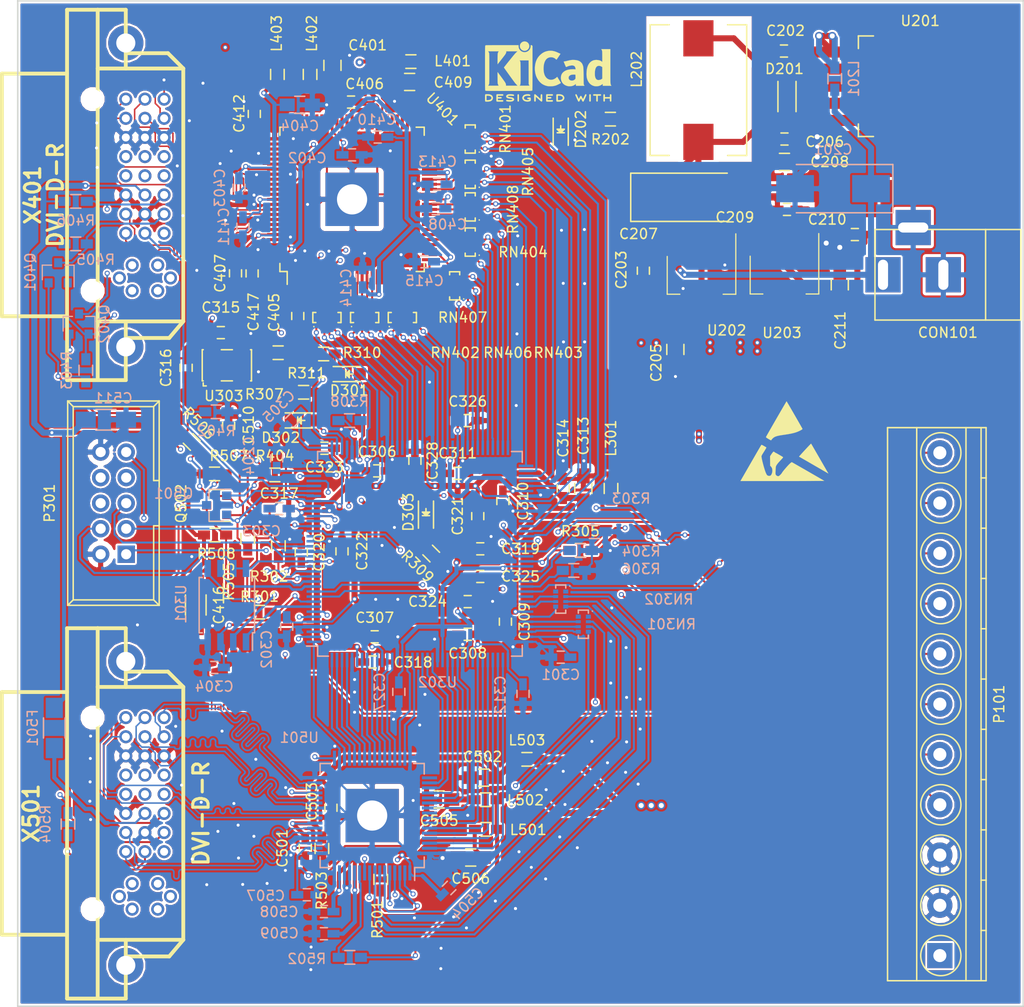
<source format=kicad_pcb>
(kicad_pcb (version 20160815) (host pcbnew "(2016-12-16 revision f631ae27b)-master")

  (general
    (links 477)
    (no_connects 0)
    (area 18.088499 19.924999 120.075001 120.075001)
    (thickness 1.6)
    (drawings 6)
    (tracks 4992)
    (zones 0)
    (modules 138)
    (nets 237)
  )

  (page A4)
  (layers
    (0 F.Cu signal)
    (1 In1.Cu signal)
    (2 In2.Cu signal)
    (31 B.Cu signal)
    (32 B.Adhes user)
    (33 F.Adhes user)
    (34 B.Paste user)
    (35 F.Paste user)
    (36 B.SilkS user)
    (37 F.SilkS user)
    (38 B.Mask user)
    (39 F.Mask user)
    (40 Dwgs.User user)
    (41 Cmts.User user)
    (42 Eco1.User user)
    (43 Eco2.User user)
    (44 Edge.Cuts user)
    (45 Margin user)
    (46 B.CrtYd user)
    (47 F.CrtYd user)
    (48 B.Fab user hide)
    (49 F.Fab user hide)
  )

  (setup
    (last_trace_width 0.2)
    (user_trace_width 0.15)
    (user_trace_width 0.2)
    (user_trace_width 0.4)
    (user_trace_width 0.6)
    (user_trace_width 1.5)
    (trace_clearance 0.152)
    (zone_clearance 0.2)
    (zone_45_only no)
    (trace_min 0.15)
    (segment_width 0.2)
    (edge_width 0.15)
    (via_size 0.5)
    (via_drill 0.3)
    (via_min_size 0.5)
    (via_min_drill 0.3)
    (user_via 0.5 0.3)
    (user_via 0.8 0.5)
    (uvia_size 0.3)
    (uvia_drill 0.1)
    (uvias_allowed no)
    (uvia_min_size 0.2)
    (uvia_min_drill 0.1)
    (pcb_text_width 0.3)
    (pcb_text_size 1.5 1.5)
    (mod_edge_width 0.15)
    (mod_text_size 1 1)
    (mod_text_width 0.15)
    (pad_size 3 3)
    (pad_drill 3)
    (pad_to_mask_clearance 0.2)
    (aux_axis_origin 0 0)
    (grid_origin 20 120.025)
    (visible_elements FFFFFFFF)
    (pcbplotparams
      (layerselection 0x010f0_ffffffff)
      (usegerberextensions false)
      (excludeedgelayer true)
      (linewidth 0.100000)
      (plotframeref false)
      (viasonmask false)
      (mode 1)
      (useauxorigin false)
      (hpglpennumber 1)
      (hpglpenspeed 20)
      (hpglpendiameter 15)
      (psnegative false)
      (psa4output false)
      (plotreference true)
      (plotvalue true)
      (plotinvisibletext false)
      (padsonsilk false)
      (subtractmaskfromsilk false)
      (outputformat 1)
      (mirror false)
      (drillshape 0)
      (scaleselection 1)
      (outputdirectory gerber/))
  )

  (net 0 "")
  (net 1 /power/VIN)
  (net 2 GND)
  (net 3 "Net-(C202-Pad2)")
  (net 4 +2V5)
  (net 5 +3V3)
  (net 6 +1V2)
  (net 7 +V_IO)
  (net 8 /dvi_out/TVDD)
  (net 9 "Net-(D201-Pad1)")
  (net 10 "Net-(D202-Pad2)")
  (net 11 "Net-(F501-Pad1)")
  (net 12 +5V)
  (net 13 /GPIO0)
  (net 14 /GPIO1)
  (net 15 /GPIO2)
  (net 16 /GPIO3)
  (net 17 /GPIO4)
  (net 18 /GPIO5)
  (net 19 /GPIO6)
  (net 20 /GPIO7)
  (net 21 "Net-(P301-Pad9)")
  (net 22 "Net-(P301-Pad8)")
  (net 23 "Net-(P301-Pad7)")
  (net 24 "Net-(P301-Pad6)")
  (net 25 "Net-(P301-Pad5)")
  (net 26 "Net-(P301-Pad3)")
  (net 27 "Net-(P301-Pad1)")
  (net 28 /dvi_in/DDCDAT_IN)
  (net 29 /dvi_in/DDCCLK_IN)
  (net 30 /dvi_out/DDCDAT)
  (net 31 /dvi_out/DDCCLK)
  (net 32 "Net-(R301-Pad1)")
  (net 33 "Net-(R302-Pad1)")
  (net 34 "Net-(R303-Pad1)")
  (net 35 "Net-(R304-Pad1)")
  (net 36 "Net-(R305-Pad1)")
  (net 37 "Net-(R306-Pad1)")
  (net 38 /fpga/CLK50)
  (net 39 "Net-(R307-Pad2)")
  (net 40 /dvi_out/TXCLK+)
  (net 41 "Net-(R308-Pad1)")
  (net 42 /fpga/CLKIN)
  (net 43 /dvi_in/HOTPLUG)
  (net 44 "Net-(R501-Pad1)")
  (net 45 /dvi_out/MSEN)
  (net 46 "Net-(R503-Pad2)")
  (net 47 /dvi_out/HOTPLUG)
  (net 48 "Net-(R504-Pad1)")
  (net 49 "Net-(RN301-Pad7)")
  (net 50 "Net-(RN301-Pad6)")
  (net 51 "Net-(RN301-Pad5)")
  (net 52 "Net-(RN301-Pad8)")
  (net 53 /dvi_out/CTL1)
  (net 54 /dvi_out/DE)
  (net 55 /dvi_out/VSYNC)
  (net 56 /dvi_out/HSYNC)
  (net 57 /dvi_out/CTL2)
  (net 58 /dvi_out/CTL3)
  (net 59 "Net-(RN302-Pad8)")
  (net 60 "Net-(RN302-Pad5)")
  (net 61 "Net-(RN302-Pad6)")
  (net 62 "Net-(RN302-Pad7)")
  (net 63 /dvi_in/DE)
  (net 64 /dvi_in/VSYNC)
  (net 65 /dvi_in/HSYNC)
  (net 66 "Net-(RN401-Pad4)")
  (net 67 "Net-(RN401-Pad8)")
  (net 68 "Net-(RN401-Pad5)")
  (net 69 "Net-(RN401-Pad6)")
  (net 70 "Net-(RN401-Pad7)")
  (net 71 "Net-(RN402-Pad7)")
  (net 72 "Net-(RN402-Pad6)")
  (net 73 "Net-(RN402-Pad5)")
  (net 74 "Net-(RN402-Pad8)")
  (net 75 /dvi_in/DATI3)
  (net 76 /dvi_in/DATI2)
  (net 77 /dvi_in/DATI1)
  (net 78 /dvi_in/DATI0)
  (net 79 "Net-(RN403-Pad7)")
  (net 80 "Net-(RN403-Pad6)")
  (net 81 "Net-(RN403-Pad5)")
  (net 82 "Net-(RN403-Pad8)")
  (net 83 /dvi_in/DATI11)
  (net 84 /dvi_in/DATI10)
  (net 85 /dvi_in/DATI9)
  (net 86 /dvi_in/DATI8)
  (net 87 "Net-(RN404-Pad7)")
  (net 88 "Net-(RN404-Pad6)")
  (net 89 "Net-(RN404-Pad5)")
  (net 90 "Net-(RN404-Pad8)")
  (net 91 /dvi_in/DATI19)
  (net 92 /dvi_in/DATI18)
  (net 93 /dvi_in/DATI17)
  (net 94 /dvi_in/DATI16)
  (net 95 "Net-(RN405-Pad7)")
  (net 96 "Net-(RN405-Pad6)")
  (net 97 "Net-(RN405-Pad5)")
  (net 98 "Net-(RN405-Pad8)")
  (net 99 /dvi_in/CTL3)
  (net 100 /dvi_in/CTL2)
  (net 101 /dvi_in/CTL1)
  (net 102 /dvi_in/DATI4)
  (net 103 /dvi_in/DATI5)
  (net 104 /dvi_in/DATI6)
  (net 105 /dvi_in/DATI7)
  (net 106 "Net-(RN406-Pad8)")
  (net 107 "Net-(RN406-Pad5)")
  (net 108 "Net-(RN406-Pad6)")
  (net 109 "Net-(RN406-Pad7)")
  (net 110 /dvi_in/DATI12)
  (net 111 /dvi_in/DATI13)
  (net 112 /dvi_in/DATI14)
  (net 113 /dvi_in/DATI15)
  (net 114 "Net-(RN407-Pad8)")
  (net 115 "Net-(RN407-Pad5)")
  (net 116 "Net-(RN407-Pad6)")
  (net 117 "Net-(RN407-Pad7)")
  (net 118 /dvi_in/DATI20)
  (net 119 /dvi_in/DATI21)
  (net 120 /dvi_in/DATI22)
  (net 121 /dvi_in/DATI23)
  (net 122 "Net-(RN408-Pad8)")
  (net 123 "Net-(RN408-Pad5)")
  (net 124 "Net-(RN408-Pad6)")
  (net 125 "Net-(RN408-Pad7)")
  (net 126 /dvi_out/DATO4)
  (net 127 /dvi_out/DATO5)
  (net 128 /dvi_out/DATO6)
  (net 129 /dvi_out/DATO7)
  (net 130 /dvi_out/DATO12)
  (net 131 /dvi_out/DATO13)
  (net 132 /dvi_out/DATO14)
  (net 133 /dvi_out/DATO15)
  (net 134 /dvi_out/DATO20)
  (net 135 /dvi_out/DATO21)
  (net 136 /dvi_out/DATO22)
  (net 137 /dvi_out/DATO23)
  (net 138 /dvi_out/DATO3)
  (net 139 /dvi_out/DATO2)
  (net 140 /dvi_out/DATO1)
  (net 141 /dvi_out/DATO0)
  (net 142 /dvi_out/DATO11)
  (net 143 /dvi_out/DATO10)
  (net 144 /dvi_out/DATO9)
  (net 145 /dvi_out/DATO8)
  (net 146 /dvi_out/DATO19)
  (net 147 /dvi_out/DATO18)
  (net 148 /dvi_out/DATO17)
  (net 149 /dvi_out/DATO16)
  (net 150 /fpga/DCLK)
  (net 151 /fpga/ASDI)
  (net 152 /fpga/DATA)
  (net 153 /fpga/nCS)
  (net 154 "Net-(U302-Pad127)")
  (net 155 /dvi_in/LINK_ACT)
  (net 156 /dvi_in/PDOWN)
  (net 157 /dvi_out/EDGE)
  (net 158 /dvi_out/DKEN)
  (net 159 "Net-(U303-Pad1)")
  (net 160 "Net-(U401-Pad96)")
  (net 161 /dvi_in/RxC-)
  (net 162 /dvi_in/RxC+)
  (net 163 /dvi_in/Rx0+)
  (net 164 /dvi_in/Rx1-)
  (net 165 /dvi_in/Rx1+)
  (net 166 /dvi_in/Rx2-)
  (net 167 /dvi_in/Rx2+)
  (net 168 "Net-(U401-Pad77)")
  (net 169 "Net-(U401-Pad75)")
  (net 170 "Net-(U401-Pad74)")
  (net 171 "Net-(U401-Pad73)")
  (net 172 "Net-(U401-Pad72)")
  (net 173 "Net-(U401-Pad71)")
  (net 174 "Net-(U401-Pad70)")
  (net 175 "Net-(U401-Pad69)")
  (net 176 "Net-(U401-Pad66)")
  (net 177 "Net-(U401-Pad65)")
  (net 178 "Net-(U401-Pad64)")
  (net 179 "Net-(U401-Pad63)")
  (net 180 "Net-(U401-Pad62)")
  (net 181 "Net-(U401-Pad61)")
  (net 182 "Net-(U401-Pad60)")
  (net 183 "Net-(U401-Pad59)")
  (net 184 "Net-(U401-Pad56)")
  (net 185 "Net-(U401-Pad55)")
  (net 186 "Net-(U401-Pad54)")
  (net 187 "Net-(U401-Pad53)")
  (net 188 "Net-(U401-Pad52)")
  (net 189 "Net-(U401-Pad51)")
  (net 190 "Net-(U401-Pad50)")
  (net 191 "Net-(U401-Pad49)")
  (net 192 "Net-(U501-Pad56)")
  (net 193 "Net-(U501-Pad49)")
  (net 194 /dvi_out/TX2+)
  (net 195 /dvi_out/TX2-)
  (net 196 /dvi_out/TX1+)
  (net 197 /dvi_out/TX1-)
  (net 198 /dvi_out/TX0+)
  (net 199 /dvi_out/TX0-)
  (net 200 /dvi_out/TXC+)
  (net 201 /dvi_out/TXC-)
  (net 202 "Net-(X401-Pad8)")
  (net 203 "Net-(X401-Pad21)")
  (net 204 "Net-(X401-Pad20)")
  (net 205 "Net-(X401-Pad13)")
  (net 206 "Net-(X401-Pad12)")
  (net 207 "Net-(X401-Pad5)")
  (net 208 "Net-(X401-Pad4)")
  (net 209 "Net-(X501-Pad4)")
  (net 210 "Net-(X501-Pad5)")
  (net 211 "Net-(X501-Pad12)")
  (net 212 "Net-(X501-Pad13)")
  (net 213 "Net-(X501-Pad20)")
  (net 214 "Net-(X501-Pad21)")
  (net 215 "Net-(X501-Pad8)")
  (net 216 "Net-(D301-Pad2)")
  (net 217 "Net-(D302-Pad2)")
  (net 218 "Net-(D303-Pad2)")
  (net 219 /dvi_in/Rx0-)
  (net 220 "Net-(U302-Pad99)")
  (net 221 "Net-(U302-Pad84)")
  (net 222 "Net-(U302-Pad83)")
  (net 223 "Net-(RN302-Pad1)")
  (net 224 "Net-(D301-Pad1)")
  (net 225 "Net-(D302-Pad1)")
  (net 226 "Net-(D303-Pad1)")
  (net 227 "Net-(RN301-Pad1)")
  (net 228 /dvi_in/PVDD)
  (net 229 /dvi_in/DVDD)
  (net 230 /dvi_in/AVDD)
  (net 231 /dvi_out/DVDD)
  (net 232 /dvi_out/PVDD)
  (net 233 /dvi_out/DDCDAT_)
  (net 234 /dvi_out/DDCCLK_)
  (net 235 /dvi_in/DDCDAT_)
  (net 236 /dvi_in/DDCCLK_)

  (net_class Default "This is the default net class."
    (clearance 0.152)
    (trace_width 0.2)
    (via_dia 0.5)
    (via_drill 0.3)
    (uvia_dia 0.3)
    (uvia_drill 0.1)
    (diff_pair_gap 0.25)
    (diff_pair_width 0.2)
    (add_net +1V2)
    (add_net +2V5)
    (add_net +3V3)
    (add_net +5V)
    (add_net +V_IO)
    (add_net /GPIO0)
    (add_net /GPIO1)
    (add_net /GPIO2)
    (add_net /GPIO3)
    (add_net /GPIO4)
    (add_net /GPIO5)
    (add_net /GPIO6)
    (add_net /GPIO7)
    (add_net /dvi_in/AVDD)
    (add_net /dvi_in/CTL1)
    (add_net /dvi_in/CTL2)
    (add_net /dvi_in/CTL3)
    (add_net /dvi_in/DATI0)
    (add_net /dvi_in/DATI1)
    (add_net /dvi_in/DATI10)
    (add_net /dvi_in/DATI11)
    (add_net /dvi_in/DATI12)
    (add_net /dvi_in/DATI13)
    (add_net /dvi_in/DATI14)
    (add_net /dvi_in/DATI15)
    (add_net /dvi_in/DATI16)
    (add_net /dvi_in/DATI17)
    (add_net /dvi_in/DATI18)
    (add_net /dvi_in/DATI19)
    (add_net /dvi_in/DATI2)
    (add_net /dvi_in/DATI20)
    (add_net /dvi_in/DATI21)
    (add_net /dvi_in/DATI22)
    (add_net /dvi_in/DATI23)
    (add_net /dvi_in/DATI3)
    (add_net /dvi_in/DATI4)
    (add_net /dvi_in/DATI5)
    (add_net /dvi_in/DATI6)
    (add_net /dvi_in/DATI7)
    (add_net /dvi_in/DATI8)
    (add_net /dvi_in/DATI9)
    (add_net /dvi_in/DDCCLK_)
    (add_net /dvi_in/DDCCLK_IN)
    (add_net /dvi_in/DDCDAT_)
    (add_net /dvi_in/DDCDAT_IN)
    (add_net /dvi_in/DE)
    (add_net /dvi_in/DVDD)
    (add_net /dvi_in/HOTPLUG)
    (add_net /dvi_in/HSYNC)
    (add_net /dvi_in/LINK_ACT)
    (add_net /dvi_in/PDOWN)
    (add_net /dvi_in/PVDD)
    (add_net /dvi_in/Rx0+)
    (add_net /dvi_in/Rx0-)
    (add_net /dvi_in/Rx1+)
    (add_net /dvi_in/Rx1-)
    (add_net /dvi_in/Rx2+)
    (add_net /dvi_in/Rx2-)
    (add_net /dvi_in/RxC+)
    (add_net /dvi_in/RxC-)
    (add_net /dvi_in/VSYNC)
    (add_net /dvi_out/CTL1)
    (add_net /dvi_out/CTL2)
    (add_net /dvi_out/CTL3)
    (add_net /dvi_out/DATO0)
    (add_net /dvi_out/DATO1)
    (add_net /dvi_out/DATO10)
    (add_net /dvi_out/DATO11)
    (add_net /dvi_out/DATO12)
    (add_net /dvi_out/DATO13)
    (add_net /dvi_out/DATO14)
    (add_net /dvi_out/DATO15)
    (add_net /dvi_out/DATO16)
    (add_net /dvi_out/DATO17)
    (add_net /dvi_out/DATO18)
    (add_net /dvi_out/DATO19)
    (add_net /dvi_out/DATO2)
    (add_net /dvi_out/DATO20)
    (add_net /dvi_out/DATO21)
    (add_net /dvi_out/DATO22)
    (add_net /dvi_out/DATO23)
    (add_net /dvi_out/DATO3)
    (add_net /dvi_out/DATO4)
    (add_net /dvi_out/DATO5)
    (add_net /dvi_out/DATO6)
    (add_net /dvi_out/DATO7)
    (add_net /dvi_out/DATO8)
    (add_net /dvi_out/DATO9)
    (add_net /dvi_out/DDCCLK)
    (add_net /dvi_out/DDCCLK_)
    (add_net /dvi_out/DDCDAT)
    (add_net /dvi_out/DDCDAT_)
    (add_net /dvi_out/DE)
    (add_net /dvi_out/DKEN)
    (add_net /dvi_out/DVDD)
    (add_net /dvi_out/EDGE)
    (add_net /dvi_out/HOTPLUG)
    (add_net /dvi_out/HSYNC)
    (add_net /dvi_out/MSEN)
    (add_net /dvi_out/PVDD)
    (add_net /dvi_out/TVDD)
    (add_net /dvi_out/TX0+)
    (add_net /dvi_out/TX0-)
    (add_net /dvi_out/TX1+)
    (add_net /dvi_out/TX1-)
    (add_net /dvi_out/TX2+)
    (add_net /dvi_out/TX2-)
    (add_net /dvi_out/TXC+)
    (add_net /dvi_out/TXC-)
    (add_net /dvi_out/TXCLK+)
    (add_net /dvi_out/VSYNC)
    (add_net /fpga/ASDI)
    (add_net /fpga/CLK50)
    (add_net /fpga/CLKIN)
    (add_net /fpga/DATA)
    (add_net /fpga/DCLK)
    (add_net /fpga/nCS)
    (add_net /power/VIN)
    (add_net GND)
    (add_net "Net-(C202-Pad2)")
    (add_net "Net-(D201-Pad1)")
    (add_net "Net-(D202-Pad2)")
    (add_net "Net-(D301-Pad1)")
    (add_net "Net-(D301-Pad2)")
    (add_net "Net-(D302-Pad1)")
    (add_net "Net-(D302-Pad2)")
    (add_net "Net-(D303-Pad1)")
    (add_net "Net-(D303-Pad2)")
    (add_net "Net-(F501-Pad1)")
    (add_net "Net-(P301-Pad1)")
    (add_net "Net-(P301-Pad3)")
    (add_net "Net-(P301-Pad5)")
    (add_net "Net-(P301-Pad6)")
    (add_net "Net-(P301-Pad7)")
    (add_net "Net-(P301-Pad8)")
    (add_net "Net-(P301-Pad9)")
    (add_net "Net-(R301-Pad1)")
    (add_net "Net-(R302-Pad1)")
    (add_net "Net-(R303-Pad1)")
    (add_net "Net-(R304-Pad1)")
    (add_net "Net-(R305-Pad1)")
    (add_net "Net-(R306-Pad1)")
    (add_net "Net-(R307-Pad2)")
    (add_net "Net-(R308-Pad1)")
    (add_net "Net-(R501-Pad1)")
    (add_net "Net-(R503-Pad2)")
    (add_net "Net-(R504-Pad1)")
    (add_net "Net-(RN301-Pad1)")
    (add_net "Net-(RN301-Pad5)")
    (add_net "Net-(RN301-Pad6)")
    (add_net "Net-(RN301-Pad7)")
    (add_net "Net-(RN301-Pad8)")
    (add_net "Net-(RN302-Pad1)")
    (add_net "Net-(RN302-Pad5)")
    (add_net "Net-(RN302-Pad6)")
    (add_net "Net-(RN302-Pad7)")
    (add_net "Net-(RN302-Pad8)")
    (add_net "Net-(RN401-Pad4)")
    (add_net "Net-(RN401-Pad5)")
    (add_net "Net-(RN401-Pad6)")
    (add_net "Net-(RN401-Pad7)")
    (add_net "Net-(RN401-Pad8)")
    (add_net "Net-(RN402-Pad5)")
    (add_net "Net-(RN402-Pad6)")
    (add_net "Net-(RN402-Pad7)")
    (add_net "Net-(RN402-Pad8)")
    (add_net "Net-(RN403-Pad5)")
    (add_net "Net-(RN403-Pad6)")
    (add_net "Net-(RN403-Pad7)")
    (add_net "Net-(RN403-Pad8)")
    (add_net "Net-(RN404-Pad5)")
    (add_net "Net-(RN404-Pad6)")
    (add_net "Net-(RN404-Pad7)")
    (add_net "Net-(RN404-Pad8)")
    (add_net "Net-(RN405-Pad5)")
    (add_net "Net-(RN405-Pad6)")
    (add_net "Net-(RN405-Pad7)")
    (add_net "Net-(RN405-Pad8)")
    (add_net "Net-(RN406-Pad5)")
    (add_net "Net-(RN406-Pad6)")
    (add_net "Net-(RN406-Pad7)")
    (add_net "Net-(RN406-Pad8)")
    (add_net "Net-(RN407-Pad5)")
    (add_net "Net-(RN407-Pad6)")
    (add_net "Net-(RN407-Pad7)")
    (add_net "Net-(RN407-Pad8)")
    (add_net "Net-(RN408-Pad5)")
    (add_net "Net-(RN408-Pad6)")
    (add_net "Net-(RN408-Pad7)")
    (add_net "Net-(RN408-Pad8)")
    (add_net "Net-(U302-Pad127)")
    (add_net "Net-(U302-Pad83)")
    (add_net "Net-(U302-Pad84)")
    (add_net "Net-(U302-Pad99)")
    (add_net "Net-(U303-Pad1)")
    (add_net "Net-(U401-Pad49)")
    (add_net "Net-(U401-Pad50)")
    (add_net "Net-(U401-Pad51)")
    (add_net "Net-(U401-Pad52)")
    (add_net "Net-(U401-Pad53)")
    (add_net "Net-(U401-Pad54)")
    (add_net "Net-(U401-Pad55)")
    (add_net "Net-(U401-Pad56)")
    (add_net "Net-(U401-Pad59)")
    (add_net "Net-(U401-Pad60)")
    (add_net "Net-(U401-Pad61)")
    (add_net "Net-(U401-Pad62)")
    (add_net "Net-(U401-Pad63)")
    (add_net "Net-(U401-Pad64)")
    (add_net "Net-(U401-Pad65)")
    (add_net "Net-(U401-Pad66)")
    (add_net "Net-(U401-Pad69)")
    (add_net "Net-(U401-Pad70)")
    (add_net "Net-(U401-Pad71)")
    (add_net "Net-(U401-Pad72)")
    (add_net "Net-(U401-Pad73)")
    (add_net "Net-(U401-Pad74)")
    (add_net "Net-(U401-Pad75)")
    (add_net "Net-(U401-Pad77)")
    (add_net "Net-(U401-Pad96)")
    (add_net "Net-(U501-Pad49)")
    (add_net "Net-(U501-Pad56)")
    (add_net "Net-(X401-Pad12)")
    (add_net "Net-(X401-Pad13)")
    (add_net "Net-(X401-Pad20)")
    (add_net "Net-(X401-Pad21)")
    (add_net "Net-(X401-Pad4)")
    (add_net "Net-(X401-Pad5)")
    (add_net "Net-(X401-Pad8)")
    (add_net "Net-(X501-Pad12)")
    (add_net "Net-(X501-Pad13)")
    (add_net "Net-(X501-Pad20)")
    (add_net "Net-(X501-Pad21)")
    (add_net "Net-(X501-Pad4)")
    (add_net "Net-(X501-Pad5)")
    (add_net "Net-(X501-Pad8)")
  )

  (module Capacitors_Tantalum_SMD:Tantalum_Case-D_EIA-7343-31_Hand (layer F.Cu) (tedit 57B6E980) (tstamp 586EAA66)
    (at 86.91 39.545)
    (descr "Tantalum capacitor, Case D, EIA 7343-31, 7.3x4.3x2.8mm, Hand soldering footprint")
    (tags "capacitor tantalum smd")
    (path /5839A46D/5839CB5E)
    (attr smd)
    (fp_text reference C207 (at -5.18 3.64) (layer F.SilkS)
      (effects (font (size 1 1) (thickness 0.15)))
    )
    (fp_text value 100u (at 0 3.9) (layer F.Fab)
      (effects (font (size 1 1) (thickness 0.15)))
    )
    (fp_line (start -6.05 -2.5) (end -6.05 2.5) (layer F.CrtYd) (width 0.05))
    (fp_line (start -6.05 2.5) (end 6.05 2.5) (layer F.CrtYd) (width 0.05))
    (fp_line (start 6.05 2.5) (end 6.05 -2.5) (layer F.CrtYd) (width 0.05))
    (fp_line (start 6.05 -2.5) (end -6.05 -2.5) (layer F.CrtYd) (width 0.05))
    (fp_line (start -3.65 -2.15) (end -3.65 2.15) (layer F.Fab) (width 0.15))
    (fp_line (start -3.65 2.15) (end 3.65 2.15) (layer F.Fab) (width 0.15))
    (fp_line (start 3.65 2.15) (end 3.65 -2.15) (layer F.Fab) (width 0.15))
    (fp_line (start 3.65 -2.15) (end -3.65 -2.15) (layer F.Fab) (width 0.15))
    (fp_line (start -2.92 -2.15) (end -2.92 2.15) (layer F.Fab) (width 0.15))
    (fp_line (start -2.555 -2.15) (end -2.555 2.15) (layer F.Fab) (width 0.15))
    (fp_line (start -5.95 -2.4) (end 3.65 -2.4) (layer F.SilkS) (width 0.15))
    (fp_line (start -5.95 2.4) (end 3.65 2.4) (layer F.SilkS) (width 0.15))
    (fp_line (start -5.95 -2.4) (end -5.95 2.4) (layer F.SilkS) (width 0.15))
    (pad 1 smd rect (at -3.775 0) (size 3.75 2.7) (layers F.Cu F.Paste F.Mask)
      (net 5 +3V3))
    (pad 2 smd rect (at 3.775 0) (size 3.75 2.7) (layers F.Cu F.Paste F.Mask)
      (net 2 GND))
    (model Capacitors_Tantalum_SMD.3dshapes/Tantalum_Case-D_EIA-7343-31.wrl
      (at (xyz 0 0 0))
      (scale (xyz 1 1 1))
      (rotate (xyz 0 0 0))
    )
  )

  (module artwork:shimatta_std (layer F.Cu) (tedit 0) (tstamp 58695997)
    (at 89.5 112.525)
    (fp_text reference G*** (at 0 0) (layer F.SilkS) hide
      (effects (font (thickness 0.3)))
    )
    (fp_text value LOGO (at 0.75 0) (layer F.SilkS) hide
      (effects (font (thickness 0.3)))
    )
    (fp_poly (pts (xy 10.868794 -0.34663) (xy 10.940082 -0.344725) (xy 11.001581 -0.340759) (xy 11.054456 -0.334558)
      (xy 11.099874 -0.325943) (xy 11.138999 -0.314739) (xy 11.172997 -0.300768) (xy 11.203034 -0.283854)
      (xy 11.230276 -0.263821) (xy 11.255887 -0.240491) (xy 11.256462 -0.239919) (xy 11.289334 -0.201111)
      (xy 11.312259 -0.15891) (xy 11.326574 -0.110035) (xy 11.333618 -0.05121) (xy 11.333643 -0.0508)
      (xy 11.332569 0.023291) (xy 11.320361 0.089289) (xy 11.297275 0.146655) (xy 11.263566 0.19485)
      (xy 11.219491 0.233333) (xy 11.190884 0.250184) (xy 11.170271 0.260221) (xy 11.150623 0.268525)
      (xy 11.130272 0.275304) (xy 11.107549 0.280766) (xy 11.080783 0.285117) (xy 11.048306 0.288565)
      (xy 11.008448 0.291317) (xy 10.959541 0.29358) (xy 10.899914 0.295563) (xy 10.827899 0.297472)
      (xy 10.805885 0.298007) (xy 10.501253 0.308642) (xy 10.207708 0.325718) (xy 9.923258 0.349393)
      (xy 9.645907 0.379823) (xy 9.470624 0.402998) (xy 9.411807 0.410902) (xy 9.364278 0.416192)
      (xy 9.325062 0.418954) (xy 9.291185 0.41927) (xy 9.259672 0.417223) (xy 9.227549 0.412897)
      (xy 9.212169 0.410241) (xy 9.144467 0.392017) (xy 9.087321 0.363849) (xy 9.040745 0.325747)
      (xy 9.004755 0.277724) (xy 8.992925 0.254871) (xy 8.980849 0.218141) (xy 8.973005 0.172373)
      (xy 8.969757 0.122517) (xy 8.971468 0.073524) (xy 8.976926 0.037019) (xy 8.997827 -0.025291)
      (xy 9.0312 -0.080963) (xy 9.075937 -0.128488) (xy 9.122686 -0.16171) (xy 9.147207 -0.17458)
      (xy 9.175393 -0.186432) (xy 9.208483 -0.197521) (xy 9.247713 -0.208107) (xy 9.294321 -0.218445)
      (xy 9.349544 -0.228794) (xy 9.414619 -0.23941) (xy 9.490782 -0.250551) (xy 9.579273 -0.262474)
      (xy 9.652 -0.271774) (xy 9.800914 -0.289224) (xy 9.950405 -0.304133) (xy 10.103324 -0.316716)
      (xy 10.262527 -0.327186) (xy 10.430867 -0.335758) (xy 10.584543 -0.341755) (xy 10.69219 -0.344969)
      (xy 10.786552 -0.346653) (xy 10.868794 -0.34663)) (layer F.Mask) (width 0.01))
    (fp_poly (pts (xy 3.280686 -0.880939) (xy 3.34556 -0.879771) (xy 3.402872 -0.877617) (xy 3.449973 -0.87446)
      (xy 3.472543 -0.872037) (xy 3.61367 -0.849571) (xy 3.744701 -0.82007) (xy 3.868701 -0.782621)
      (xy 3.988736 -0.73631) (xy 4.096467 -0.686017) (xy 4.193868 -0.632986) (xy 4.288297 -0.574006)
      (xy 4.3772 -0.510941) (xy 4.458022 -0.445653) (xy 4.528209 -0.380007) (xy 4.555365 -0.351156)
      (xy 4.639992 -0.246318) (xy 4.713364 -0.13273) (xy 4.774921 -0.011455) (xy 4.824102 0.116443)
      (xy 4.850885 0.209423) (xy 4.879181 0.347701) (xy 4.896607 0.490707) (xy 4.903125 0.635529)
      (xy 4.898699 0.779253) (xy 4.88329 0.918966) (xy 4.861451 1.032728) (xy 4.824346 1.160933)
      (xy 4.77372 1.287533) (xy 4.710565 1.41087) (xy 4.635874 1.529285) (xy 4.550639 1.641117)
      (xy 4.455854 1.744709) (xy 4.40832 1.79005) (xy 4.299338 1.882172) (xy 4.177612 1.971762)
      (xy 4.04482 2.057926) (xy 3.902638 2.139772) (xy 3.752745 2.216408) (xy 3.596818 2.286942)
      (xy 3.436534 2.350482) (xy 3.27357 2.406135) (xy 3.218543 2.422898) (xy 3.139899 2.444368)
      (xy 3.049468 2.466013) (xy 2.949959 2.487315) (xy 2.844082 2.507761) (xy 2.734547 2.526832)
      (xy 2.624065 2.544015) (xy 2.515345 2.558792) (xy 2.485571 2.56243) (xy 2.428012 2.568359)
      (xy 2.365313 2.573218) (xy 2.299907 2.576957) (xy 2.234229 2.579525) (xy 2.17071 2.580872)
      (xy 2.111786 2.580947) (xy 2.05989 2.579698) (xy 2.017454 2.577077) (xy 1.986913 2.573032)
      (xy 1.985844 2.572813) (xy 1.91558 2.552339) (xy 1.8565 2.522842) (xy 1.808841 2.484627)
      (xy 1.772841 2.437998) (xy 1.748736 2.38326) (xy 1.736764 2.320717) (xy 1.736929 2.253327)
      (xy 1.748307 2.186275) (xy 1.77048 2.128668) (xy 1.803758 2.079916) (xy 1.848452 2.039427)
      (xy 1.849677 2.038544) (xy 1.877767 2.020506) (xy 1.908228 2.005555) (xy 1.943115 1.993169)
      (xy 1.984481 1.982826) (xy 2.034379 1.974007) (xy 2.094863 1.966188) (xy 2.161084 1.959481)
      (xy 2.311846 1.944454) (xy 2.450169 1.928139) (xy 2.578102 1.910074) (xy 2.697697 1.889796)
      (xy 2.811005 1.866842) (xy 2.920076 1.84075) (xy 3.026962 1.811058) (xy 3.133714 1.777303)
      (xy 3.242382 1.739022) (xy 3.355017 1.695754) (xy 3.386254 1.683205) (xy 3.439042 1.660814)
      (xy 3.498085 1.634078) (xy 3.560068 1.604637) (xy 3.621674 1.574131) (xy 3.679588 1.5442)
      (xy 3.730494 1.516484) (xy 3.76929 1.493734) (xy 3.863531 1.428613) (xy 3.952139 1.353949)
      (xy 4.033116 1.271853) (xy 4.104465 1.184435) (xy 4.16419 1.093803) (xy 4.186568 1.052873)
      (xy 4.225348 0.967344) (xy 4.253373 0.882119) (xy 4.271449 0.793702) (xy 4.280379 0.698597)
      (xy 4.281685 0.639641) (xy 4.277001 0.527464) (xy 4.262763 0.425302) (xy 4.238591 0.331924)
      (xy 4.204105 0.2461) (xy 4.158926 0.166599) (xy 4.119 0.11188) (xy 4.060291 0.048463)
      (xy 3.988142 -0.012032) (xy 3.902275 -0.06981) (xy 3.802411 -0.125073) (xy 3.778387 -0.136985)
      (xy 3.681686 -0.179417) (xy 3.583439 -0.212975) (xy 3.48168 -0.237992) (xy 3.374444 -0.254803)
      (xy 3.259766 -0.263742) (xy 3.13568 -0.265143) (xy 3.043531 -0.261888) (xy 2.888029 -0.251649)
      (xy 2.734088 -0.236994) (xy 2.580213 -0.217612) (xy 2.424912 -0.193189) (xy 2.26669 -0.163413)
      (xy 2.104054 -0.127969) (xy 1.93551 -0.086547) (xy 1.759564 -0.038832) (xy 1.574722 0.015488)
      (xy 1.379491 0.076726) (xy 1.29428 0.104504) (xy 1.212487 0.131377) (xy 1.14306 0.153997)
      (xy 1.08461 0.172751) (xy 1.035751 0.188021) (xy 0.995094 0.200194) (xy 0.961252 0.209655)
      (xy 0.932836 0.216787) (xy 0.908459 0.221977) (xy 0.886733 0.225608) (xy 0.86627 0.228067)
      (xy 0.845683 0.229737) (xy 0.841828 0.229985) (xy 0.770694 0.22918) (xy 0.705988 0.217912)
      (xy 0.648912 0.196762) (xy 0.60067 0.166307) (xy 0.562463 0.127129) (xy 0.536857 0.083059)
      (xy 0.516575 0.01964) (xy 0.509485 -0.04353) (xy 0.515258 -0.10471) (xy 0.533566 -0.162158)
      (xy 0.564078 -0.214131) (xy 0.6005 -0.25372) (xy 0.627556 -0.275729) (xy 0.658526 -0.29656)
      (xy 0.694993 -0.316941) (xy 0.738543 -0.337601) (xy 0.790758 -0.359268) (xy 0.853223 -0.382671)
      (xy 0.927522 -0.40854) (xy 0.962785 -0.420363) (xy 1.235996 -0.508259) (xy 1.498548 -0.586824)
      (xy 1.750821 -0.656148) (xy 1.993199 -0.71632) (xy 2.226063 -0.767428) (xy 2.449796 -0.809563)
      (xy 2.664779 -0.842814) (xy 2.871395 -0.86727) (xy 2.881085 -0.868221) (xy 2.935666 -0.872605)
      (xy 2.998589 -0.876105) (xy 3.067203 -0.878706) (xy 3.138857 -0.88039) (xy 3.210902 -0.88114)
      (xy 3.280686 -0.880939)) (layer F.Mask) (width 0.01))
    (fp_poly (pts (xy 9.003608 1.085203) (xy 9.056887 1.097351) (xy 9.102289 1.118483) (xy 9.136442 1.144109)
      (xy 9.162501 1.170161) (xy 9.183639 1.197962) (xy 9.200436 1.229422) (xy 9.213471 1.266452)
      (xy 9.223323 1.310961) (xy 9.230572 1.364858) (xy 9.235796 1.430055) (xy 9.238428 1.480457)
      (xy 9.242463 1.556719) (xy 9.247451 1.620598) (xy 9.253768 1.674212) (xy 9.261789 1.719683)
      (xy 9.27189 1.759128) (xy 9.284448 1.794667) (xy 9.299837 1.828421) (xy 9.300281 1.8293)
      (xy 9.32368 1.861058) (xy 9.36009 1.889396) (xy 9.409773 1.914428) (xy 9.472988 1.936271)
      (xy 9.549997 1.955039) (xy 9.608457 1.96579) (xy 9.659854 1.973801) (xy 9.709141 1.980441)
      (xy 9.758607 1.98587) (xy 9.810543 1.990245) (xy 9.86724 1.993727) (xy 9.930987 1.996474)
      (xy 10.004074 1.998645) (xy 10.088793 2.000399) (xy 10.112828 2.000803) (xy 10.344931 2.000686)
      (xy 10.574631 1.992926) (xy 10.799511 1.977698) (xy 11.017155 1.955179) (xy 11.225147 1.925543)
      (xy 11.283945 1.915532) (xy 11.323332 1.909019) (xy 11.353394 1.905485) (xy 11.37896 1.904703)
      (xy 11.404859 1.906445) (xy 11.424674 1.908893) (xy 11.494816 1.923371) (xy 11.553352 1.946196)
      (xy 11.600789 1.977718) (xy 11.637635 2.018289) (xy 11.664396 2.068258) (xy 11.667708 2.076961)
      (xy 11.674691 2.105256) (xy 11.679662 2.14325) (xy 11.682423 2.186242) (xy 11.682775 2.229529)
      (xy 11.680518 2.26841) (xy 11.676827 2.29262) (xy 11.655383 2.357769) (xy 11.621693 2.415438)
      (xy 11.576172 2.465251) (xy 11.51923 2.506833) (xy 11.451281 2.539807) (xy 11.381702 2.561655)
      (xy 11.342402 2.569881) (xy 11.29029 2.578484) (xy 11.227059 2.587284) (xy 11.154403 2.596097)
      (xy 11.074012 2.604743) (xy 10.987579 2.61304) (xy 10.896797 2.620806) (xy 10.803359 2.62786)
      (xy 10.708955 2.634021) (xy 10.705281 2.63424) (xy 10.652261 2.63689) (xy 10.589033 2.639219)
      (xy 10.517978 2.641203) (xy 10.441476 2.642822) (xy 10.36191 2.644053) (xy 10.281658 2.644874)
      (xy 10.203102 2.645263) (xy 10.128622 2.645198) (xy 10.0606 2.644658) (xy 10.001415 2.643619)
      (xy 9.953449 2.64206) (xy 9.938657 2.641327) (xy 9.768481 2.628296) (xy 9.611394 2.609042)
      (xy 9.467369 2.583557) (xy 9.336381 2.551835) (xy 9.218402 2.51387) (xy 9.113406 2.469654)
      (xy 9.021367 2.419181) (xy 8.998233 2.404142) (xy 8.936306 2.355572) (xy 8.876387 2.295797)
      (xy 8.821128 2.228111) (xy 8.77318 2.155807) (xy 8.735198 2.08218) (xy 8.730868 2.072055)
      (xy 8.707215 2.00826) (xy 8.685371 1.936098) (xy 8.66712 1.861716) (xy 8.660844 1.8307)
      (xy 8.655793 1.795362) (xy 8.651582 1.749235) (xy 8.648253 1.695121) (xy 8.645849 1.635825)
      (xy 8.644412 1.574151) (xy 8.643985 1.512901) (xy 8.64461 1.45488) (xy 8.646328 1.402892)
      (xy 8.649184 1.359739) (xy 8.653218 1.328227) (xy 8.65325 1.328057) (xy 8.671645 1.258488)
      (xy 8.698511 1.200675) (xy 8.734046 1.154447) (xy 8.778447 1.119634) (xy 8.831912 1.096067)
      (xy 8.894638 1.083576) (xy 8.940188 1.081315) (xy 9.003608 1.085203)) (layer F.Mask) (width 0.01))
    (fp_poly (pts (xy -11.3068 -2.522042) (xy -11.243523 -2.508415) (xy -11.18998 -2.484867) (xy -11.145174 -2.450712)
      (xy -11.108109 -2.405266) (xy -11.077788 -2.347845) (xy -11.062557 -2.307771) (xy -11.061106 -2.303062)
      (xy -11.05976 -2.297493) (xy -11.058513 -2.290514) (xy -11.057361 -2.281571) (xy -11.056298 -2.270114)
      (xy -11.055319 -2.255589) (xy -11.054417 -2.237446) (xy -11.053589 -2.215132) (xy -11.052827 -2.188096)
      (xy -11.052128 -2.155784) (xy -11.051485 -2.117645) (xy -11.050893 -2.073128) (xy -11.050346 -2.02168)
      (xy -11.04984 -1.962749) (xy -11.049369 -1.895784) (xy -11.048927 -1.820232) (xy -11.048509 -1.735541)
      (xy -11.04811 -1.64116) (xy -11.047724 -1.536535) (xy -11.047346 -1.421117) (xy -11.04697 -1.294351)
      (xy -11.046591 -1.155687) (xy -11.046203 -1.004573) (xy -11.045802 -0.840455) (xy -11.045381 -0.662784)
      (xy -11.045055 -0.522514) (xy -11.044621 -0.331929) (xy -11.044228 -0.155283) (xy -11.043859 0.008)
      (xy -11.043503 0.158496) (xy -11.043145 0.296779) (xy -11.042771 0.423427) (xy -11.042368 0.539013)
      (xy -11.041921 0.644114) (xy -11.041417 0.739305) (xy -11.040843 0.825162) (xy -11.040184 0.90226)
      (xy -11.039426 0.971175) (xy -11.038556 1.032482) (xy -11.037561 1.086757) (xy -11.036425 1.134576)
      (xy -11.035136 1.176514) (xy -11.033679 1.213146) (xy -11.032041 1.245049) (xy -11.030209 1.272797)
      (xy -11.028167 1.296966) (xy -11.025903 1.318133) (xy -11.023403 1.336871) (xy -11.020653 1.353757)
      (xy -11.017638 1.369367) (xy -11.014346 1.384276) (xy -11.010763 1.399059) (xy -11.006874 1.414293)
      (xy -11.002666 1.430552) (xy -10.998125 1.448412) (xy -10.997798 1.449724) (xy -10.964594 1.558686)
      (xy -10.922022 1.656604) (xy -10.87005 1.743504) (xy -10.808644 1.819409) (xy -10.737771 1.884342)
      (xy -10.6574 1.938328) (xy -10.567497 1.98139) (xy -10.468029 2.013553) (xy -10.358964 2.03484)
      (xy -10.24027 2.045275) (xy -10.18084 2.046437) (xy -10.02365 2.040231) (xy -9.8725 2.021965)
      (xy -9.72797 1.991807) (xy -9.590642 1.949924) (xy -9.461096 1.896487) (xy -9.339913 1.831662)
      (xy -9.260323 1.779565) (xy -9.187902 1.722827) (xy -9.111738 1.652849) (xy -9.032329 1.570273)
      (xy -8.950172 1.475739) (xy -8.865765 1.369888) (xy -8.779606 1.253362) (xy -8.692193 1.126801)
      (xy -8.604024 0.990846) (xy -8.515598 0.846139) (xy -8.456603 0.744866) (xy -8.420295 0.681984)
      (xy -8.389599 0.630434) (xy -8.363414 0.588677) (xy -8.340642 0.555175) (xy -8.320185 0.52839)
      (xy -8.300944 0.506783) (xy -8.28182 0.488815) (xy -8.263208 0.474045) (xy -8.214168 0.444068)
      (xy -8.164588 0.42726) (xy -8.110878 0.422597) (xy -8.087241 0.423921) (xy -8.016328 0.43535)
      (xy -7.956351 0.456006) (xy -7.906749 0.48626) (xy -7.866959 0.526481) (xy -7.836418 0.57704)
      (xy -7.82912 0.593917) (xy -7.822484 0.612165) (xy -7.817901 0.630107) (xy -7.815007 0.650993)
      (xy -7.813441 0.678075) (xy -7.812837 0.714605) (xy -7.812785 0.740229) (xy -7.813068 0.783475)
      (xy -7.814142 0.815935) (xy -7.816453 0.841334) (xy -7.820449 0.863396) (xy -7.826575 0.885845)
      (xy -7.832408 0.903897) (xy -7.851583 0.954021) (xy -7.878322 1.012108) (xy -7.912937 1.078718)
      (xy -7.95574 1.154407) (xy -8.007042 1.239733) (xy -8.067153 1.335253) (xy -8.111874 1.404257)
      (xy -8.184605 1.512428) (xy -8.259972 1.618994) (xy -8.336751 1.722437) (xy -8.413714 1.821243)
      (xy -8.489636 1.913893) (xy -8.563289 1.998871) (xy -8.633448 2.07466) (xy -8.698886 2.139743)
      (xy -8.728507 2.166955) (xy -8.860206 2.275387) (xy -8.997401 2.370806) (xy -9.140585 2.453429)
      (xy -9.290251 2.523473) (xy -9.446893 2.581154) (xy -9.611006 2.626689) (xy -9.783083 2.660295)
      (xy -9.884229 2.674116) (xy -9.919679 2.67748) (xy -9.965044 2.680623) (xy -10.01747 2.683457)
      (xy -10.074102 2.685893) (xy -10.132084 2.687841) (xy -10.188562 2.689214) (xy -10.240682 2.689922)
      (xy -10.285588 2.689876) (xy -10.320426 2.688988) (xy -10.334172 2.688116) (xy -10.416848 2.680487)
      (xy -10.487731 2.672889) (xy -10.549531 2.664887) (xy -10.604963 2.656048) (xy -10.656738 2.645936)
      (xy -10.70757 2.634117) (xy -10.76017 2.620157) (xy -10.762343 2.61955) (xy -10.895114 2.575667)
      (xy -11.018016 2.521153) (xy -11.131009 2.456059) (xy -11.234049 2.380436) (xy -11.327095 2.294335)
      (xy -11.410105 2.197808) (xy -11.483037 2.090905) (xy -11.545849 1.973679) (xy -11.598497 1.84618)
      (xy -11.640942 1.708459) (xy -11.673139 1.560568) (xy -11.683136 1.4986) (xy -11.686392 1.47592)
      (xy -11.68941 1.453712) (xy -11.692198 1.431387) (xy -11.694765 1.408356) (xy -11.697119 1.384029)
      (xy -11.699267 1.357817) (xy -11.701218 1.32913) (xy -11.702981 1.29738) (xy -11.704563 1.261978)
      (xy -11.705972 1.222333) (xy -11.707217 1.177857) (xy -11.708306 1.12796) (xy -11.709247 1.072053)
      (xy -11.710049 1.009548) (xy -11.710719 0.939853) (xy -11.711265 0.862381) (xy -11.711696 0.776542)
      (xy -11.71202 0.681747) (xy -11.712245 0.577406) (xy -11.71238 0.46293) (xy -11.712432 0.337731)
      (xy -11.712409 0.201217) (xy -11.71232 0.052801) (xy -11.712174 -0.108106) (xy -11.711977 -0.282095)
      (xy -11.711739 -0.469755) (xy -11.711625 -0.555171) (xy -11.711372 -0.740789) (xy -11.711126 -0.912453)
      (xy -11.710882 -1.070721) (xy -11.710637 -1.216155) (xy -11.710384 -1.349313) (xy -11.71012 -1.470756)
      (xy -11.709839 -1.581042) (xy -11.709536 -1.680732) (xy -11.709207 -1.770386) (xy -11.708846 -1.850563)
      (xy -11.708449 -1.921822) (xy -11.708011 -1.984725) (xy -11.707527 -2.039829) (xy -11.706992 -2.087696)
      (xy -11.706401 -2.128884) (xy -11.70575 -2.163954) (xy -11.705033 -2.193465) (xy -11.704245 -2.217977)
      (xy -11.703382 -2.238049) (xy -11.70244 -2.254242) (xy -11.701412 -2.267115) (xy -11.700294 -2.277228)
      (xy -11.699081 -2.28514) (xy -11.697768 -2.291411) (xy -11.696452 -2.296269) (xy -11.671006 -2.363617)
      (xy -11.638473 -2.4186) (xy -11.598168 -2.461718) (xy -11.549406 -2.493472) (xy -11.491502 -2.514359)
      (xy -11.42377 -2.524881) (xy -11.380808 -2.526432) (xy -11.3068 -2.522042)) (layer F.Mask) (width 0.01))
    (fp_poly (pts (xy -3.559915 -2.67363) (xy -3.527662 -2.672116) (xy -3.502924 -2.669038) (xy -3.482216 -2.664033)
      (xy -3.470809 -2.660152) (xy -3.415622 -2.632162) (xy -3.368679 -2.592564) (xy -3.330749 -2.542186)
      (xy -3.302598 -2.481862) (xy -3.300523 -2.475831) (xy -3.296805 -2.464283) (xy -3.293693 -2.452885)
      (xy -3.291121 -2.440254) (xy -3.289024 -2.425013) (xy -3.287338 -2.405779) (xy -3.285999 -2.381174)
      (xy -3.284941 -2.349817) (xy -3.2841 -2.310328) (xy -3.283411 -2.261328) (xy -3.28281 -2.201435)
      (xy -3.282231 -2.129271) (xy -3.281853 -2.077347) (xy -3.279345 -1.727181) (xy -3.230801 -1.730904)
      (xy -3.206695 -1.732626) (xy -3.171856 -1.73495) (xy -3.130042 -1.737632) (xy -3.08501 -1.740429)
      (xy -3.058886 -1.74201) (xy -2.881272 -1.753814) (xy -2.698095 -1.768205) (xy -2.51397 -1.784758)
      (xy -2.333515 -1.803049) (xy -2.161343 -1.822655) (xy -2.104572 -1.829664) (xy -2.021747 -1.839307)
      (xy -1.951374 -1.845543) (xy -1.891768 -1.848244) (xy -1.841242 -1.847281) (xy -1.798109 -1.842527)
      (xy -1.760683 -1.833853) (xy -1.727278 -1.821131) (xy -1.696207 -1.804233) (xy -1.686432 -1.797889)
      (xy -1.641947 -1.759253) (xy -1.606472 -1.709427) (xy -1.588388 -1.671191) (xy -1.581081 -1.650724)
      (xy -1.576239 -1.630607) (xy -1.573383 -1.607046) (xy -1.57204 -1.576247) (xy -1.571728 -1.538514)
      (xy -1.57211 -1.497732) (xy -1.573571 -1.467667) (xy -1.576585 -1.444532) (xy -1.581625 -1.424542)
      (xy -1.588291 -1.406095) (xy -1.615883 -1.355694) (xy -1.655557 -1.310913) (xy -1.705527 -1.273093)
      (xy -1.764007 -1.243573) (xy -1.82921 -1.223693) (xy -1.832429 -1.223015) (xy -1.864504 -1.217398)
      (xy -1.909498 -1.211019) (xy -1.965841 -1.204024) (xy -2.031966 -1.196563) (xy -2.106305 -1.188782)
      (xy -2.18729 -1.18083) (xy -2.273354 -1.172855) (xy -2.362928 -1.165006) (xy -2.454444 -1.157429)
      (xy -2.546334 -1.150273) (xy -2.637031 -1.143686) (xy -2.724967 -1.137817) (xy -2.754086 -1.136003)
      (xy -2.805671 -1.132938) (xy -2.862498 -1.129709) (xy -2.922492 -1.126419) (xy -2.983576 -1.123173)
      (xy -3.043674 -1.120076) (xy -3.100712 -1.117232) (xy -3.152612 -1.114745) (xy -3.197299 -1.11272)
      (xy -3.232697 -1.111261) (xy -3.256731 -1.110473) (xy -3.2639 -1.110363) (xy -3.280229 -1.110343)
      (xy -3.280229 -0.769257) (xy -3.280175 -0.688687) (xy -3.27999 -0.621489) (xy -3.279639 -0.56652)
      (xy -3.279089 -0.522638) (xy -3.278305 -0.488701) (xy -3.277253 -0.463565) (xy -3.275899 -0.446089)
      (xy -3.274209 -0.43513) (xy -3.272147 -0.429546) (xy -3.270003 -0.428171) (xy -3.260204 -0.42859)
      (xy -3.237987 -0.429769) (xy -3.205423 -0.43159) (xy -3.164581 -0.433937) (xy -3.117531 -0.436692)
      (xy -3.075874 -0.439167) (xy -2.91119 -0.449647) (xy -2.75783 -0.460774) (xy -2.612609 -0.472824)
      (xy -2.472343 -0.486074) (xy -2.333846 -0.500802) (xy -2.235766 -0.512196) (xy -2.181142 -0.518565)
      (xy -2.138322 -0.523027) (xy -2.104742 -0.525717) (xy -2.077835 -0.526771) (xy -2.055037 -0.526323)
      (xy -2.033782 -0.524511) (xy -2.024568 -0.523357) (xy -1.954687 -0.50857) (xy -1.89596 -0.484509)
      (xy -1.848361 -0.451155) (xy -1.811863 -0.40849) (xy -1.786439 -0.356496) (xy -1.786127 -0.3556)
      (xy -1.776294 -0.3163) (xy -1.770272 -0.269192) (xy -1.768611 -0.220613) (xy -1.771072 -0.182639)
      (xy -1.785529 -0.115018) (xy -1.810946 -0.056607) (xy -1.847648 -0.007024) (xy -1.89596 0.034112)
      (xy -1.956206 0.067181) (xy -1.997385 0.083031) (xy -2.03577 0.093538) (xy -2.087717 0.103993)
      (xy -2.15227 0.114306) (xy -2.228475 0.124387) (xy -2.31538 0.134146) (xy -2.412031 0.143492)
      (xy -2.517472 0.152336) (xy -2.630752 0.160586) (xy -2.750915 0.168154) (xy -2.877009 0.174948)
      (xy -3.008079 0.180878) (xy -3.049815 0.182537) (xy -3.280229 0.191392) (xy -3.280229 1.019968)
      (xy -3.1623 1.058654) (xy -2.896971 1.151679) (xy -2.642724 1.253146) (xy -2.398485 1.363567)
      (xy -2.163179 1.483453) (xy -1.935733 1.613316) (xy -1.74672 1.732625) (xy -1.675532 1.78152)
      (xy -1.61688 1.826507) (xy -1.569805 1.869017) (xy -1.533349 1.910482) (xy -1.506551 1.952334)
      (xy -1.488453 1.996006) (xy -1.478096 2.042929) (xy -1.474519 2.094536) (xy -1.475713 2.137229)
      (xy -1.485108 2.216781) (xy -1.503114 2.284794) (xy -1.529974 2.341584) (xy -1.565931 2.38747)
      (xy -1.611224 2.422768) (xy -1.666097 2.447797) (xy -1.722612 2.461599) (xy -1.767667 2.465908)
      (xy -1.811485 2.463025) (xy -1.855876 2.452239) (xy -1.902648 2.432838) (xy -1.953611 2.40411)
      (xy -2.010576 2.365344) (xy -2.0574 2.329978) (xy -2.172886 2.243766) (xy -2.294279 2.160954)
      (xy -2.423544 2.080335) (xy -2.562646 2.0007) (xy -2.713551 1.92084) (xy -2.764972 1.894881)
      (xy -2.810098 1.872708) (xy -2.860364 1.84863) (xy -2.914075 1.823404) (xy -2.969534 1.797785)
      (xy -3.025046 1.772527) (xy -3.078914 1.748388) (xy -3.129442 1.726121) (xy -3.174935 1.706483)
      (xy -3.213695 1.690228) (xy -3.244028 1.678113) (xy -3.264237 1.670892) (xy -3.271789 1.669143)
      (xy -3.277094 1.675632) (xy -3.282129 1.692144) (xy -3.284168 1.703615) (xy -3.294339 1.763773)
      (xy -3.308613 1.831207) (xy -3.325527 1.899787) (xy -3.343618 1.963384) (xy -3.353474 1.993829)
      (xy -3.393626 2.098555) (xy -3.438784 2.191529) (xy -3.490287 2.27504) (xy -3.549478 2.351381)
      (xy -3.586361 2.39173) (xy -3.66786 2.466866) (xy -3.75742 2.531631) (xy -3.85566 2.586301)
      (xy -3.963199 2.63115) (xy -4.080659 2.666455) (xy -4.208658 2.692491) (xy -4.287159 2.703359)
      (xy -4.322088 2.706446) (xy -4.367802 2.70902) (xy -4.421042 2.711035) (xy -4.478547 2.712444)
      (xy -4.537059 2.7132) (xy -4.593318 2.713256) (xy -4.644063 2.712566) (xy -4.686036 2.711084)
      (xy -4.709886 2.709415) (xy -4.832478 2.695041) (xy -4.94283 2.676199) (xy -5.042737 2.652131)
      (xy -5.13399 2.622082) (xy -5.218383 2.585294) (xy -5.297707 2.541011) (xy -5.373757 2.488476)
      (xy -5.448324 2.426932) (xy -5.504906 2.373866) (xy -5.585225 2.28743) (xy -5.651451 2.199713)
      (xy -5.703995 2.109988) (xy -5.743267 2.017532) (xy -5.769677 1.921619) (xy -5.774005 1.898829)
      (xy -5.781392 1.834399) (xy -5.782175 1.803772) (xy -5.140803 1.803772) (xy -5.138033 1.828971)
      (xy -5.124036 1.890771) (xy -5.100265 1.944453) (xy -5.065909 1.990845) (xy -5.02016 2.030778)
      (xy -4.962208 2.065079) (xy -4.891243 2.094578) (xy -4.872409 2.100963) (xy -4.795484 2.121382)
      (xy -4.709629 2.136088) (xy -4.619404 2.144725) (xy -4.529369 2.146935) (xy -4.444083 2.142363)
      (xy -4.405086 2.137489) (xy -4.343632 2.126448) (xy -4.292113 2.113206) (xy -4.245978 2.096427)
      (xy -4.212772 2.081019) (xy -4.144558 2.04145) (xy -4.088403 1.996719) (xy -4.042596 1.944809)
      (xy -4.005426 1.883699) (xy -3.975182 1.811371) (xy -3.96925 1.793633) (xy -3.95622 1.746457)
      (xy -3.944526 1.691807) (xy -3.935034 1.634911) (xy -3.92861 1.580992) (xy -3.92612 1.535278)
      (xy -3.926115 1.533359) (xy -3.926115 1.490152) (xy -3.993243 1.474846) (xy -4.096392 1.45336)
      (xy -4.193818 1.437641) (xy -4.290534 1.427138) (xy -4.391552 1.421298) (xy -4.4958 1.419569)
      (xy -4.569053 1.42023) (xy -4.630891 1.422535) (xy -4.68436 1.426878) (xy -4.732508 1.433658)
      (xy -4.77838 1.44327) (xy -4.825021 1.456111) (xy -4.858294 1.466743) (xy -4.921049 1.490174)
      (xy -4.972593 1.515375) (xy -5.016231 1.544217) (xy -5.054956 1.578266) (xy -5.096885 1.628405)
      (xy -5.124933 1.681989) (xy -5.139454 1.740087) (xy -5.140803 1.803772) (xy -5.782175 1.803772)
      (xy -5.783244 1.762023) (xy -5.779791 1.687074) (xy -5.771262 1.614926) (xy -5.759391 1.556657)
      (xy -5.726832 1.458773) (xy -5.681134 1.366791) (xy -5.622532 1.280973) (xy -5.551262 1.201581)
      (xy -5.467558 1.128877) (xy -5.371656 1.063125) (xy -5.265057 1.005197) (xy -5.158318 0.958962)
      (xy -5.046432 0.921266) (xy -4.927358 0.891587) (xy -4.799055 0.869402) (xy -4.684486 0.856339)
      (xy -4.630117 0.852677) (xy -4.564008 0.850294) (xy -4.488872 0.849147) (xy -4.407424 0.849191)
      (xy -4.322376 0.85038) (xy -4.236442 0.852671) (xy -4.152336 0.856018) (xy -4.072771 0.860378)
      (xy -4.000461 0.865705) (xy -3.9751 0.868007) (xy -3.926115 0.872733) (xy -3.926115 0.188686)
      (xy -4.642757 0.18856) (xy -4.765443 0.188533) (xy -4.87451 0.18847) (xy -4.970855 0.188329)
      (xy -5.055376 0.188068) (xy -5.128967 0.187645) (xy -5.192526 0.187018) (xy -5.246949 0.186144)
      (xy -5.293132 0.184982) (xy -5.331971 0.18349) (xy -5.364363 0.181626) (xy -5.391205 0.179348)
      (xy -5.413392 0.176613) (xy -5.43182 0.17338) (xy -5.447387 0.169606) (xy -5.460989 0.16525)
      (xy -5.473522 0.16027) (xy -5.485881 0.154623) (xy -5.49863 0.148432) (xy -5.54487 0.118004)
      (xy -5.582108 0.077013) (xy -5.609816 0.026678) (xy -5.627465 -0.031782) (xy -5.63453 -0.097147)
      (xy -5.631623 -0.158957) (xy -5.618556 -0.22696) (xy -5.595939 -0.284245) (xy -5.563495 -0.33126)
      (xy -5.520949 -0.368452) (xy -5.491784 -0.385574) (xy -5.478418 -0.392302) (xy -5.465929 -0.398277)
      (xy -5.453415 -0.403544) (xy -5.439977 -0.408147) (xy -5.424712 -0.412131) (xy -5.40672 -0.415541)
      (xy -5.385102 -0.418423) (xy -5.358955 -0.42082) (xy -5.327379 -0.422779) (xy -5.289474 -0.424343)
      (xy -5.244338 -0.425557) (xy -5.191072 -0.426467) (xy -5.128774 -0.427118) (xy -5.056543 -0.427553)
      (xy -4.973478 -0.427818) (xy -4.87868 -0.427959) (xy -4.771247 -0.428019) (xy -4.650279 -0.428043)
      (xy -4.639129 -0.428045) (xy -3.926115 -0.428171) (xy -3.926115 -1.088571) (xy -4.7625 -1.088678)
      (xy -4.894095 -1.088694) (xy -5.011998 -1.088727) (xy -5.11703 -1.088811) (xy -5.210013 -1.088979)
      (xy -5.291769 -1.089265) (xy -5.36312 -1.089703) (xy -5.424888 -1.090325) (xy -5.477895 -1.091165)
      (xy -5.522961 -1.092256) (xy -5.56091 -1.093632) (xy -5.592563 -1.095327) (xy -5.618742 -1.097373)
      (xy -5.640268 -1.099804) (xy -5.657964 -1.102654) (xy -5.672651 -1.105955) (xy -5.685152 -1.109742)
      (xy -5.696287 -1.114048) (xy -5.706879 -1.118905) (xy -5.71775 -1.124348) (xy -5.724502 -1.127784)
      (xy -5.759879 -1.151378) (xy -5.794078 -1.183977) (xy -5.822345 -1.220577) (xy -5.835533 -1.244695)
      (xy -5.848041 -1.283763) (xy -5.856096 -1.331864) (xy -5.859157 -1.384055) (xy -5.856685 -1.435392)
      (xy -5.856522 -1.436849) (xy -5.843444 -1.504117) (xy -5.82044 -1.560994) (xy -5.786987 -1.608145)
      (xy -5.742561 -1.646238) (xy -5.686637 -1.675938) (xy -5.66088 -1.685635) (xy -5.6134 -1.70178)
      (xy -3.927516 -1.705888) (xy -3.924334 -2.052187) (xy -3.923566 -2.132617) (xy -3.922823 -2.199962)
      (xy -3.922039 -2.255651) (xy -3.921148 -2.301111) (xy -3.920082 -2.337771) (xy -3.918776 -2.36706)
      (xy -3.917161 -2.390406) (xy -3.915172 -2.409238) (xy -3.912742 -2.424984) (xy -3.909804 -2.439074)
      (xy -3.906291 -2.452935) (xy -3.905483 -2.455917) (xy -3.888954 -2.506679) (xy -3.86894 -2.547286)
      (xy -3.842922 -2.58207) (xy -3.817093 -2.607712) (xy -3.785765 -2.632985) (xy -3.754427 -2.651212)
      (xy -3.719849 -2.663393) (xy -3.678804 -2.670527) (xy -3.628065 -2.673614) (xy -3.603172 -2.673943)
      (xy -3.559915 -2.67363)) (layer F.Mask) (width 0.01))
    (fp_poly (pts (xy 8.528085 -2.643213) (xy 8.595358 -2.627701) (xy 8.652184 -2.602162) (xy 8.698839 -2.566349)
      (xy 8.7356 -2.520016) (xy 8.762743 -2.462918) (xy 8.774406 -2.423885) (xy 8.78068 -2.387663)
      (xy 8.783754 -2.342658) (xy 8.783569 -2.28818) (xy 8.780066 -2.22354) (xy 8.773187 -2.148047)
      (xy 8.762873 -2.061012) (xy 8.749065 -1.961746) (xy 8.731704 -1.849558) (xy 8.718833 -1.771437)
      (xy 8.710433 -1.720524) (xy 8.703131 -1.674418) (xy 8.697201 -1.635017) (xy 8.692921 -1.604219)
      (xy 8.690566 -1.583922) (xy 8.690412 -1.576025) (xy 8.690414 -1.576024) (xy 8.699245 -1.574861)
      (xy 8.721309 -1.574926) (xy 8.755386 -1.57613) (xy 8.800255 -1.578382) (xy 8.854695 -1.581591)
      (xy 8.917484 -1.585666) (xy 8.987403 -1.590518) (xy 9.06323 -1.596056) (xy 9.143744 -1.602188)
      (xy 9.227725 -1.608826) (xy 9.313952 -1.615878) (xy 9.401204 -1.623254) (xy 9.48826 -1.630863)
      (xy 9.573899 -1.638615) (xy 9.6569 -1.646419) (xy 9.710057 -1.651595) (xy 9.796138 -1.659449)
      (xy 9.869585 -1.664624) (xy 9.932031 -1.667104) (xy 9.985109 -1.666875) (xy 10.030452 -1.663922)
      (xy 10.069695 -1.658231) (xy 10.104469 -1.649786) (xy 10.110345 -1.647983) (xy 10.171065 -1.622232)
      (xy 10.221086 -1.586718) (xy 10.260636 -1.541235) (xy 10.289945 -1.48557) (xy 10.29115 -1.482506)
      (xy 10.301781 -1.443104) (xy 10.30763 -1.395454) (xy 10.30868 -1.344582) (xy 10.304914 -1.295514)
      (xy 10.296312 -1.253274) (xy 10.291996 -1.240624) (xy 10.26307 -1.184426) (xy 10.223793 -1.13725)
      (xy 10.173681 -1.098745) (xy 10.112252 -1.06856) (xy 10.039022 -1.046344) (xy 10.018043 -1.041841)
      (xy 9.988177 -1.036889) (xy 9.945245 -1.031195) (xy 9.890669 -1.024878) (xy 9.825873 -1.018058)
      (xy 9.752279 -1.010857) (xy 9.67131 -1.003394) (xy 9.584388 -0.99579) (xy 9.492937 -0.988165)
      (xy 9.398378 -0.98064) (xy 9.302134 -0.973335) (xy 9.205629 -0.966371) (xy 9.110284 -0.959867)
      (xy 9.017523 -0.953945) (xy 8.928768 -0.948724) (xy 8.897257 -0.946996) (xy 8.839397 -0.943827)
      (xy 8.783098 -0.940626) (xy 8.73089 -0.937545) (xy 8.685304 -0.934738) (xy 8.648869 -0.932357)
      (xy 8.624116 -0.930554) (xy 8.622186 -0.930396) (xy 8.561201 -0.925285) (xy 8.512261 -0.707571)
      (xy 8.401162 -0.239172) (xy 8.280408 0.220042) (xy 8.149348 0.672271) (xy 8.007329 1.119715)
      (xy 7.853701 1.564573) (xy 7.778286 1.770743) (xy 7.757814 1.82522) (xy 7.734721 1.885775)
      (xy 7.709645 1.950807) (xy 7.683225 2.018712) (xy 7.656098 2.087887) (xy 7.628905 2.156729)
      (xy 7.602282 2.223635) (xy 7.576868 2.287003) (xy 7.553302 2.345229) (xy 7.532222 2.396711)
      (xy 7.514267 2.439845) (xy 7.500074 2.473029) (xy 7.490284 2.494659) (xy 7.488619 2.498034)
      (xy 7.446657 2.568398) (xy 7.399108 2.625394) (xy 7.345916 2.669074) (xy 7.287022 2.69949)
      (xy 7.253803 2.710166) (xy 7.211289 2.717557) (xy 7.16184 2.720483) (xy 7.111733 2.718943)
      (xy 7.067245 2.712935) (xy 7.055762 2.710215) (xy 6.996939 2.689138) (xy 6.9496 2.66024)
      (xy 6.912406 2.622508) (xy 6.887837 2.582868) (xy 6.86919 2.539036) (xy 6.857554 2.494382)
      (xy 6.852201 2.444727) (xy 6.852407 2.385889) (xy 6.85265 2.380479) (xy 6.854836 2.346973)
      (xy 6.858466 2.316423) (xy 6.864252 2.286482) (xy 6.872907 2.254805) (xy 6.885145 2.219045)
      (xy 6.901679 2.176855) (xy 6.923222 2.125888) (xy 6.945404 2.075269) (xy 7.054216 1.821473)
      (xy 7.161547 1.55564) (xy 7.26653 1.280234) (xy 7.368297 0.997719) (xy 7.465979 0.71056)
      (xy 7.558709 0.42122) (xy 7.64562 0.132164) (xy 7.710059 -0.096066) (xy 7.727003 -0.158593)
      (xy 7.744878 -0.225793) (xy 7.763348 -0.296296) (xy 7.782074 -0.368737) (xy 7.80072 -0.441747)
      (xy 7.818948 -0.51396) (xy 7.83642 -0.584008) (xy 7.8528 -0.650524) (xy 7.867749 -0.71214)
      (xy 7.88093 -0.76749) (xy 7.892007 -0.815207) (xy 7.900641 -0.853922) (xy 7.906495 -0.882268)
      (xy 7.909232 -0.898879) (xy 7.909135 -0.902778) (xy 7.901443 -0.903074) (xy 7.881605 -0.902791)
      (xy 7.851973 -0.901992) (xy 7.8149 -0.900739) (xy 7.776896 -0.899266) (xy 7.650565 -0.894218)
      (xy 7.538113 -0.889995) (xy 7.43893 -0.886585) (xy 7.352403 -0.883976) (xy 7.277923 -0.882156)
      (xy 7.214879 -0.881113) (xy 7.162659 -0.880834) (xy 7.120652 -0.881308) (xy 7.088248 -0.882522)
      (xy 7.064836 -0.884465) (xy 7.06022 -0.885077) (xy 7.003002 -0.896047) (xy 6.956586 -0.911262)
      (xy 6.917537 -0.932146) (xy 6.88491 -0.957825) (xy 6.845016 -1.003987) (xy 6.816407 -1.059095)
      (xy 6.799184 -1.122845) (xy 6.793449 -1.194931) (xy 6.794607 -1.229446) (xy 6.804706 -1.298006)
      (xy 6.825614 -1.356949) (xy 6.857601 -1.406608) (xy 6.900934 -1.447316) (xy 6.95588 -1.479407)
      (xy 7.012378 -1.500294) (xy 7.023643 -1.50344) (xy 7.035526 -1.50629) (xy 7.048908 -1.508887)
      (xy 7.064669 -1.511276) (xy 7.083689 -1.5135) (xy 7.106849 -1.515603) (xy 7.135029 -1.51763)
      (xy 7.169108 -1.519624) (xy 7.209968 -1.521629) (xy 7.258488 -1.52369) (xy 7.315549 -1.52585)
      (xy 7.38203 -1.528153) (xy 7.458813 -1.530643) (xy 7.546777 -1.533365) (xy 7.646803 -1.536361)
      (xy 7.75977 -1.539677) (xy 7.857473 -1.542515) (xy 7.913156 -1.544229) (xy 7.956001 -1.54585)
      (xy 7.987682 -1.547533) (xy 8.009875 -1.549437) (xy 8.024254 -1.551719) (xy 8.032493 -1.554537)
      (xy 8.036266 -1.558048) (xy 8.036818 -1.559388) (xy 8.039165 -1.570795) (xy 8.043284 -1.594703)
      (xy 8.048893 -1.629248) (xy 8.055713 -1.672561) (xy 8.063462 -1.722777) (xy 8.071861 -1.778029)
      (xy 8.080628 -1.83645) (xy 8.089483 -1.896175) (xy 8.098146 -1.955336) (xy 8.106336 -2.012068)
      (xy 8.113773 -2.064503) (xy 8.120176 -2.110775) (xy 8.124202 -2.140857) (xy 8.132879 -2.206408)
      (xy 8.140145 -2.259507) (xy 8.146346 -2.302108) (xy 8.151828 -2.336166) (xy 8.156937 -2.363637)
      (xy 8.162018 -2.386474) (xy 8.167417 -2.406633) (xy 8.173481 -2.42607) (xy 8.17598 -2.43352)
      (xy 8.20465 -2.499149) (xy 8.241866 -2.553098) (xy 8.287288 -2.595166) (xy 8.340578 -2.625151)
      (xy 8.401398 -2.642851) (xy 8.46941 -2.648066) (xy 8.528085 -2.643213)) (layer F.Mask) (width 0.01))
    (fp_poly (pts (xy 0.4572 -5.666537) (xy 0.985352 -5.656535) (xy 1.511199 -5.638077) (xy 2.034139 -5.611261)
      (xy 2.553569 -5.576188) (xy 3.068889 -5.532956) (xy 3.579497 -5.481667) (xy 4.084792 -5.42242)
      (xy 4.584171 -5.355315) (xy 5.077034 -5.280451) (xy 5.562779 -5.197929) (xy 6.040804 -5.107848)
      (xy 6.510508 -5.010308) (xy 6.97129 -4.905409) (xy 7.422547 -4.793251) (xy 7.863678 -4.673933)
      (xy 8.294083 -4.547556) (xy 8.713158 -4.414219) (xy 9.120303 -4.274022) (xy 9.346107 -4.191341)
      (xy 9.679024 -4.062499) (xy 10.000619 -3.929527) (xy 10.310689 -3.792557) (xy 10.609033 -3.651716)
      (xy 10.895448 -3.507137) (xy 11.169732 -3.358949) (xy 11.431682 -3.207282) (xy 11.681097 -3.052267)
      (xy 11.917774 -2.894033) (xy 12.14151 -2.732711) (xy 12.352105 -2.568431) (xy 12.549355 -2.401323)
      (xy 12.733058 -2.231518) (xy 12.903012 -2.059145) (xy 13.059015 -1.884335) (xy 13.196723 -1.712685)
      (xy 13.323837 -1.535227) (xy 13.436525 -1.356962) (xy 13.534862 -1.177715) (xy 13.618923 -0.997309)
      (xy 13.688783 -0.815569) (xy 13.744516 -0.632318) (xy 13.786198 -0.447382) (xy 13.813828 -0.261257)
      (xy 13.819666 -0.192802) (xy 13.823454 -0.11427) (xy 13.825193 -0.029951) (xy 13.824883 0.055863)
      (xy 13.822523 0.138881) (xy 13.818113 0.214812) (xy 13.813828 0.261257) (xy 13.785765 0.448887)
      (xy 13.743304 0.635264) (xy 13.686512 0.820287) (xy 13.61546 1.003853) (xy 13.530217 1.185859)
      (xy 13.430852 1.366203) (xy 13.317435 1.544781) (xy 13.190036 1.721491) (xy 13.048723 1.896231)
      (xy 12.893566 2.068897) (xy 12.724634 2.239388) (xy 12.541998 2.407599) (xy 12.345726 2.57343)
      (xy 12.144828 2.730075) (xy 11.908884 2.900074) (xy 11.65925 3.066198) (xy 11.396258 3.228329)
      (xy 11.120236 3.386352) (xy 10.831516 3.540148) (xy 10.530426 3.689601) (xy 10.217299 3.834593)
      (xy 9.892463 3.975008) (xy 9.556249 4.110728) (xy 9.208987 4.241637) (xy 8.851006 4.367616)
      (xy 8.482638 4.48855) (xy 8.104213 4.604321) (xy 7.716059 4.714811) (xy 7.318509 4.819905)
      (xy 6.911891 4.919484) (xy 6.496536 5.013432) (xy 6.072774 5.101632) (xy 5.640935 5.183966)
      (xy 5.201349 5.260318) (xy 4.855028 5.315381) (xy 4.404203 5.380388) (xy 3.943967 5.439312)
      (xy 3.476961 5.491934) (xy 3.005827 5.538041) (xy 2.533206 5.577414) (xy 2.061739 5.609837)
      (xy 1.594067 5.635093) (xy 1.132831 5.652967) (xy 0.680673 5.663242) (xy 0.598714 5.664287)
      (xy 0.523939 5.665131) (xy 0.447547 5.666011) (xy 0.372071 5.666896) (xy 0.300043 5.667756)
      (xy 0.233996 5.668561) (xy 0.176463 5.66928) (xy 0.129975 5.669883) (xy 0.116114 5.670071)
      (xy 0.078534 5.670389) (xy 0.028463 5.670509) (xy -0.03208 5.670443) (xy -0.101074 5.670198)
      (xy -0.176498 5.669786) (xy -0.256331 5.669216) (xy -0.338552 5.668499) (xy -0.421141 5.667643)
      (xy -0.453572 5.667268) (xy -1.027473 5.655407) (xy -1.599645 5.633621) (xy -2.169131 5.602014)
      (xy -2.734977 5.560694) (xy -3.296226 5.509766) (xy -3.851922 5.449336) (xy -4.401111 5.37951)
      (xy -4.942837 5.300394) (xy -5.476144 5.212093) (xy -6.000076 5.114715) (xy -6.513678 5.008365)
      (xy -6.633029 4.982024) (xy -7.032323 4.889286) (xy -7.422724 4.791462) (xy -7.803991 4.688673)
      (xy -8.175883 4.581041) (xy -8.538158 4.468686) (xy -8.890575 4.351729) (xy -9.232893 4.230291)
      (xy -9.564871 4.104493) (xy -9.886268 3.974456) (xy -10.196842 3.8403) (xy -10.496352 3.702147)
      (xy -10.784557 3.560117) (xy -11.061216 3.414331) (xy -11.326088 3.26491) (xy -11.57893 3.111975)
      (xy -11.819503 2.955647) (xy -12.047565 2.796046) (xy -12.262874 2.633294) (xy -12.46519 2.467511)
      (xy -12.65427 2.298819) (xy -12.829875 2.127337) (xy -12.991763 1.953188) (xy -13.139692 1.776491)
      (xy -13.208302 1.687286) (xy -13.333752 1.509004) (xy -13.44492 1.329342) (xy -13.541773 1.148375)
      (xy -13.624276 0.966177) (xy -13.692398 0.782821) (xy -13.746104 0.598381) (xy -13.785361 0.412932)
      (xy -13.787888 0.397988) (xy -13.794841 0.353117) (xy -13.801757 0.303438) (xy -13.80768 0.256061)
      (xy -13.810671 0.2286) (xy -13.814068 0.182773) (xy -13.816475 0.126149) (xy -13.817891 0.062415)
      (xy -13.818166 0.018916) (xy -13.534264 0.018916) (xy -13.533442 0.083469) (xy -13.531574 0.143004)
      (xy -13.528662 0.19362) (xy -13.527105 0.211503) (xy -13.502496 0.386125) (xy -13.463573 0.559745)
      (xy -13.410508 0.732245) (xy -13.343475 0.903507) (xy -13.262647 1.073415) (xy -13.168197 1.241851)
      (xy -13.060297 1.408699) (xy -12.939122 1.573842) (xy -12.804843 1.737161) (xy -12.657633 1.898541)
      (xy -12.497667 2.057864) (xy -12.325116 2.215013) (xy -12.140154 2.369871) (xy -11.942954 2.522321)
      (xy -11.733689 2.672245) (xy -11.512531 2.819527) (xy -11.279654 2.96405) (xy -11.035231 3.105696)
      (xy -10.779435 3.244348) (xy -10.512438 3.37989) (xy -10.234415 3.512204) (xy -9.945536 3.641173)
      (xy -9.645977 3.76668) (xy -9.335909 3.888607) (xy -9.015507 4.006839) (xy -8.684942 4.121257)
      (xy -8.344387 4.231745) (xy -7.994017 4.338185) (xy -7.634003 4.440461) (xy -7.264519 4.538455)
      (xy -7.057572 4.590424) (xy -6.592682 4.699688) (xy -6.116427 4.80143) (xy -5.629943 4.895502)
      (xy -5.134368 4.981756) (xy -4.630836 5.060045) (xy -4.120486 5.130219) (xy -3.604452 5.192133)
      (xy -3.083872 5.245637) (xy -2.559881 5.290583) (xy -2.033616 5.326825) (xy -1.506215 5.354215)
      (xy -1.063172 5.370271) (xy -0.999329 5.372142) (xy -0.937667 5.373981) (xy -0.880278 5.375724)
      (xy -0.829251 5.377307) (xy -0.786677 5.378664) (xy -0.754646 5.379732) (xy -0.7366 5.380389)
      (xy -0.71249 5.381004) (xy -0.675056 5.381489) (xy -0.625487 5.381849) (xy -0.564973 5.382091)
      (xy -0.494704 5.38222) (xy -0.41587 5.382242) (xy -0.329659 5.382164) (xy -0.237261 5.381991)
      (xy -0.139866 5.381729) (xy -0.038664 5.381385) (xy 0.065156 5.380963) (xy 0.170405 5.380471)
      (xy 0.275892 5.379913) (xy 0.380428 5.379297) (xy 0.482824 5.378628) (xy 0.58189 5.377911)
      (xy 0.676437 5.377154) (xy 0.765274 5.376361) (xy 0.847213 5.375539) (xy 0.921063 5.374694)
      (xy 0.985636 5.373832) (xy 1.039741 5.372958) (xy 1.08219 5.372079) (xy 1.111791 5.371201)
      (xy 1.113971 5.371115) (xy 1.253309 5.365349) (xy 1.37995 5.35996) (xy 1.495703 5.354855)
      (xy 1.602377 5.349942) (xy 1.701782 5.345126) (xy 1.795727 5.340316) (xy 1.886021 5.335417)
      (xy 1.974475 5.330337) (xy 2.062896 5.324982) (xy 2.153096 5.31926) (xy 2.246882 5.313076)
      (xy 2.264228 5.311911) (xy 2.760147 5.274646) (xy 3.250873 5.230054) (xy 3.73596 5.178241)
      (xy 4.214966 5.119312) (xy 4.687447 5.053371) (xy 5.152958 4.980523) (xy 5.611057 4.900873)
      (xy 6.061298 4.814526) (xy 6.503238 4.721586) (xy 6.936433 4.62216) (xy 7.360439 4.516351)
      (xy 7.774813 4.404264) (xy 8.17911 4.286004) (xy 8.572887 4.161677) (xy 8.955699 4.031386)
      (xy 9.327103 3.895237) (xy 9.686655 3.753335) (xy 10.033911 3.605785) (xy 10.368427 3.45269)
      (xy 10.588171 3.345585) (xy 10.861215 3.204421) (xy 11.121794 3.060299) (xy 11.369787 2.913339)
      (xy 11.605071 2.763658) (xy 11.827527 2.611375) (xy 12.037032 2.456609) (xy 12.233464 2.29948)
      (xy 12.416702 2.140104) (xy 12.586626 1.978601) (xy 12.743113 1.81509) (xy 12.886041 1.64969)
      (xy 13.01529 1.482518) (xy 13.130738 1.313694) (xy 13.232263 1.143336) (xy 13.319744 0.971564)
      (xy 13.39306 0.798495) (xy 13.452089 0.624248) (xy 13.480333 0.520258) (xy 13.496687 0.451514)
      (xy 13.509742 0.390117) (xy 13.519843 0.332956) (xy 13.527336 0.276923) (xy 13.532566 0.218907)
      (xy 13.53588 0.155797) (xy 13.537621 0.084484) (xy 13.538137 0.001858) (xy 13.538138 0)
      (xy 13.537643 -0.082894) (xy 13.53593 -0.15441) (xy 13.532653 -0.217658) (xy 13.527466 -0.275749)
      (xy 13.520024 -0.331792) (xy 13.50998 -0.388897) (xy 13.49699 -0.450175) (xy 13.480708 -0.518735)
      (xy 13.480333 -0.520258) (xy 13.429988 -0.694621) (xy 13.365269 -0.868009) (xy 13.286294 -1.040294)
      (xy 13.193179 -1.211348) (xy 13.08604 -1.381044) (xy 12.964993 -1.549255) (xy 12.830154 -1.715853)
      (xy 12.681641 -1.88071) (xy 12.519569 -2.0437) (xy 12.344055 -2.204695) (xy 12.155215 -2.363567)
      (xy 11.953166 -2.52019) (xy 11.738023 -2.674435) (xy 11.509904 -2.826176) (xy 11.268924 -2.975285)
      (xy 11.2014 -3.015235) (xy 11.099204 -3.073908) (xy 10.986438 -3.136468) (xy 10.866006 -3.201408)
      (xy 10.740814 -3.267225) (xy 10.613767 -3.332412) (xy 10.487769 -3.395465) (xy 10.365726 -3.454879)
      (xy 10.250544 -3.509147) (xy 10.228943 -3.519088) (xy 9.875162 -3.675169) (xy 9.50864 -3.825111)
      (xy 9.129831 -3.968818) (xy 8.739188 -4.106194) (xy 8.337166 -4.237143) (xy 7.924221 -4.361568)
      (xy 7.500806 -4.479373) (xy 7.067376 -4.590463) (xy 6.624386 -4.694741) (xy 6.17229 -4.792111)
      (xy 5.711541 -4.882476) (xy 5.242596 -4.965742) (xy 4.765909 -5.041811) (xy 4.281933 -5.110587)
      (xy 3.791124 -5.171975) (xy 3.293936 -5.225878) (xy 2.790823 -5.272201) (xy 2.28224 -5.310846)
      (xy 1.768642 -5.341718) (xy 1.563914 -5.351776) (xy 1.464712 -5.356292) (xy 1.373258 -5.360325)
      (xy 1.288136 -5.363903) (xy 1.207928 -5.367052) (xy 1.131219 -5.369799) (xy 1.05659 -5.372171)
      (xy 0.982626 -5.374194) (xy 0.90791 -5.375896) (xy 0.831025 -5.377303) (xy 0.750554 -5.378443)
      (xy 0.665081 -5.379341) (xy 0.573188 -5.380025) (xy 0.47346 -5.380521) (xy 0.364479 -5.380857)
      (xy 0.244828 -5.381059) (xy 0.113091 -5.381154) (xy 0.010885 -5.381171) (xy -0.134083 -5.381128)
      (xy -0.265945 -5.380981) (xy -0.38611 -5.380703) (xy -0.495987 -5.380268) (xy -0.596983 -5.37965)
      (xy -0.690508 -5.378823) (xy -0.777969 -5.37776) (xy -0.860775 -5.376435) (xy -0.940334 -5.374822)
      (xy -1.018056 -5.372893) (xy -1.095347 -5.370624) (xy -1.173618 -5.367986) (xy -1.254276 -5.364955)
      (xy -1.33873 -5.361504) (xy -1.428387 -5.357607) (xy -1.524658 -5.353236) (xy -1.553029 -5.351922)
      (xy -2.078329 -5.323379) (xy -2.598119 -5.286881) (xy -3.111983 -5.242515) (xy -3.619505 -5.190368)
      (xy -4.120268 -5.13053) (xy -4.613855 -5.063089) (xy -5.09985 -4.988131) (xy -5.577837 -4.905746)
      (xy -6.047399 -4.816022) (xy -6.508119 -4.719046) (xy -6.959582 -4.614906) (xy -7.401371 -4.503691)
      (xy -7.833069 -4.385489) (xy -8.254259 -4.260387) (xy -8.664527 -4.128474) (xy -9.063454 -3.989838)
      (xy -9.450624 -3.844567) (xy -9.825622 -3.692748) (xy -10.18803 -3.534471) (xy -10.221686 -3.519149)
      (xy -10.278165 -3.492839) (xy -10.34468 -3.461013) (xy -10.418851 -3.42487) (xy -10.498299 -3.385612)
      (xy -10.580644 -3.34444) (xy -10.663506 -3.302556) (xy -10.744507 -3.261159) (xy -10.821267 -3.221451)
      (xy -10.891405 -3.184634) (xy -10.952543 -3.151908) (xy -10.990451 -3.131109) (xy -11.245371 -2.984352)
      (xy -11.487403 -2.835049) (xy -11.716449 -2.68331) (xy -11.932416 -2.529243) (xy -12.135207 -2.37296)
      (xy -12.324728 -2.214569) (xy -12.500883 -2.054181) (xy -12.663577 -1.891904) (xy -12.812714 -1.72785)
      (xy -12.9482 -1.562126) (xy -13.069938 -1.394844) (xy -13.177834 -1.226113) (xy -13.271793 -1.056042)
      (xy -13.351718 -0.884742) (xy -13.417515 -0.712321) (xy -13.469088 -0.538891) (xy -13.506342 -0.364559)
      (xy -13.527105 -0.211502) (xy -13.530462 -0.165865) (xy -13.532774 -0.10965) (xy -13.534042 -0.046757)
      (xy -13.534264 0.018916) (xy -13.818166 0.018916) (xy -13.818317 -0.004746) (xy -13.817752 -0.071648)
      (xy -13.816197 -0.134607) (xy -13.813651 -0.189938) (xy -13.810671 -0.2286) (xy -13.784629 -0.417546)
      (xy -13.744203 -0.605039) (xy -13.689458 -0.791) (xy -13.620459 -0.975346) (xy -13.537271 -1.157995)
      (xy -13.439961 -1.338867) (xy -13.328592 -1.51788) (xy -13.203231 -1.694953) (xy -13.063942 -1.870004)
      (xy -12.910791 -2.042951) (xy -12.743843 -2.213714) (xy -12.563163 -2.382211) (xy -12.368817 -2.548361)
      (xy -12.160869 -2.712081) (xy -11.939385 -2.873291) (xy -11.704431 -3.03191) (xy -11.456071 -3.187855)
      (xy -11.423324 -3.207614) (xy -11.14019 -3.371302) (xy -10.843673 -3.530331) (xy -10.534173 -3.684593)
      (xy -10.212091 -3.833975) (xy -9.877827 -3.978366) (xy -9.531783 -4.117657) (xy -9.174357 -4.251735)
      (xy -8.805952 -4.38049) (xy -8.426967 -4.503811) (xy -8.037804 -4.621587) (xy -7.638862 -4.733706)
      (xy -7.230542 -4.840059) (xy -6.813245 -4.940534) (xy -6.387372 -5.03502) (xy -5.953322 -5.123406)
      (xy -5.511497 -5.205581) (xy -5.062296 -5.281434) (xy -4.606122 -5.350855) (xy -4.143373 -5.413732)
      (xy -3.674451 -5.469955) (xy -3.199756 -5.519412) (xy -3.015343 -5.536643) (xy -2.632907 -5.569074)
      (xy -2.25364 -5.596804) (xy -1.87538 -5.619916) (xy -1.495966 -5.63849) (xy -1.113237 -5.652607)
      (xy -0.725031 -5.662348) (xy -0.329186 -5.667794) (xy 0.076458 -5.669025) (xy 0.4572 -5.666537)) (layer F.Mask) (width 0.01))
  )

  (module Symbols:KiCad-Logo2_6mm_SilkScreen (layer F.Cu) (tedit 0) (tstamp 58696032)
    (at 72.75 27.025)
    (descr "KiCad Logo")
    (tags "Logo KiCad")
    (attr virtual)
    (fp_text reference REF*** (at 0 0) (layer F.SilkS) hide
      (effects (font (size 1 1) (thickness 0.15)))
    )
    (fp_text value KiCad-Logo2_6mm_SilkScreen (at -0.75 -5.75) (layer F.Fab) hide
      (effects (font (size 1 1) (thickness 0.15)))
    )
    (fp_poly (pts (xy -6.121371 2.269066) (xy -6.081889 2.269467) (xy -5.9662 2.272259) (xy -5.869311 2.28055)
      (xy -5.787919 2.295232) (xy -5.718723 2.317193) (xy -5.65842 2.347322) (xy -5.603708 2.38651)
      (xy -5.584167 2.403532) (xy -5.55175 2.443363) (xy -5.52252 2.497413) (xy -5.499991 2.557323)
      (xy -5.487679 2.614739) (xy -5.4864 2.635956) (xy -5.494417 2.694769) (xy -5.515899 2.759013)
      (xy -5.546999 2.819821) (xy -5.583866 2.86833) (xy -5.589854 2.874182) (xy -5.640579 2.915321)
      (xy -5.696125 2.947435) (xy -5.759696 2.971365) (xy -5.834494 2.987953) (xy -5.923722 2.998041)
      (xy -6.030582 3.002469) (xy -6.079528 3.002845) (xy -6.141762 3.002545) (xy -6.185528 3.001292)
      (xy -6.214931 2.998554) (xy -6.234079 2.993801) (xy -6.247077 2.986501) (xy -6.254045 2.980267)
      (xy -6.260626 2.972694) (xy -6.265788 2.962924) (xy -6.269703 2.94834) (xy -6.272543 2.926326)
      (xy -6.27448 2.894264) (xy -6.275684 2.849536) (xy -6.276328 2.789526) (xy -6.276583 2.711617)
      (xy -6.276622 2.635956) (xy -6.27687 2.535041) (xy -6.276817 2.454427) (xy -6.275857 2.415822)
      (xy -6.129867 2.415822) (xy -6.129867 2.856089) (xy -6.036734 2.856004) (xy -5.980693 2.854396)
      (xy -5.921999 2.850256) (xy -5.873028 2.844464) (xy -5.871538 2.844226) (xy -5.792392 2.82509)
      (xy -5.731002 2.795287) (xy -5.684305 2.752878) (xy -5.654635 2.706961) (xy -5.636353 2.656026)
      (xy -5.637771 2.6082) (xy -5.658988 2.556933) (xy -5.700489 2.503899) (xy -5.757998 2.4646)
      (xy -5.83275 2.438331) (xy -5.882708 2.429035) (xy -5.939416 2.422507) (xy -5.999519 2.417782)
      (xy -6.050639 2.415817) (xy -6.053667 2.415808) (xy -6.129867 2.415822) (xy -6.275857 2.415822)
      (xy -6.27526 2.391851) (xy -6.270998 2.345055) (xy -6.26283 2.311778) (xy -6.249556 2.289759)
      (xy -6.229974 2.276739) (xy -6.202883 2.270457) (xy -6.167082 2.268653) (xy -6.121371 2.269066)) (layer F.SilkS) (width 0.01))
    (fp_poly (pts (xy -4.712794 2.269146) (xy -4.643386 2.269518) (xy -4.590997 2.270385) (xy -4.552847 2.271946)
      (xy -4.526159 2.274403) (xy -4.508153 2.277957) (xy -4.496049 2.28281) (xy -4.487069 2.289161)
      (xy -4.483818 2.292084) (xy -4.464043 2.323142) (xy -4.460482 2.358828) (xy -4.473491 2.39051)
      (xy -4.479506 2.396913) (xy -4.489235 2.403121) (xy -4.504901 2.40791) (xy -4.529408 2.411514)
      (xy -4.565661 2.414164) (xy -4.616565 2.416095) (xy -4.685026 2.417539) (xy -4.747617 2.418418)
      (xy -4.995334 2.421467) (xy -4.998719 2.486378) (xy -5.002105 2.551289) (xy -4.833958 2.551289)
      (xy -4.760959 2.551919) (xy -4.707517 2.554553) (xy -4.670628 2.560309) (xy -4.647288 2.570304)
      (xy -4.634494 2.585656) (xy -4.629242 2.607482) (xy -4.628445 2.627738) (xy -4.630923 2.652592)
      (xy -4.640277 2.670906) (xy -4.659383 2.683637) (xy -4.691118 2.691741) (xy -4.738359 2.696176)
      (xy -4.803983 2.697899) (xy -4.839801 2.698045) (xy -5.000978 2.698045) (xy -5.000978 2.856089)
      (xy -4.752622 2.856089) (xy -4.671213 2.856202) (xy -4.609342 2.856712) (xy -4.563968 2.85787)
      (xy -4.532054 2.85993) (xy -4.510559 2.863146) (xy -4.496443 2.867772) (xy -4.486668 2.874059)
      (xy -4.481689 2.878667) (xy -4.46461 2.90556) (xy -4.459111 2.929467) (xy -4.466963 2.958667)
      (xy -4.481689 2.980267) (xy -4.489546 2.987066) (xy -4.499688 2.992346) (xy -4.514844 2.996298)
      (xy -4.537741 2.999113) (xy -4.571109 3.000982) (xy -4.617675 3.002098) (xy -4.680167 3.002651)
      (xy -4.761314 3.002833) (xy -4.803422 3.002845) (xy -4.893598 3.002765) (xy -4.963924 3.002398)
      (xy -5.017129 3.001552) (xy -5.05594 3.000036) (xy -5.083087 2.997659) (xy -5.101298 2.994229)
      (xy -5.1133 2.989554) (xy -5.121822 2.983444) (xy -5.125156 2.980267) (xy -5.131755 2.97267)
      (xy -5.136927 2.96287) (xy -5.140846 2.948239) (xy -5.143684 2.926152) (xy -5.145615 2.893982)
      (xy -5.146812 2.849103) (xy -5.147448 2.788889) (xy -5.147697 2.710713) (xy -5.147734 2.637923)
      (xy -5.1477 2.544707) (xy -5.147465 2.471431) (xy -5.14683 2.415458) (xy -5.145594 2.374151)
      (xy -5.143556 2.344872) (xy -5.140517 2.324984) (xy -5.136277 2.31185) (xy -5.130635 2.302832)
      (xy -5.123391 2.295293) (xy -5.121606 2.293612) (xy -5.112945 2.286172) (xy -5.102882 2.280409)
      (xy -5.088625 2.276112) (xy -5.067383 2.273064) (xy -5.036364 2.271051) (xy -4.992777 2.26986)
      (xy -4.933831 2.269275) (xy -4.856734 2.269083) (xy -4.802001 2.269067) (xy -4.712794 2.269146)) (layer F.SilkS) (width 0.01))
    (fp_poly (pts (xy -3.691703 2.270351) (xy -3.616888 2.275581) (xy -3.547306 2.28375) (xy -3.487002 2.29455)
      (xy -3.44002 2.307673) (xy -3.410406 2.322813) (xy -3.40586 2.327269) (xy -3.390054 2.36185)
      (xy -3.394847 2.397351) (xy -3.419364 2.427725) (xy -3.420534 2.428596) (xy -3.434954 2.437954)
      (xy -3.450008 2.442876) (xy -3.471005 2.443473) (xy -3.503257 2.439861) (xy -3.552073 2.432154)
      (xy -3.556 2.431505) (xy -3.628739 2.422569) (xy -3.707217 2.418161) (xy -3.785927 2.418119)
      (xy -3.859361 2.422279) (xy -3.922011 2.430479) (xy -3.96837 2.442557) (xy -3.971416 2.443771)
      (xy -4.005048 2.462615) (xy -4.016864 2.481685) (xy -4.007614 2.500439) (xy -3.978047 2.518337)
      (xy -3.928911 2.534837) (xy -3.860957 2.549396) (xy -3.815645 2.556406) (xy -3.721456 2.569889)
      (xy -3.646544 2.582214) (xy -3.587717 2.594449) (xy -3.541785 2.607661) (xy -3.505555 2.622917)
      (xy -3.475838 2.641285) (xy -3.449442 2.663831) (xy -3.42823 2.685971) (xy -3.403065 2.716819)
      (xy -3.390681 2.743345) (xy -3.386808 2.776026) (xy -3.386667 2.787995) (xy -3.389576 2.827712)
      (xy -3.401202 2.857259) (xy -3.421323 2.883486) (xy -3.462216 2.923576) (xy -3.507817 2.954149)
      (xy -3.561513 2.976203) (xy -3.626692 2.990735) (xy -3.706744 2.998741) (xy -3.805057 3.001218)
      (xy -3.821289 3.001177) (xy -3.886849 2.999818) (xy -3.951866 2.99673) (xy -4.009252 2.992356)
      (xy -4.051922 2.98714) (xy -4.055372 2.986541) (xy -4.097796 2.976491) (xy -4.13378 2.963796)
      (xy -4.15415 2.95219) (xy -4.173107 2.921572) (xy -4.174427 2.885918) (xy -4.158085 2.854144)
      (xy -4.154429 2.850551) (xy -4.139315 2.839876) (xy -4.120415 2.835276) (xy -4.091162 2.836059)
      (xy -4.055651 2.840127) (xy -4.01597 2.843762) (xy -3.960345 2.846828) (xy -3.895406 2.849053)
      (xy -3.827785 2.850164) (xy -3.81 2.850237) (xy -3.742128 2.849964) (xy -3.692454 2.848646)
      (xy -3.65661 2.845827) (xy -3.630224 2.84105) (xy -3.608926 2.833857) (xy -3.596126 2.827867)
      (xy -3.568 2.811233) (xy -3.550068 2.796168) (xy -3.547447 2.791897) (xy -3.552976 2.774263)
      (xy -3.57926 2.757192) (xy -3.624478 2.741458) (xy -3.686808 2.727838) (xy -3.705171 2.724804)
      (xy -3.80109 2.709738) (xy -3.877641 2.697146) (xy -3.93778 2.686111) (xy -3.98446 2.67572)
      (xy -4.020637 2.665056) (xy -4.049265 2.653205) (xy -4.073298 2.639251) (xy -4.095692 2.622281)
      (xy -4.119402 2.601378) (xy -4.12738 2.594049) (xy -4.155353 2.566699) (xy -4.17016 2.545029)
      (xy -4.175952 2.520232) (xy -4.176889 2.488983) (xy -4.166575 2.427705) (xy -4.135752 2.37564)
      (xy -4.084595 2.332958) (xy -4.013283 2.299825) (xy -3.9624 2.284964) (xy -3.9071 2.275366)
      (xy -3.840853 2.269936) (xy -3.767706 2.268367) (xy -3.691703 2.270351)) (layer F.SilkS) (width 0.01))
    (fp_poly (pts (xy -2.923822 2.291645) (xy -2.917242 2.299218) (xy -2.912079 2.308987) (xy -2.908164 2.323571)
      (xy -2.905324 2.345585) (xy -2.903387 2.377648) (xy -2.902183 2.422375) (xy -2.901539 2.482385)
      (xy -2.901284 2.560294) (xy -2.901245 2.635956) (xy -2.901314 2.729802) (xy -2.901638 2.803689)
      (xy -2.902386 2.860232) (xy -2.903732 2.902049) (xy -2.905846 2.931757) (xy -2.9089 2.951973)
      (xy -2.913066 2.965314) (xy -2.918516 2.974398) (xy -2.923822 2.980267) (xy -2.956826 2.999947)
      (xy -2.991991 2.998181) (xy -3.023455 2.976717) (xy -3.030684 2.968337) (xy -3.036334 2.958614)
      (xy -3.040599 2.944861) (xy -3.043673 2.924389) (xy -3.045752 2.894512) (xy -3.04703 2.852541)
      (xy -3.047701 2.795789) (xy -3.047959 2.721567) (xy -3.048 2.637537) (xy -3.048 2.324485)
      (xy -3.020291 2.296776) (xy -2.986137 2.273463) (xy -2.953006 2.272623) (xy -2.923822 2.291645)) (layer F.SilkS) (width 0.01))
    (fp_poly (pts (xy -1.950081 2.274599) (xy -1.881565 2.286095) (xy -1.828943 2.303967) (xy -1.794708 2.327499)
      (xy -1.785379 2.340924) (xy -1.775893 2.372148) (xy -1.782277 2.400395) (xy -1.80243 2.427182)
      (xy -1.833745 2.439713) (xy -1.879183 2.438696) (xy -1.914326 2.431906) (xy -1.992419 2.418971)
      (xy -2.072226 2.417742) (xy -2.161555 2.428241) (xy -2.186229 2.43269) (xy -2.269291 2.456108)
      (xy -2.334273 2.490945) (xy -2.380461 2.536604) (xy -2.407145 2.592494) (xy -2.412663 2.621388)
      (xy -2.409051 2.680012) (xy -2.385729 2.731879) (xy -2.344824 2.775978) (xy -2.288459 2.811299)
      (xy -2.21876 2.836829) (xy -2.137852 2.851559) (xy -2.04786 2.854478) (xy -1.95091 2.844575)
      (xy -1.945436 2.843641) (xy -1.906875 2.836459) (xy -1.885494 2.829521) (xy -1.876227 2.819227)
      (xy -1.874006 2.801976) (xy -1.873956 2.792841) (xy -1.873956 2.754489) (xy -1.942431 2.754489)
      (xy -2.0029 2.750347) (xy -2.044165 2.737147) (xy -2.068175 2.71373) (xy -2.076877 2.678936)
      (xy -2.076983 2.674394) (xy -2.071892 2.644654) (xy -2.054433 2.623419) (xy -2.021939 2.609366)
      (xy -1.971743 2.601173) (xy -1.923123 2.598161) (xy -1.852456 2.596433) (xy -1.801198 2.59907)
      (xy -1.766239 2.6088) (xy -1.74447 2.628353) (xy -1.73278 2.660456) (xy -1.72806 2.707838)
      (xy -1.7272 2.770071) (xy -1.728609 2.839535) (xy -1.732848 2.886786) (xy -1.739936 2.912012)
      (xy -1.741311 2.913988) (xy -1.780228 2.945508) (xy -1.837286 2.97047) (xy -1.908869 2.98834)
      (xy -1.991358 2.998586) (xy -2.081139 3.000673) (xy -2.174592 2.994068) (xy -2.229556 2.985956)
      (xy -2.315766 2.961554) (xy -2.395892 2.921662) (xy -2.462977 2.869887) (xy -2.473173 2.859539)
      (xy -2.506302 2.816035) (xy -2.536194 2.762118) (xy -2.559357 2.705592) (xy -2.572298 2.654259)
      (xy -2.573858 2.634544) (xy -2.567218 2.593419) (xy -2.549568 2.542252) (xy -2.524297 2.488394)
      (xy -2.494789 2.439195) (xy -2.468719 2.406334) (xy -2.407765 2.357452) (xy -2.328969 2.318545)
      (xy -2.235157 2.290494) (xy -2.12915 2.274179) (xy -2.032 2.270192) (xy -1.950081 2.274599)) (layer F.SilkS) (width 0.01))
    (fp_poly (pts (xy -1.300114 2.273448) (xy -1.276548 2.287273) (xy -1.245735 2.309881) (xy -1.206078 2.342338)
      (xy -1.15598 2.385708) (xy -1.093843 2.441058) (xy -1.018072 2.509451) (xy -0.931334 2.588084)
      (xy -0.750711 2.751878) (xy -0.745067 2.532029) (xy -0.743029 2.456351) (xy -0.741063 2.399994)
      (xy -0.738734 2.359706) (xy -0.735606 2.332235) (xy -0.731245 2.314329) (xy -0.725216 2.302737)
      (xy -0.717084 2.294208) (xy -0.712772 2.290623) (xy -0.678241 2.27167) (xy -0.645383 2.274441)
      (xy -0.619318 2.290633) (xy -0.592667 2.312199) (xy -0.589352 2.627151) (xy -0.588435 2.719779)
      (xy -0.587968 2.792544) (xy -0.588113 2.848161) (xy -0.589032 2.889342) (xy -0.590887 2.918803)
      (xy -0.593839 2.939255) (xy -0.59805 2.953413) (xy -0.603682 2.963991) (xy -0.609927 2.972474)
      (xy -0.623439 2.988207) (xy -0.636883 2.998636) (xy -0.652124 3.002639) (xy -0.671026 2.999094)
      (xy -0.695455 2.986879) (xy -0.727273 2.964871) (xy -0.768348 2.931949) (xy -0.820542 2.886991)
      (xy -0.885722 2.828875) (xy -0.959556 2.762099) (xy -1.224845 2.521458) (xy -1.230489 2.740589)
      (xy -1.232531 2.816128) (xy -1.234502 2.872354) (xy -1.236839 2.912524) (xy -1.239981 2.939896)
      (xy -1.244364 2.957728) (xy -1.250424 2.969279) (xy -1.2586 2.977807) (xy -1.262784 2.981282)
      (xy -1.299765 3.000372) (xy -1.334708 2.997493) (xy -1.365136 2.9731) (xy -1.372097 2.963286)
      (xy -1.377523 2.951826) (xy -1.381603 2.935968) (xy -1.384529 2.912963) (xy -1.386492 2.880062)
      (xy -1.387683 2.834516) (xy -1.388292 2.773573) (xy -1.388511 2.694486) (xy -1.388534 2.635956)
      (xy -1.38846 2.544407) (xy -1.388113 2.472687) (xy -1.387301 2.418045) (xy -1.385833 2.377732)
      (xy -1.383519 2.348998) (xy -1.380167 2.329093) (xy -1.375588 2.315268) (xy -1.369589 2.304772)
      (xy -1.365136 2.298811) (xy -1.35385 2.284691) (xy -1.343301 2.274029) (xy -1.331893 2.267892)
      (xy -1.31803 2.267343) (xy -1.300114 2.273448)) (layer F.SilkS) (width 0.01))
    (fp_poly (pts (xy 0.230343 2.26926) (xy 0.306701 2.270174) (xy 0.365217 2.272311) (xy 0.408255 2.276175)
      (xy 0.438183 2.282267) (xy 0.457368 2.29109) (xy 0.468176 2.303146) (xy 0.472973 2.318939)
      (xy 0.474127 2.33897) (xy 0.474133 2.341335) (xy 0.473131 2.363992) (xy 0.468396 2.381503)
      (xy 0.457333 2.394574) (xy 0.437348 2.403913) (xy 0.405846 2.410227) (xy 0.360232 2.414222)
      (xy 0.297913 2.416606) (xy 0.216293 2.418086) (xy 0.191277 2.418414) (xy -0.0508 2.421467)
      (xy -0.054186 2.486378) (xy -0.057571 2.551289) (xy 0.110576 2.551289) (xy 0.176266 2.551531)
      (xy 0.223172 2.552556) (xy 0.255083 2.554811) (xy 0.275791 2.558742) (xy 0.289084 2.564798)
      (xy 0.298755 2.573424) (xy 0.298817 2.573493) (xy 0.316356 2.607112) (xy 0.315722 2.643448)
      (xy 0.297314 2.674423) (xy 0.293671 2.677607) (xy 0.280741 2.685812) (xy 0.263024 2.691521)
      (xy 0.23657 2.695162) (xy 0.197432 2.697167) (xy 0.141662 2.697964) (xy 0.105994 2.698045)
      (xy -0.056445 2.698045) (xy -0.056445 2.856089) (xy 0.190161 2.856089) (xy 0.27158 2.856231)
      (xy 0.33341 2.856814) (xy 0.378637 2.858068) (xy 0.410248 2.860227) (xy 0.431231 2.863523)
      (xy 0.444573 2.868189) (xy 0.453261 2.874457) (xy 0.45545 2.876733) (xy 0.471614 2.90828)
      (xy 0.472797 2.944168) (xy 0.459536 2.975285) (xy 0.449043 2.985271) (xy 0.438129 2.990769)
      (xy 0.421217 2.995022) (xy 0.395633 2.99818) (xy 0.358701 3.000392) (xy 0.307746 3.001806)
      (xy 0.240094 3.002572) (xy 0.153069 3.002838) (xy 0.133394 3.002845) (xy 0.044911 3.002787)
      (xy -0.023773 3.002467) (xy -0.075436 3.001667) (xy -0.112855 3.000167) (xy -0.13881 2.997749)
      (xy -0.156078 2.994194) (xy -0.167438 2.989282) (xy -0.175668 2.982795) (xy -0.180183 2.978138)
      (xy -0.186979 2.969889) (xy -0.192288 2.959669) (xy -0.196294 2.9448) (xy -0.199179 2.922602)
      (xy -0.201126 2.890393) (xy -0.202319 2.845496) (xy -0.202939 2.785228) (xy -0.203171 2.706911)
      (xy -0.2032 2.640994) (xy -0.203129 2.548628) (xy -0.202792 2.476117) (xy -0.202002 2.420737)
      (xy -0.200574 2.379765) (xy -0.198321 2.350478) (xy -0.195057 2.330153) (xy -0.190596 2.316066)
      (xy -0.184752 2.305495) (xy -0.179803 2.298811) (xy -0.156406 2.269067) (xy 0.133774 2.269067)
      (xy 0.230343 2.26926)) (layer F.SilkS) (width 0.01))
    (fp_poly (pts (xy 1.018309 2.269275) (xy 1.147288 2.273636) (xy 1.256991 2.286861) (xy 1.349226 2.309741)
      (xy 1.425802 2.34307) (xy 1.488527 2.387638) (xy 1.539212 2.444236) (xy 1.579663 2.513658)
      (xy 1.580459 2.515351) (xy 1.604601 2.577483) (xy 1.613203 2.632509) (xy 1.606231 2.687887)
      (xy 1.583654 2.751073) (xy 1.579372 2.760689) (xy 1.550172 2.816966) (xy 1.517356 2.860451)
      (xy 1.475002 2.897417) (xy 1.41719 2.934135) (xy 1.413831 2.936052) (xy 1.363504 2.960227)
      (xy 1.306621 2.978282) (xy 1.239527 2.990839) (xy 1.158565 2.998522) (xy 1.060082 3.001953)
      (xy 1.025286 3.002251) (xy 0.859594 3.002845) (xy 0.836197 2.9731) (xy 0.829257 2.963319)
      (xy 0.823842 2.951897) (xy 0.819765 2.936095) (xy 0.816837 2.913175) (xy 0.814867 2.880396)
      (xy 0.814225 2.856089) (xy 0.970844 2.856089) (xy 1.064726 2.856089) (xy 1.119664 2.854483)
      (xy 1.17606 2.850255) (xy 1.222345 2.844292) (xy 1.225139 2.84379) (xy 1.307348 2.821736)
      (xy 1.371114 2.7886) (xy 1.418452 2.742847) (xy 1.451382 2.682939) (xy 1.457108 2.667061)
      (xy 1.462721 2.642333) (xy 1.460291 2.617902) (xy 1.448467 2.5854) (xy 1.44134 2.569434)
      (xy 1.418 2.527006) (xy 1.38988 2.49724) (xy 1.35894 2.476511) (xy 1.296966 2.449537)
      (xy 1.217651 2.429998) (xy 1.125253 2.418746) (xy 1.058333 2.41627) (xy 0.970844 2.415822)
      (xy 0.970844 2.856089) (xy 0.814225 2.856089) (xy 0.813668 2.835021) (xy 0.81305 2.774311)
      (xy 0.812825 2.695526) (xy 0.8128 2.63392) (xy 0.8128 2.324485) (xy 0.840509 2.296776)
      (xy 0.852806 2.285544) (xy 0.866103 2.277853) (xy 0.884672 2.27304) (xy 0.912786 2.270446)
      (xy 0.954717 2.26941) (xy 1.014737 2.26927) (xy 1.018309 2.269275)) (layer F.SilkS) (width 0.01))
    (fp_poly (pts (xy 3.744665 2.271034) (xy 3.764255 2.278035) (xy 3.76501 2.278377) (xy 3.791613 2.298678)
      (xy 3.80627 2.319561) (xy 3.809138 2.329352) (xy 3.808996 2.342361) (xy 3.804961 2.360895)
      (xy 3.796146 2.387257) (xy 3.781669 2.423752) (xy 3.760645 2.472687) (xy 3.732188 2.536365)
      (xy 3.695415 2.617093) (xy 3.675175 2.661216) (xy 3.638625 2.739985) (xy 3.604315 2.812423)
      (xy 3.573552 2.87588) (xy 3.547648 2.927708) (xy 3.52791 2.965259) (xy 3.51565 2.985884)
      (xy 3.513224 2.988733) (xy 3.482183 3.001302) (xy 3.447121 2.999619) (xy 3.419 2.984332)
      (xy 3.417854 2.983089) (xy 3.406668 2.966154) (xy 3.387904 2.93317) (xy 3.363875 2.88838)
      (xy 3.336897 2.836032) (xy 3.327201 2.816742) (xy 3.254014 2.67015) (xy 3.17424 2.829393)
      (xy 3.145767 2.884415) (xy 3.11935 2.932132) (xy 3.097148 2.968893) (xy 3.081319 2.991044)
      (xy 3.075954 2.995741) (xy 3.034257 3.002102) (xy 2.999849 2.988733) (xy 2.989728 2.974446)
      (xy 2.972214 2.942692) (xy 2.948735 2.896597) (xy 2.92072 2.839285) (xy 2.889599 2.77388)
      (xy 2.856799 2.703507) (xy 2.82375 2.631291) (xy 2.791881 2.560355) (xy 2.762619 2.493825)
      (xy 2.737395 2.434826) (xy 2.717636 2.386481) (xy 2.704772 2.351915) (xy 2.700231 2.334253)
      (xy 2.700277 2.333613) (xy 2.711326 2.311388) (xy 2.73341 2.288753) (xy 2.73471 2.287768)
      (xy 2.761853 2.272425) (xy 2.786958 2.272574) (xy 2.796368 2.275466) (xy 2.807834 2.281718)
      (xy 2.82001 2.294014) (xy 2.834357 2.314908) (xy 2.852336 2.346949) (xy 2.875407 2.392688)
      (xy 2.90503 2.454677) (xy 2.931745 2.511898) (xy 2.96248 2.578226) (xy 2.990021 2.637874)
      (xy 3.012938 2.687725) (xy 3.029798 2.724664) (xy 3.039173 2.745573) (xy 3.04054 2.748845)
      (xy 3.046689 2.743497) (xy 3.060822 2.721109) (xy 3.081057 2.684946) (xy 3.105515 2.638277)
      (xy 3.115248 2.619022) (xy 3.148217 2.554004) (xy 3.173643 2.506654) (xy 3.193612 2.474219)
      (xy 3.21021 2.453946) (xy 3.225524 2.443082) (xy 3.24164 2.438875) (xy 3.252143 2.4384)
      (xy 3.27067 2.440042) (xy 3.286904 2.446831) (xy 3.303035 2.461566) (xy 3.321251 2.487044)
      (xy 3.343739 2.526061) (xy 3.372689 2.581414) (xy 3.388662 2.612903) (xy 3.41457 2.663087)
      (xy 3.437167 2.704704) (xy 3.454458 2.734242) (xy 3.46445 2.748189) (xy 3.465809 2.74877)
      (xy 3.472261 2.737793) (xy 3.486708 2.70929) (xy 3.507703 2.666244) (xy 3.533797 2.611638)
      (xy 3.563546 2.548454) (xy 3.57818 2.517071) (xy 3.61625 2.436078) (xy 3.646905 2.373756)
      (xy 3.671737 2.328071) (xy 3.692337 2.296989) (xy 3.710298 2.278478) (xy 3.72721 2.270504)
      (xy 3.744665 2.271034)) (layer F.SilkS) (width 0.01))
    (fp_poly (pts (xy 4.188614 2.275877) (xy 4.212327 2.290647) (xy 4.238978 2.312227) (xy 4.238978 2.633773)
      (xy 4.238893 2.72783) (xy 4.238529 2.801932) (xy 4.237724 2.858704) (xy 4.236313 2.900768)
      (xy 4.234133 2.930748) (xy 4.231021 2.951267) (xy 4.226814 2.964949) (xy 4.221348 2.974416)
      (xy 4.217472 2.979082) (xy 4.186034 2.999575) (xy 4.150233 2.998739) (xy 4.118873 2.981264)
      (xy 4.092222 2.959684) (xy 4.092222 2.312227) (xy 4.118873 2.290647) (xy 4.144594 2.274949)
      (xy 4.1656 2.269067) (xy 4.188614 2.275877)) (layer F.SilkS) (width 0.01))
    (fp_poly (pts (xy 4.963065 2.269163) (xy 5.041772 2.269542) (xy 5.102863 2.270333) (xy 5.148817 2.27167)
      (xy 5.182114 2.273683) (xy 5.205236 2.276506) (xy 5.220662 2.280269) (xy 5.230871 2.285105)
      (xy 5.235813 2.288822) (xy 5.261457 2.321358) (xy 5.264559 2.355138) (xy 5.248711 2.385826)
      (xy 5.238348 2.398089) (xy 5.227196 2.40645) (xy 5.211035 2.411657) (xy 5.185642 2.414457)
      (xy 5.146798 2.415596) (xy 5.09028 2.415821) (xy 5.07918 2.415822) (xy 4.933244 2.415822)
      (xy 4.933244 2.686756) (xy 4.933148 2.772154) (xy 4.932711 2.837864) (xy 4.931712 2.886774)
      (xy 4.929928 2.921773) (xy 4.927137 2.945749) (xy 4.923117 2.961593) (xy 4.917645 2.972191)
      (xy 4.910666 2.980267) (xy 4.877734 3.000112) (xy 4.843354 2.998548) (xy 4.812176 2.975906)
      (xy 4.809886 2.9731) (xy 4.802429 2.962492) (xy 4.796747 2.950081) (xy 4.792601 2.93285)
      (xy 4.78975 2.907784) (xy 4.787954 2.871867) (xy 4.786972 2.822083) (xy 4.786564 2.755417)
      (xy 4.786489 2.679589) (xy 4.786489 2.415822) (xy 4.647127 2.415822) (xy 4.587322 2.415418)
      (xy 4.545918 2.41384) (xy 4.518748 2.410547) (xy 4.501646 2.404992) (xy 4.490443 2.396631)
      (xy 4.489083 2.395178) (xy 4.472725 2.361939) (xy 4.474172 2.324362) (xy 4.492978 2.291645)
      (xy 4.50025 2.285298) (xy 4.509627 2.280266) (xy 4.523609 2.276396) (xy 4.544696 2.273537)
      (xy 4.575389 2.271535) (xy 4.618189 2.270239) (xy 4.675595 2.269498) (xy 4.75011 2.269158)
      (xy 4.844233 2.269068) (xy 4.86426 2.269067) (xy 4.963065 2.269163)) (layer F.SilkS) (width 0.01))
    (fp_poly (pts (xy 6.228823 2.274533) (xy 6.260202 2.296776) (xy 6.287911 2.324485) (xy 6.287911 2.63392)
      (xy 6.287838 2.725799) (xy 6.287495 2.79784) (xy 6.286692 2.85278) (xy 6.285241 2.89336)
      (xy 6.282952 2.922317) (xy 6.279636 2.942391) (xy 6.275105 2.956321) (xy 6.269169 2.966845)
      (xy 6.264514 2.9731) (xy 6.233783 2.997673) (xy 6.198496 3.000341) (xy 6.166245 2.985271)
      (xy 6.155588 2.976374) (xy 6.148464 2.964557) (xy 6.144167 2.945526) (xy 6.141991 2.914992)
      (xy 6.141228 2.868662) (xy 6.141155 2.832871) (xy 6.141155 2.698045) (xy 5.644444 2.698045)
      (xy 5.644444 2.8207) (xy 5.643931 2.876787) (xy 5.641876 2.915333) (xy 5.637508 2.941361)
      (xy 5.630056 2.959897) (xy 5.621047 2.9731) (xy 5.590144 2.997604) (xy 5.555196 3.000506)
      (xy 5.521738 2.983089) (xy 5.512604 2.973959) (xy 5.506152 2.961855) (xy 5.501897 2.943001)
      (xy 5.499352 2.91362) (xy 5.498029 2.869937) (xy 5.497443 2.808175) (xy 5.497375 2.794)
      (xy 5.496891 2.677631) (xy 5.496641 2.581727) (xy 5.496723 2.504177) (xy 5.497231 2.442869)
      (xy 5.498262 2.39569) (xy 5.499913 2.36053) (xy 5.502279 2.335276) (xy 5.505457 2.317817)
      (xy 5.509544 2.306041) (xy 5.514634 2.297835) (xy 5.520266 2.291645) (xy 5.552128 2.271844)
      (xy 5.585357 2.274533) (xy 5.616735 2.296776) (xy 5.629433 2.311126) (xy 5.637526 2.326978)
      (xy 5.642042 2.349554) (xy 5.644006 2.384078) (xy 5.644444 2.435776) (xy 5.644444 2.551289)
      (xy 6.141155 2.551289) (xy 6.141155 2.432756) (xy 6.141662 2.378148) (xy 6.143698 2.341275)
      (xy 6.148035 2.317307) (xy 6.155447 2.301415) (xy 6.163733 2.291645) (xy 6.195594 2.271844)
      (xy 6.228823 2.274533)) (layer F.SilkS) (width 0.01))
    (fp_poly (pts (xy -2.9464 -2.510946) (xy -2.935535 -2.397007) (xy -2.903918 -2.289384) (xy -2.853015 -2.190385)
      (xy -2.784293 -2.102316) (xy -2.699219 -2.027484) (xy -2.602232 -1.969616) (xy -2.495964 -1.929995)
      (xy -2.38895 -1.911427) (xy -2.2833 -1.912566) (xy -2.181125 -1.93207) (xy -2.084534 -1.968594)
      (xy -1.995638 -2.020795) (xy -1.916546 -2.087327) (xy -1.849369 -2.166848) (xy -1.796217 -2.258013)
      (xy -1.759199 -2.359477) (xy -1.740427 -2.469898) (xy -1.738489 -2.519794) (xy -1.738489 -2.607733)
      (xy -1.68656 -2.607733) (xy -1.650253 -2.604889) (xy -1.623355 -2.593089) (xy -1.596249 -2.569351)
      (xy -1.557867 -2.530969) (xy -1.557867 -0.339398) (xy -1.557876 -0.077261) (xy -1.557908 0.163241)
      (xy -1.557972 0.383048) (xy -1.558076 0.583101) (xy -1.558227 0.764344) (xy -1.558434 0.927716)
      (xy -1.558706 1.07416) (xy -1.55905 1.204617) (xy -1.559474 1.320029) (xy -1.559987 1.421338)
      (xy -1.560597 1.509484) (xy -1.561312 1.58541) (xy -1.56214 1.650057) (xy -1.563089 1.704367)
      (xy -1.564167 1.74928) (xy -1.565383 1.78574) (xy -1.566745 1.814687) (xy -1.568261 1.837063)
      (xy -1.569938 1.853809) (xy -1.571786 1.865868) (xy -1.573813 1.87418) (xy -1.576025 1.879687)
      (xy -1.577108 1.881537) (xy -1.581271 1.888549) (xy -1.584805 1.894996) (xy -1.588635 1.9009)
      (xy -1.593682 1.906286) (xy -1.600871 1.911178) (xy -1.611123 1.915598) (xy -1.625364 1.919572)
      (xy -1.644514 1.923121) (xy -1.669499 1.92627) (xy -1.70124 1.929042) (xy -1.740662 1.931461)
      (xy -1.788686 1.933551) (xy -1.846237 1.935335) (xy -1.914237 1.936837) (xy -1.99361 1.93808)
      (xy -2.085279 1.939089) (xy -2.190166 1.939885) (xy -2.309196 1.940494) (xy -2.44329 1.940939)
      (xy -2.593373 1.941243) (xy -2.760367 1.94143) (xy -2.945196 1.941524) (xy -3.148783 1.941548)
      (xy -3.37205 1.941525) (xy -3.615922 1.94148) (xy -3.881321 1.941437) (xy -3.919704 1.941432)
      (xy -4.186682 1.941389) (xy -4.432002 1.941318) (xy -4.656583 1.941213) (xy -4.861345 1.941066)
      (xy -5.047206 1.940869) (xy -5.215088 1.940616) (xy -5.365908 1.9403) (xy -5.500587 1.939913)
      (xy -5.620044 1.939447) (xy -5.725199 1.938897) (xy -5.816971 1.938253) (xy -5.896279 1.937511)
      (xy -5.964043 1.936661) (xy -6.021182 1.935697) (xy -6.068617 1.934611) (xy -6.107266 1.933397)
      (xy -6.138049 1.932047) (xy -6.161885 1.930555) (xy -6.179694 1.928911) (xy -6.192395 1.927111)
      (xy -6.200908 1.925145) (xy -6.205266 1.923477) (xy -6.213728 1.919906) (xy -6.221497 1.91727)
      (xy -6.228602 1.914634) (xy -6.235073 1.911062) (xy -6.240939 1.905621) (xy -6.246229 1.897375)
      (xy -6.250974 1.88539) (xy -6.255202 1.868731) (xy -6.258943 1.846463) (xy -6.262227 1.817652)
      (xy -6.265083 1.781363) (xy -6.26754 1.736661) (xy -6.269629 1.682611) (xy -6.271378 1.618279)
      (xy -6.272817 1.54273) (xy -6.273976 1.45503) (xy -6.274883 1.354243) (xy -6.275569 1.239434)
      (xy -6.276063 1.10967) (xy -6.276395 0.964015) (xy -6.276593 0.801535) (xy -6.276687 0.621295)
      (xy -6.276708 0.42236) (xy -6.276685 0.203796) (xy -6.276646 -0.035332) (xy -6.276622 -0.29596)
      (xy -6.276622 -0.338111) (xy -6.276636 -0.601008) (xy -6.276661 -0.842268) (xy -6.276671 -1.062835)
      (xy -6.276642 -1.263648) (xy -6.276548 -1.445651) (xy -6.276362 -1.609784) (xy -6.276059 -1.756989)
      (xy -6.275614 -1.888208) (xy -6.275034 -1.998133) (xy -5.972197 -1.998133) (xy -5.932407 -1.940289)
      (xy -5.921236 -1.924521) (xy -5.911166 -1.910559) (xy -5.902138 -1.897216) (xy -5.894097 -1.883307)
      (xy -5.886986 -1.867644) (xy -5.880747 -1.849042) (xy -5.875325 -1.826314) (xy -5.870662 -1.798273)
      (xy -5.866701 -1.763733) (xy -5.863385 -1.721508) (xy -5.860659 -1.670411) (xy -5.858464 -1.609256)
      (xy -5.856745 -1.536856) (xy -5.855444 -1.452025) (xy -5.854505 -1.353578) (xy -5.85387 -1.240326)
      (xy -5.853484 -1.111084) (xy -5.853288 -0.964666) (xy -5.853227 -0.799884) (xy -5.853243 -0.615553)
      (xy -5.85328 -0.410487) (xy -5.853289 -0.287867) (xy -5.853265 -0.070918) (xy -5.853231 0.124642)
      (xy -5.853243 0.299999) (xy -5.853358 0.456341) (xy -5.85363 0.594857) (xy -5.854118 0.716734)
      (xy -5.854876 0.82316) (xy -5.855962 0.915322) (xy -5.857431 0.994409) (xy -5.85934 1.061608)
      (xy -5.861744 1.118107) (xy -5.864701 1.165093) (xy -5.868266 1.203755) (xy -5.872495 1.23528)
      (xy -5.877446 1.260855) (xy -5.883173 1.28167) (xy -5.889733 1.298911) (xy -5.897183 1.313765)
      (xy -5.905579 1.327422) (xy -5.914976 1.341069) (xy -5.925432 1.355893) (xy -5.931523 1.364783)
      (xy -5.970296 1.4224) (xy -5.438732 1.4224) (xy -5.315483 1.422365) (xy -5.212987 1.422215)
      (xy -5.12942 1.421878) (xy -5.062956 1.421286) (xy -5.011771 1.420367) (xy -4.974041 1.419051)
      (xy -4.94794 1.417269) (xy -4.931644 1.414951) (xy -4.923328 1.412026) (xy -4.921168 1.408424)
      (xy -4.923339 1.404075) (xy -4.924535 1.402645) (xy -4.949685 1.365573) (xy -4.975583 1.312772)
      (xy -4.999192 1.25077) (xy -5.007461 1.224357) (xy -5.012078 1.206416) (xy -5.015979 1.185355)
      (xy -5.019248 1.159089) (xy -5.021966 1.125532) (xy -5.024215 1.082599) (xy -5.026077 1.028204)
      (xy -5.027636 0.960262) (xy -5.028972 0.876688) (xy -5.030169 0.775395) (xy -5.031308 0.6543)
      (xy -5.031685 0.6096) (xy -5.032702 0.484449) (xy -5.03346 0.380082) (xy -5.033903 0.294707)
      (xy -5.03397 0.226533) (xy -5.033605 0.173765) (xy -5.032748 0.134614) (xy -5.031341 0.107285)
      (xy -5.029325 0.089986) (xy -5.026643 0.080926) (xy -5.023236 0.078312) (xy -5.019044 0.080351)
      (xy -5.014571 0.084667) (xy -5.004216 0.097602) (xy -4.982158 0.126676) (xy -4.949957 0.169759)
      (xy -4.909174 0.224718) (xy -4.86137 0.289423) (xy -4.808105 0.361742) (xy -4.75094 0.439544)
      (xy -4.691437 0.520698) (xy -4.631155 0.603072) (xy -4.571655 0.684536) (xy -4.514498 0.762957)
      (xy -4.461245 0.836204) (xy -4.413457 0.902147) (xy -4.372693 0.958654) (xy -4.340516 1.003593)
      (xy -4.318485 1.034834) (xy -4.313917 1.041466) (xy -4.290996 1.078369) (xy -4.264188 1.126359)
      (xy -4.238789 1.175897) (xy -4.235568 1.182577) (xy -4.21389 1.230772) (xy -4.201304 1.268334)
      (xy -4.195574 1.30416) (xy -4.194456 1.3462) (xy -4.19509 1.4224) (xy -3.040651 1.4224)
      (xy -3.131815 1.328669) (xy -3.178612 1.278775) (xy -3.228899 1.222295) (xy -3.274944 1.168026)
      (xy -3.295369 1.142673) (xy -3.325807 1.103128) (xy -3.365862 1.049916) (xy -3.414361 0.984667)
      (xy -3.470135 0.909011) (xy -3.532011 0.824577) (xy -3.598819 0.732994) (xy -3.669387 0.635892)
      (xy -3.742545 0.534901) (xy -3.817121 0.43165) (xy -3.891944 0.327768) (xy -3.965843 0.224885)
      (xy -4.037646 0.124631) (xy -4.106184 0.028636) (xy -4.170284 -0.061473) (xy -4.228775 -0.144064)
      (xy -4.280486 -0.217508) (xy -4.324247 -0.280176) (xy -4.358885 -0.330439) (xy -4.38323 -0.366666)
      (xy -4.396111 -0.387229) (xy -4.397869 -0.391332) (xy -4.38991 -0.402658) (xy -4.369115 -0.429838)
      (xy -4.336847 -0.471171) (xy -4.29447 -0.524956) (xy -4.243347 -0.589494) (xy -4.184841 -0.663082)
      (xy -4.120314 -0.744022) (xy -4.051131 -0.830612) (xy -3.978653 -0.921152) (xy -3.904246 -1.01394)
      (xy -3.844517 -1.088298) (xy -2.833511 -1.088298) (xy -2.827602 -1.075341) (xy -2.813272 -1.053092)
      (xy -2.812225 -1.051609) (xy -2.793438 -1.021456) (xy -2.773791 -0.984625) (xy -2.769892 -0.976489)
      (xy -2.766356 -0.96806) (xy -2.76323 -0.957941) (xy -2.760486 -0.94474) (xy -2.758092 -0.927062)
      (xy -2.756019 -0.903516) (xy -2.754235 -0.872707) (xy -2.752712 -0.833243) (xy -2.751419 -0.783731)
      (xy -2.750326 -0.722777) (xy -2.749403 -0.648989) (xy -2.748619 -0.560972) (xy -2.747945 -0.457335)
      (xy -2.74735 -0.336684) (xy -2.746805 -0.197626) (xy -2.746279 -0.038768) (xy -2.745745 0.140089)
      (xy -2.745206 0.325207) (xy -2.744772 0.489145) (xy -2.744509 0.633303) (xy -2.744484 0.759079)
      (xy -2.744765 0.867871) (xy -2.745419 0.961077) (xy -2.746514 1.040097) (xy -2.748118 1.106328)
      (xy -2.750297 1.16117) (xy -2.753119 1.206021) (xy -2.756651 1.242278) (xy -2.760961 1.271341)
      (xy -2.766117 1.294609) (xy -2.772185 1.313479) (xy -2.779233 1.329351) (xy -2.787329 1.343622)
      (xy -2.79654 1.357691) (xy -2.80504 1.370158) (xy -2.822176 1.396452) (xy -2.832322 1.414037)
      (xy -2.833511 1.417257) (xy -2.822604 1.418334) (xy -2.791411 1.419335) (xy -2.742223 1.420235)
      (xy -2.677333 1.42101) (xy -2.59903 1.421637) (xy -2.509607 1.422091) (xy -2.411356 1.422349)
      (xy -2.342445 1.4224) (xy -2.237452 1.42218) (xy -2.14061 1.421548) (xy -2.054107 1.420549)
      (xy -1.980132 1.419227) (xy -1.920874 1.417626) (xy -1.87852 1.415791) (xy -1.85526 1.413765)
      (xy -1.851378 1.412493) (xy -1.859076 1.397591) (xy -1.867074 1.38956) (xy -1.880246 1.372434)
      (xy -1.897485 1.342183) (xy -1.909407 1.317622) (xy -1.936045 1.258711) (xy -1.93912 0.081845)
      (xy -1.942195 -1.095022) (xy -2.387853 -1.095022) (xy -2.48567 -1.094858) (xy -2.576064 -1.094389)
      (xy -2.65663 -1.093653) (xy -2.724962 -1.092684) (xy -2.778656 -1.09152) (xy -2.815305 -1.090197)
      (xy -2.832504 -1.088751) (xy -2.833511 -1.088298) (xy -3.844517 -1.088298) (xy -3.82927 -1.107278)
      (xy -3.75509 -1.199463) (xy -3.683069 -1.288796) (xy -3.614569 -1.373576) (xy -3.550955 -1.452102)
      (xy -3.493588 -1.522674) (xy -3.443833 -1.583591) (xy -3.403052 -1.633153) (xy -3.385888 -1.653822)
      (xy -3.299596 -1.754484) (xy -3.222997 -1.837741) (xy -3.154183 -1.905562) (xy -3.091248 -1.959911)
      (xy -3.081867 -1.967278) (xy -3.042356 -1.997883) (xy -4.174116 -1.998133) (xy -4.168827 -1.950156)
      (xy -4.17213 -1.892812) (xy -4.193661 -1.824537) (xy -4.233635 -1.744788) (xy -4.278943 -1.672505)
      (xy -4.295161 -1.64986) (xy -4.323214 -1.612304) (xy -4.36143 -1.561979) (xy -4.408137 -1.501027)
      (xy -4.461661 -1.431589) (xy -4.520331 -1.355806) (xy -4.582475 -1.27582) (xy -4.646421 -1.193772)
      (xy -4.710495 -1.111804) (xy -4.773027 -1.032057) (xy -4.832343 -0.956673) (xy -4.886771 -0.887793)
      (xy -4.934639 -0.827558) (xy -4.974275 -0.778111) (xy -5.004006 -0.741592) (xy -5.022161 -0.720142)
      (xy -5.02522 -0.716844) (xy -5.028079 -0.724851) (xy -5.030293 -0.755145) (xy -5.031857 -0.807444)
      (xy -5.032767 -0.881469) (xy -5.03302 -0.976937) (xy -5.032613 -1.093566) (xy -5.031704 -1.213555)
      (xy -5.030382 -1.345667) (xy -5.028857 -1.457406) (xy -5.026881 -1.550975) (xy -5.024206 -1.628581)
      (xy -5.020582 -1.692426) (xy -5.015761 -1.744717) (xy -5.009494 -1.787656) (xy -5.001532 -1.823449)
      (xy -4.991627 -1.8543) (xy -4.979531 -1.882414) (xy -4.964993 -1.909995) (xy -4.950311 -1.935034)
      (xy -4.912314 -1.998133) (xy -5.972197 -1.998133) (xy -6.275034 -1.998133) (xy -6.275001 -2.004383)
      (xy -6.274195 -2.106456) (xy -6.27317 -2.195367) (xy -6.2719 -2.272059) (xy -6.27036 -2.337473)
      (xy -6.268524 -2.392551) (xy -6.266367 -2.438235) (xy -6.263863 -2.475466) (xy -6.260987 -2.505187)
      (xy -6.257713 -2.528338) (xy -6.254015 -2.545861) (xy -6.249869 -2.558699) (xy -6.245247 -2.567792)
      (xy -6.240126 -2.574082) (xy -6.234478 -2.578512) (xy -6.228279 -2.582022) (xy -6.221504 -2.585555)
      (xy -6.215508 -2.589124) (xy -6.210275 -2.5917) (xy -6.202099 -2.594028) (xy -6.189886 -2.596122)
      (xy -6.172541 -2.597993) (xy -6.148969 -2.599653) (xy -6.118077 -2.601116) (xy -6.078768 -2.602392)
      (xy -6.02995 -2.603496) (xy -5.970527 -2.604439) (xy -5.899404 -2.605233) (xy -5.815488 -2.605891)
      (xy -5.717683 -2.606425) (xy -5.604894 -2.606847) (xy -5.476029 -2.607171) (xy -5.329991 -2.607408)
      (xy -5.165686 -2.60757) (xy -4.98202 -2.60767) (xy -4.777897 -2.60772) (xy -4.566753 -2.607733)
      (xy -2.9464 -2.607733) (xy -2.9464 -2.510946)) (layer F.SilkS) (width 0.01))
    (fp_poly (pts (xy 0.328429 -2.050929) (xy 0.48857 -2.029755) (xy 0.65251 -1.989615) (xy 0.822313 -1.930111)
      (xy 1.000043 -1.850846) (xy 1.01131 -1.845301) (xy 1.069005 -1.817275) (xy 1.120552 -1.793198)
      (xy 1.162191 -1.774751) (xy 1.190162 -1.763614) (xy 1.199733 -1.761067) (xy 1.21895 -1.756059)
      (xy 1.223561 -1.751853) (xy 1.218458 -1.74142) (xy 1.202418 -1.715132) (xy 1.177288 -1.675743)
      (xy 1.144914 -1.626009) (xy 1.107143 -1.568685) (xy 1.065822 -1.506524) (xy 1.022798 -1.442282)
      (xy 0.979917 -1.378715) (xy 0.939026 -1.318575) (xy 0.901971 -1.26462) (xy 0.8706 -1.219603)
      (xy 0.846759 -1.186279) (xy 0.832294 -1.167403) (xy 0.830309 -1.165213) (xy 0.820191 -1.169862)
      (xy 0.79785 -1.187038) (xy 0.76728 -1.21356) (xy 0.751536 -1.228036) (xy 0.655047 -1.303318)
      (xy 0.548336 -1.358759) (xy 0.432832 -1.393859) (xy 0.309962 -1.40812) (xy 0.240561 -1.406949)
      (xy 0.119423 -1.389788) (xy 0.010205 -1.353906) (xy -0.087418 -1.299041) (xy -0.173772 -1.22493)
      (xy -0.249185 -1.131312) (xy -0.313982 -1.017924) (xy -0.351399 -0.931333) (xy -0.395252 -0.795634)
      (xy -0.427572 -0.64815) (xy -0.448443 -0.492686) (xy -0.457949 -0.333044) (xy -0.456173 -0.173027)
      (xy -0.443197 -0.016439) (xy -0.419106 0.132918) (xy -0.383982 0.27124) (xy -0.337908 0.394724)
      (xy -0.321627 0.428978) (xy -0.25338 0.543064) (xy -0.172921 0.639557) (xy -0.08143 0.71767)
      (xy 0.019911 0.776617) (xy 0.12992 0.815612) (xy 0.247415 0.833868) (xy 0.288883 0.835211)
      (xy 0.410441 0.82429) (xy 0.530878 0.791474) (xy 0.648666 0.737439) (xy 0.762277 0.662865)
      (xy 0.853685 0.584539) (xy 0.900215 0.540008) (xy 1.081483 0.837271) (xy 1.12658 0.911433)
      (xy 1.167819 0.979646) (xy 1.203735 1.039459) (xy 1.232866 1.08842) (xy 1.25375 1.124079)
      (xy 1.264924 1.143984) (xy 1.266375 1.147079) (xy 1.258146 1.156718) (xy 1.232567 1.173999)
      (xy 1.192873 1.197283) (xy 1.142297 1.224934) (xy 1.084074 1.255315) (xy 1.021437 1.28679)
      (xy 0.957621 1.317722) (xy 0.89586 1.346473) (xy 0.839388 1.371408) (xy 0.791438 1.390889)
      (xy 0.767986 1.399318) (xy 0.634221 1.437133) (xy 0.496327 1.462136) (xy 0.348622 1.47514)
      (xy 0.221833 1.477468) (xy 0.153878 1.476373) (xy 0.088277 1.474275) (xy 0.030847 1.471434)
      (xy -0.012597 1.468106) (xy -0.026702 1.466422) (xy -0.165716 1.437587) (xy -0.307243 1.392468)
      (xy -0.444725 1.33375) (xy -0.571606 1.26412) (xy -0.649111 1.211441) (xy -0.776519 1.103239)
      (xy -0.894822 0.976671) (xy -1.001828 0.834866) (xy -1.095348 0.680951) (xy -1.17319 0.518053)
      (xy -1.217044 0.400756) (xy -1.267292 0.217128) (xy -1.300791 0.022581) (xy -1.317551 -0.178675)
      (xy -1.317584 -0.382432) (xy -1.300899 -0.584479) (xy -1.267507 -0.780608) (xy -1.21742 -0.966609)
      (xy -1.213603 -0.978197) (xy -1.150719 -1.14025) (xy -1.073972 -1.288168) (xy -0.980758 -1.426135)
      (xy -0.868473 -1.558339) (xy -0.824608 -1.603601) (xy -0.688466 -1.727543) (xy -0.548509 -1.830085)
      (xy -0.402589 -1.912344) (xy -0.248558 -1.975436) (xy -0.084268 -2.020477) (xy 0.011289 -2.037967)
      (xy 0.170023 -2.053534) (xy 0.328429 -2.050929)) (layer F.SilkS) (width 0.01))
    (fp_poly (pts (xy 2.673574 -1.133448) (xy 2.825492 -1.113433) (xy 2.960756 -1.079798) (xy 3.080239 -1.032275)
      (xy 3.184815 -0.970595) (xy 3.262424 -0.907035) (xy 3.331265 -0.832901) (xy 3.385006 -0.753129)
      (xy 3.42791 -0.660909) (xy 3.443384 -0.617839) (xy 3.456244 -0.578858) (xy 3.467446 -0.542711)
      (xy 3.47712 -0.507566) (xy 3.485396 -0.47159) (xy 3.492403 -0.43295) (xy 3.498272 -0.389815)
      (xy 3.503131 -0.340351) (xy 3.50711 -0.282727) (xy 3.51034 -0.215109) (xy 3.512949 -0.135666)
      (xy 3.515067 -0.042564) (xy 3.516824 0.066027) (xy 3.518349 0.191942) (xy 3.519772 0.337012)
      (xy 3.521025 0.479778) (xy 3.522351 0.635968) (xy 3.523556 0.771239) (xy 3.524766 0.887246)
      (xy 3.526106 0.985645) (xy 3.5277 1.068093) (xy 3.529675 1.136246) (xy 3.532156 1.19176)
      (xy 3.535269 1.236292) (xy 3.539138 1.271498) (xy 3.543889 1.299034) (xy 3.549648 1.320556)
      (xy 3.556539 1.337722) (xy 3.564689 1.352186) (xy 3.574223 1.365606) (xy 3.585266 1.379638)
      (xy 3.589566 1.385071) (xy 3.605386 1.40791) (xy 3.612422 1.423463) (xy 3.612444 1.423922)
      (xy 3.601567 1.426121) (xy 3.570582 1.428147) (xy 3.521957 1.429942) (xy 3.458163 1.431451)
      (xy 3.381669 1.432616) (xy 3.294944 1.43338) (xy 3.200457 1.433686) (xy 3.18955 1.433689)
      (xy 2.766657 1.433689) (xy 2.763395 1.337622) (xy 2.760133 1.241556) (xy 2.698044 1.292543)
      (xy 2.600714 1.360057) (xy 2.490813 1.414749) (xy 2.404349 1.444978) (xy 2.335278 1.459666)
      (xy 2.251925 1.469659) (xy 2.162159 1.474646) (xy 2.073845 1.474313) (xy 1.994851 1.468351)
      (xy 1.958622 1.462638) (xy 1.818603 1.424776) (xy 1.692178 1.369932) (xy 1.58026 1.298924)
      (xy 1.483762 1.212568) (xy 1.4036 1.111679) (xy 1.340687 0.997076) (xy 1.296312 0.870984)
      (xy 1.283978 0.814401) (xy 1.276368 0.752202) (xy 1.272739 0.677363) (xy 1.272245 0.643467)
      (xy 1.27231 0.640282) (xy 2.032248 0.640282) (xy 2.041541 0.715333) (xy 2.069728 0.77916)
      (xy 2.118197 0.834798) (xy 2.123254 0.839211) (xy 2.171548 0.874037) (xy 2.223257 0.89662)
      (xy 2.283989 0.90854) (xy 2.359352 0.911383) (xy 2.377459 0.910978) (xy 2.431278 0.908325)
      (xy 2.471308 0.902909) (xy 2.506324 0.892745) (xy 2.545103 0.87585) (xy 2.555745 0.870672)
      (xy 2.616396 0.834844) (xy 2.663215 0.792212) (xy 2.675952 0.776973) (xy 2.720622 0.720462)
      (xy 2.720622 0.524586) (xy 2.720086 0.445939) (xy 2.718396 0.387988) (xy 2.715428 0.348875)
      (xy 2.711057 0.326741) (xy 2.706972 0.320274) (xy 2.691047 0.317111) (xy 2.657264 0.314488)
      (xy 2.61034 0.312655) (xy 2.554993 0.311857) (xy 2.546106 0.311842) (xy 2.42533 0.317096)
      (xy 2.32266 0.333263) (xy 2.236106 0.360961) (xy 2.163681 0.400808) (xy 2.108751 0.447758)
      (xy 2.064204 0.505645) (xy 2.03948 0.568693) (xy 2.032248 0.640282) (xy 1.27231 0.640282)
      (xy 1.274178 0.549712) (xy 1.282522 0.470812) (xy 1.298768 0.39959) (xy 1.324405 0.328864)
      (xy 1.348401 0.276493) (xy 1.40702 0.181196) (xy 1.485117 0.09317) (xy 1.580315 0.014017)
      (xy 1.690238 -0.05466) (xy 1.81251 -0.111259) (xy 1.944755 -0.154179) (xy 2.009422 -0.169118)
      (xy 2.145604 -0.191223) (xy 2.294049 -0.205806) (xy 2.445505 -0.212187) (xy 2.572064 -0.210555)
      (xy 2.73395 -0.203776) (xy 2.72653 -0.262755) (xy 2.707238 -0.361908) (xy 2.676104 -0.442628)
      (xy 2.632269 -0.505534) (xy 2.574871 -0.551244) (xy 2.503048 -0.580378) (xy 2.415941 -0.593553)
      (xy 2.312686 -0.591389) (xy 2.274711 -0.587388) (xy 2.13352 -0.56222) (xy 1.996707 -0.521186)
      (xy 1.902178 -0.483185) (xy 1.857018 -0.46381) (xy 1.818585 -0.44824) (xy 1.792234 -0.438595)
      (xy 1.784546 -0.436548) (xy 1.774802 -0.445626) (xy 1.758083 -0.474595) (xy 1.734232 -0.523783)
      (xy 1.703093 -0.593516) (xy 1.664507 -0.684121) (xy 1.65791 -0.699911) (xy 1.627853 -0.772228)
      (xy 1.600874 -0.837575) (xy 1.578136 -0.893094) (xy 1.560806 -0.935928) (xy 1.550048 -0.963219)
      (xy 1.546941 -0.972058) (xy 1.55694 -0.976813) (xy 1.583217 -0.98209) (xy 1.611489 -0.985769)
      (xy 1.641646 -0.990526) (xy 1.689433 -0.999972) (xy 1.750612 -1.01318) (xy 1.820946 -1.029224)
      (xy 1.896194 -1.04718) (xy 1.924755 -1.054203) (xy 2.029816 -1.079791) (xy 2.11748 -1.099853)
      (xy 2.192068 -1.115031) (xy 2.257903 -1.125965) (xy 2.319307 -1.133296) (xy 2.380602 -1.137665)
      (xy 2.44611 -1.139713) (xy 2.504128 -1.140111) (xy 2.673574 -1.133448)) (layer F.SilkS) (width 0.01))
    (fp_poly (pts (xy 6.186507 -0.527755) (xy 6.186526 -0.293338) (xy 6.186552 -0.080397) (xy 6.186625 0.112168)
      (xy 6.186782 0.285459) (xy 6.187064 0.440576) (xy 6.187509 0.57862) (xy 6.188156 0.700692)
      (xy 6.189045 0.807894) (xy 6.190213 0.901326) (xy 6.191701 0.98209) (xy 6.193546 1.051286)
      (xy 6.195789 1.110015) (xy 6.198469 1.159379) (xy 6.201623 1.200478) (xy 6.205292 1.234413)
      (xy 6.209513 1.262286) (xy 6.214327 1.285198) (xy 6.219773 1.304249) (xy 6.225888 1.32054)
      (xy 6.232712 1.335173) (xy 6.240285 1.349249) (xy 6.248645 1.363868) (xy 6.253839 1.372974)
      (xy 6.288104 1.433689) (xy 5.429955 1.433689) (xy 5.429955 1.337733) (xy 5.429224 1.29437)
      (xy 5.427272 1.261205) (xy 5.424463 1.243424) (xy 5.423221 1.241778) (xy 5.411799 1.248662)
      (xy 5.389084 1.266505) (xy 5.366385 1.285879) (xy 5.3118 1.326614) (xy 5.242321 1.367617)
      (xy 5.16527 1.405123) (xy 5.087965 1.435364) (xy 5.057113 1.445012) (xy 4.988616 1.459578)
      (xy 4.905764 1.469539) (xy 4.816371 1.474583) (xy 4.728248 1.474396) (xy 4.649207 1.468666)
      (xy 4.611511 1.462858) (xy 4.473414 1.424797) (xy 4.346113 1.367073) (xy 4.230292 1.290211)
      (xy 4.126637 1.194739) (xy 4.035833 1.081179) (xy 3.969031 0.970381) (xy 3.914164 0.853625)
      (xy 3.872163 0.734276) (xy 3.842167 0.608283) (xy 3.823311 0.471594) (xy 3.814732 0.320158)
      (xy 3.814006 0.242711) (xy 3.8161 0.185934) (xy 4.645217 0.185934) (xy 4.645424 0.279002)
      (xy 4.648337 0.366692) (xy 4.654 0.443772) (xy 4.662455 0.505009) (xy 4.665038 0.51735)
      (xy 4.69684 0.624633) (xy 4.738498 0.711658) (xy 4.790363 0.778642) (xy 4.852781 0.825805)
      (xy 4.9261 0.853365) (xy 5.010669 0.861541) (xy 5.106835 0.850551) (xy 5.170311 0.834829)
      (xy 5.219454 0.816639) (xy 5.273583 0.790791) (xy 5.314244 0.767089) (xy 5.3848 0.720721)
      (xy 5.3848 -0.42947) (xy 5.317392 -0.473038) (xy 5.238867 -0.51396) (xy 5.154681 -0.540611)
      (xy 5.069557 -0.552535) (xy 4.988216 -0.549278) (xy 4.91538 -0.530385) (xy 4.883426 -0.514816)
      (xy 4.825501 -0.471819) (xy 4.776544 -0.415047) (xy 4.73539 -0.342425) (xy 4.700874 -0.251879)
      (xy 4.671833 -0.141334) (xy 4.670552 -0.135467) (xy 4.660381 -0.073212) (xy 4.652739 0.004594)
      (xy 4.64767 0.09272) (xy 4.645217 0.185934) (xy 3.8161 0.185934) (xy 3.821857 0.029895)
      (xy 3.843802 -0.165941) (xy 3.879786 -0.344668) (xy 3.929759 -0.506155) (xy 3.993668 -0.650274)
      (xy 4.071462 -0.776894) (xy 4.163089 -0.885885) (xy 4.268497 -0.977117) (xy 4.313662 -1.008068)
      (xy 4.414611 -1.064215) (xy 4.517901 -1.103826) (xy 4.627989 -1.127986) (xy 4.74933 -1.137781)
      (xy 4.841836 -1.136735) (xy 4.97149 -1.125769) (xy 5.084084 -1.103954) (xy 5.182875 -1.070286)
      (xy 5.271121 -1.023764) (xy 5.319986 -0.989552) (xy 5.349353 -0.967638) (xy 5.371043 -0.952667)
      (xy 5.379253 -0.948267) (xy 5.380868 -0.959096) (xy 5.382159 -0.989749) (xy 5.383138 -1.037474)
      (xy 5.383817 -1.099521) (xy 5.38421 -1.173138) (xy 5.38433 -1.255573) (xy 5.384188 -1.344075)
      (xy 5.383797 -1.435893) (xy 5.383171 -1.528276) (xy 5.38232 -1.618472) (xy 5.38126 -1.703729)
      (xy 5.380001 -1.781297) (xy 5.378556 -1.848424) (xy 5.376938 -1.902359) (xy 5.375161 -1.94035)
      (xy 5.374669 -1.947333) (xy 5.367092 -2.017749) (xy 5.355531 -2.072898) (xy 5.337792 -2.120019)
      (xy 5.311682 -2.166353) (xy 5.305415 -2.175933) (xy 5.280983 -2.212622) (xy 6.186311 -2.212622)
      (xy 6.186507 -0.527755)) (layer F.SilkS) (width 0.01))
    (fp_poly (pts (xy -2.273043 -2.973429) (xy -2.176768 -2.949191) (xy -2.090184 -2.906359) (xy -2.015373 -2.846581)
      (xy -1.954418 -2.771506) (xy -1.909399 -2.68278) (xy -1.883136 -2.58647) (xy -1.877286 -2.489205)
      (xy -1.89214 -2.395346) (xy -1.92584 -2.307489) (xy -1.976528 -2.22823) (xy -2.042345 -2.160164)
      (xy -2.121434 -2.105888) (xy -2.211934 -2.067998) (xy -2.2632 -2.055574) (xy -2.307698 -2.048053)
      (xy -2.341999 -2.045081) (xy -2.37496 -2.046906) (xy -2.415434 -2.053775) (xy -2.448531 -2.06075)
      (xy -2.541947 -2.092259) (xy -2.625619 -2.143383) (xy -2.697665 -2.212571) (xy -2.7562 -2.298272)
      (xy -2.770148 -2.325511) (xy -2.786586 -2.361878) (xy -2.796894 -2.392418) (xy -2.80246 -2.42455)
      (xy -2.804669 -2.465693) (xy -2.804948 -2.511778) (xy -2.800861 -2.596135) (xy -2.787446 -2.665414)
      (xy -2.762256 -2.726039) (xy -2.722846 -2.784433) (xy -2.684298 -2.828698) (xy -2.612406 -2.894516)
      (xy -2.537313 -2.939947) (xy -2.454562 -2.96715) (xy -2.376928 -2.977424) (xy -2.273043 -2.973429)) (layer F.SilkS) (width 0.01))
  )

  (module Symbols:OSHW-Logo_5.7x6mm_Copper (layer F.Cu) (tedit 0) (tstamp 58695DDE)
    (at 41.5 87.525)
    (descr "Open Source Hardware Logo")
    (tags "Logo OSHW")
    (attr virtual)
    (fp_text reference REF*** (at -0.4 0.5) (layer F.SilkS) hide
      (effects (font (size 1 1) (thickness 0.15)))
    )
    (fp_text value OSHW-Logo_5.7x6mm_Copper (at 0.75 0) (layer F.Fab) hide
      (effects (font (size 1 1) (thickness 0.15)))
    )
    (fp_poly (pts (xy -1.908759 1.469184) (xy -1.882247 1.482282) (xy -1.849553 1.505106) (xy -1.825725 1.529996)
      (xy -1.809406 1.561249) (xy -1.79924 1.603166) (xy -1.793872 1.660044) (xy -1.791944 1.736184)
      (xy -1.791831 1.768917) (xy -1.792161 1.840656) (xy -1.793527 1.891927) (xy -1.7965 1.927404)
      (xy -1.801649 1.951763) (xy -1.809543 1.96968) (xy -1.817757 1.981902) (xy -1.870187 2.033905)
      (xy -1.93193 2.065184) (xy -1.998536 2.074592) (xy -2.065558 2.06098) (xy -2.086792 2.051354)
      (xy -2.137624 2.024859) (xy -2.137624 2.440052) (xy -2.100525 2.420868) (xy -2.051643 2.406025)
      (xy -1.991561 2.402222) (xy -1.931564 2.409243) (xy -1.886256 2.425013) (xy -1.848675 2.455047)
      (xy -1.816564 2.498024) (xy -1.81415 2.502436) (xy -1.803967 2.523221) (xy -1.79653 2.54417)
      (xy -1.791411 2.569548) (xy -1.788181 2.603618) (xy -1.786413 2.650641) (xy -1.785677 2.714882)
      (xy -1.785544 2.787176) (xy -1.785544 3.017822) (xy -1.923861 3.017822) (xy -1.923861 2.592533)
      (xy -1.962549 2.559979) (xy -2.002738 2.53394) (xy -2.040797 2.529205) (xy -2.079066 2.541389)
      (xy -2.099462 2.55332) (xy -2.114642 2.570313) (xy -2.125438 2.595995) (xy -2.132683 2.633991)
      (xy -2.137208 2.687926) (xy -2.139844 2.761425) (xy -2.140772 2.810347) (xy -2.143911 3.011535)
      (xy -2.209926 3.015336) (xy -2.27594 3.019136) (xy -2.27594 1.77065) (xy -2.137624 1.77065)
      (xy -2.134097 1.840254) (xy -2.122215 1.888569) (xy -2.10002 1.918631) (xy -2.065559 1.933471)
      (xy -2.030742 1.936436) (xy -1.991329 1.933028) (xy -1.965171 1.919617) (xy -1.948814 1.901896)
      (xy -1.935937 1.882835) (xy -1.928272 1.861601) (xy -1.924861 1.831849) (xy -1.924749 1.787236)
      (xy -1.925897 1.74988) (xy -1.928532 1.693604) (xy -1.932456 1.656658) (xy -1.939063 1.633223)
      (xy -1.949749 1.61748) (xy -1.959833 1.60838) (xy -2.00197 1.588537) (xy -2.05184 1.585332)
      (xy -2.080476 1.592168) (xy -2.108828 1.616464) (xy -2.127609 1.663728) (xy -2.136712 1.733624)
      (xy -2.137624 1.77065) (xy -2.27594 1.77065) (xy -2.27594 1.458614) (xy -2.206782 1.458614)
      (xy -2.16526 1.460256) (xy -2.143838 1.466087) (xy -2.137626 1.477461) (xy -2.137624 1.477798)
      (xy -2.134742 1.488938) (xy -2.12203 1.487673) (xy -2.096757 1.475433) (xy -2.037869 1.456707)
      (xy -1.971615 1.454739) (xy -1.908759 1.469184)) (layer F.Cu) (width 0.01))
    (fp_poly (pts (xy -1.38421 2.406555) (xy -1.325055 2.422339) (xy -1.280023 2.450948) (xy -1.248246 2.488419)
      (xy -1.238366 2.504411) (xy -1.231073 2.521163) (xy -1.225974 2.542592) (xy -1.222679 2.572616)
      (xy -1.220797 2.615154) (xy -1.219937 2.674122) (xy -1.219707 2.75344) (xy -1.219703 2.774484)
      (xy -1.219703 3.017822) (xy -1.280059 3.017822) (xy -1.318557 3.015126) (xy -1.347023 3.008295)
      (xy -1.354155 3.004083) (xy -1.373652 2.996813) (xy -1.393566 3.004083) (xy -1.426353 3.01316)
      (xy -1.473978 3.016813) (xy -1.526764 3.015228) (xy -1.575036 3.008589) (xy -1.603218 3.000072)
      (xy -1.657753 2.965063) (xy -1.691835 2.916479) (xy -1.707157 2.851882) (xy -1.707299 2.850223)
      (xy -1.705955 2.821566) (xy -1.584356 2.821566) (xy -1.573726 2.854161) (xy -1.55641 2.872505)
      (xy -1.521652 2.886379) (xy -1.475773 2.891917) (xy -1.428988 2.889191) (xy -1.391514 2.878274)
      (xy -1.381015 2.871269) (xy -1.362668 2.838904) (xy -1.35802 2.802111) (xy -1.35802 2.753763)
      (xy -1.427582 2.753763) (xy -1.493667 2.75885) (xy -1.543764 2.773263) (xy -1.574929 2.795729)
      (xy -1.584356 2.821566) (xy -1.705955 2.821566) (xy -1.703987 2.779647) (xy -1.68071 2.723845)
      (xy -1.636948 2.681647) (xy -1.630899 2.677808) (xy -1.604907 2.665309) (xy -1.572735 2.65774)
      (xy -1.52776 2.654061) (xy -1.474331 2.653216) (xy -1.35802 2.653169) (xy -1.35802 2.604411)
      (xy -1.362953 2.566581) (xy -1.375543 2.541236) (xy -1.377017 2.539887) (xy -1.405034 2.5288)
      (xy -1.447326 2.524503) (xy -1.494064 2.526615) (xy -1.535418 2.534756) (xy -1.559957 2.546965)
      (xy -1.573253 2.556746) (xy -1.587294 2.558613) (xy -1.606671 2.5506) (xy -1.635976 2.530739)
      (xy -1.679803 2.497063) (xy -1.683825 2.493909) (xy -1.681764 2.482236) (xy -1.664568 2.462822)
      (xy -1.638433 2.441248) (xy -1.609552 2.423096) (xy -1.600478 2.418809) (xy -1.56738 2.410256)
      (xy -1.51888 2.404155) (xy -1.464695 2.401708) (xy -1.462161 2.401703) (xy -1.38421 2.406555)) (layer F.Cu) (width 0.01))
    (fp_poly (pts (xy -0.993356 2.40302) (xy -0.974539 2.40866) (xy -0.968473 2.421053) (xy -0.968218 2.426647)
      (xy -0.967129 2.44223) (xy -0.959632 2.444676) (xy -0.939381 2.433993) (xy -0.927351 2.426694)
      (xy -0.8894 2.411063) (xy -0.844072 2.403334) (xy -0.796544 2.40274) (xy -0.751995 2.408513)
      (xy -0.715602 2.419884) (xy -0.692543 2.436088) (xy -0.687996 2.456355) (xy -0.690291 2.461843)
      (xy -0.70702 2.484626) (xy -0.732963 2.512647) (xy -0.737655 2.517177) (xy -0.762383 2.538005)
      (xy -0.783718 2.544735) (xy -0.813555 2.540038) (xy -0.825508 2.536917) (xy -0.862705 2.529421)
      (xy -0.888859 2.532792) (xy -0.910946 2.544681) (xy -0.931178 2.560635) (xy -0.946079 2.5807)
      (xy -0.956434 2.608702) (xy -0.963029 2.648467) (xy -0.966649 2.703823) (xy -0.968078 2.778594)
      (xy -0.968218 2.82374) (xy -0.968218 3.017822) (xy -1.09396 3.017822) (xy -1.09396 2.401683)
      (xy -1.031089 2.401683) (xy -0.993356 2.40302)) (layer F.Cu) (width 0.01))
    (fp_poly (pts (xy -0.201188 3.017822) (xy -0.270346 3.017822) (xy -0.310488 3.016645) (xy -0.331394 3.011772)
      (xy -0.338922 3.001186) (xy -0.339505 2.994029) (xy -0.340774 2.979676) (xy -0.348779 2.976923)
      (xy -0.369815 2.985771) (xy -0.386173 2.994029) (xy -0.448977 3.013597) (xy -0.517248 3.014729)
      (xy -0.572752 3.000135) (xy -0.624438 2.964877) (xy -0.663838 2.912835) (xy -0.685413 2.85145)
      (xy -0.685962 2.848018) (xy -0.689167 2.810571) (xy -0.690761 2.756813) (xy -0.690633 2.716155)
      (xy -0.553279 2.716155) (xy -0.550097 2.770194) (xy -0.542859 2.814735) (xy -0.53306 2.839888)
      (xy -0.495989 2.87426) (xy -0.451974 2.886582) (xy -0.406584 2.876618) (xy -0.367797 2.846895)
      (xy -0.353108 2.826905) (xy -0.344519 2.80305) (xy -0.340496 2.76823) (xy -0.339505 2.71593)
      (xy -0.341278 2.664139) (xy -0.345963 2.618634) (xy -0.352603 2.588181) (xy -0.35371 2.585452)
      (xy -0.380491 2.553) (xy -0.419579 2.535183) (xy -0.463315 2.532306) (xy -0.504038 2.544674)
      (xy -0.534087 2.572593) (xy -0.537204 2.578148) (xy -0.546961 2.612022) (xy -0.552277 2.660728)
      (xy -0.553279 2.716155) (xy -0.690633 2.716155) (xy -0.690568 2.69554) (xy -0.689664 2.662563)
      (xy -0.683514 2.580981) (xy -0.670733 2.51973) (xy -0.649471 2.474449) (xy -0.617878 2.440779)
      (xy -0.587207 2.421014) (xy -0.544354 2.40712) (xy -0.491056 2.402354) (xy -0.43648 2.406236)
      (xy -0.389792 2.418282) (xy -0.365124 2.432693) (xy -0.339505 2.455878) (xy -0.339505 2.162773)
      (xy -0.201188 2.162773) (xy -0.201188 3.017822)) (layer F.Cu) (width 0.01))
    (fp_poly (pts (xy 0.281524 2.404237) (xy 0.331255 2.407971) (xy 0.461291 2.797773) (xy 0.481678 2.728614)
      (xy 0.493946 2.685874) (xy 0.510085 2.628115) (xy 0.527512 2.564625) (xy 0.536726 2.53057)
      (xy 0.571388 2.401683) (xy 0.714391 2.401683) (xy 0.671646 2.536857) (xy 0.650596 2.603342)
      (xy 0.625167 2.683539) (xy 0.59861 2.767193) (xy 0.574902 2.841782) (xy 0.520902 3.011535)
      (xy 0.462598 3.015328) (xy 0.404295 3.019122) (xy 0.372679 2.914734) (xy 0.353182 2.849889)
      (xy 0.331904 2.7784) (xy 0.313308 2.715263) (xy 0.312574 2.71275) (xy 0.298684 2.669969)
      (xy 0.286429 2.640779) (xy 0.277846 2.629741) (xy 0.276082 2.631018) (xy 0.269891 2.64813)
      (xy 0.258128 2.684787) (xy 0.242225 2.736378) (xy 0.223614 2.798294) (xy 0.213543 2.832352)
      (xy 0.159007 3.017822) (xy 0.043264 3.017822) (xy -0.049263 2.725471) (xy -0.075256 2.643462)
      (xy -0.098934 2.568987) (xy -0.11918 2.505544) (xy -0.134874 2.456632) (xy -0.144898 2.425749)
      (xy -0.147945 2.416726) (xy -0.145533 2.407487) (xy -0.126592 2.403441) (xy -0.087177 2.403846)
      (xy -0.081007 2.404152) (xy -0.007914 2.407971) (xy 0.039957 2.58401) (xy 0.057553 2.648211)
      (xy 0.073277 2.704649) (xy 0.085746 2.748422) (xy 0.093574 2.77463) (xy 0.09502 2.778903)
      (xy 0.101014 2.77399) (xy 0.113101 2.748532) (xy 0.129893 2.705997) (xy 0.150003 2.64985)
      (xy 0.167003 2.59913) (xy 0.231794 2.400504) (xy 0.281524 2.404237)) (layer F.Cu) (width 0.01))
    (fp_poly (pts (xy 1.038411 2.405417) (xy 1.091411 2.41829) (xy 1.106731 2.42511) (xy 1.136428 2.442974)
      (xy 1.15922 2.463093) (xy 1.176083 2.488962) (xy 1.187998 2.524073) (xy 1.195942 2.57192)
      (xy 1.200894 2.635996) (xy 1.203831 2.719794) (xy 1.204947 2.775768) (xy 1.209052 3.017822)
      (xy 1.138932 3.017822) (xy 1.096393 3.016038) (xy 1.074476 3.009942) (xy 1.068812 2.999706)
      (xy 1.065821 2.988637) (xy 1.052451 2.990754) (xy 1.034233 2.999629) (xy 0.988624 3.013233)
      (xy 0.930007 3.016899) (xy 0.868354 3.010903) (xy 0.813638 2.995521) (xy 0.80873 2.993386)
      (xy 0.758723 2.958255) (xy 0.725756 2.909419) (xy 0.710587 2.852333) (xy 0.711746 2.831824)
      (xy 0.835508 2.831824) (xy 0.846413 2.859425) (xy 0.878745 2.879204) (xy 0.93091 2.889819)
      (xy 0.958787 2.891228) (xy 1.005247 2.88762) (xy 1.036129 2.873597) (xy 1.043664 2.866931)
      (xy 1.064076 2.830666) (xy 1.068812 2.797773) (xy 1.068812 2.753763) (xy 1.007513 2.753763)
      (xy 0.936256 2.757395) (xy 0.886276 2.768818) (xy 0.854696 2.788824) (xy 0.847626 2.797743)
      (xy 0.835508 2.831824) (xy 0.711746 2.831824) (xy 0.713971 2.792456) (xy 0.736663 2.735244)
      (xy 0.767624 2.69658) (xy 0.786376 2.679864) (xy 0.804733 2.668878) (xy 0.828619 2.66218)
      (xy 0.863957 2.658326) (xy 0.916669 2.655873) (xy 0.937577 2.655168) (xy 1.068812 2.650879)
      (xy 1.06862 2.611158) (xy 1.063537 2.569405) (xy 1.045162 2.544158) (xy 1.008039 2.52803)
      (xy 1.007043 2.527742) (xy 0.95441 2.5214) (xy 0.902906 2.529684) (xy 0.86463 2.549827)
      (xy 0.849272 2.559773) (xy 0.83273 2.558397) (xy 0.807275 2.543987) (xy 0.792328 2.533817)
      (xy 0.763091 2.512088) (xy 0.74498 2.4958) (xy 0.742074 2.491137) (xy 0.75404 2.467005)
      (xy 0.789396 2.438185) (xy 0.804753 2.428461) (xy 0.848901 2.411714) (xy 0.908398 2.402227)
      (xy 0.974487 2.400095) (xy 1.038411 2.405417)) (layer F.Cu) (width 0.01))
    (fp_poly (pts (xy 1.635255 2.401486) (xy 1.683595 2.411015) (xy 1.711114 2.425125) (xy 1.740064 2.448568)
      (xy 1.698876 2.500571) (xy 1.673482 2.532064) (xy 1.656238 2.547428) (xy 1.639102 2.549776)
      (xy 1.614027 2.542217) (xy 1.602257 2.537941) (xy 1.55427 2.531631) (xy 1.510324 2.545156)
      (xy 1.47806 2.57571) (xy 1.472819 2.585452) (xy 1.467112 2.611258) (xy 1.462706 2.658817)
      (xy 1.459811 2.724758) (xy 1.458631 2.80571) (xy 1.458614 2.817226) (xy 1.458614 3.017822)
      (xy 1.320297 3.017822) (xy 1.320297 2.401683) (xy 1.389456 2.401683) (xy 1.429333 2.402725)
      (xy 1.450107 2.407358) (xy 1.457789 2.417849) (xy 1.458614 2.427745) (xy 1.458614 2.453806)
      (xy 1.491745 2.427745) (xy 1.529735 2.409965) (xy 1.58077 2.401174) (xy 1.635255 2.401486)) (layer F.Cu) (width 0.01))
    (fp_poly (pts (xy 2.032581 2.40497) (xy 2.092685 2.420597) (xy 2.143021 2.452848) (xy 2.167393 2.47694)
      (xy 2.207345 2.533895) (xy 2.230242 2.599965) (xy 2.238108 2.681182) (xy 2.238148 2.687748)
      (xy 2.238218 2.753763) (xy 1.858264 2.753763) (xy 1.866363 2.788342) (xy 1.880987 2.819659)
      (xy 1.906581 2.852291) (xy 1.911935 2.8575) (xy 1.957943 2.885694) (xy 2.01041 2.890475)
      (xy 2.070803 2.871926) (xy 2.08104 2.866931) (xy 2.112439 2.851745) (xy 2.13347 2.843094)
      (xy 2.137139 2.842293) (xy 2.149948 2.850063) (xy 2.174378 2.869072) (xy 2.186779 2.87946)
      (xy 2.212476 2.903321) (xy 2.220915 2.919077) (xy 2.215058 2.933571) (xy 2.211928 2.937534)
      (xy 2.190725 2.954879) (xy 2.155738 2.975959) (xy 2.131337 2.988265) (xy 2.062072 3.009946)
      (xy 1.985388 3.016971) (xy 1.912765 3.008647) (xy 1.892426 3.002686) (xy 1.829476 2.968952)
      (xy 1.782815 2.917045) (xy 1.752173 2.846459) (xy 1.737282 2.756692) (xy 1.735647 2.709753)
      (xy 1.740421 2.641413) (xy 1.86099 2.641413) (xy 1.872652 2.646465) (xy 1.903998 2.650429)
      (xy 1.949571 2.652768) (xy 1.980446 2.653169) (xy 2.035981 2.652783) (xy 2.071033 2.650975)
      (xy 2.090262 2.646773) (xy 2.09833 2.639203) (xy 2.099901 2.628218) (xy 2.089121 2.594381)
      (xy 2.06198 2.56094) (xy 2.026277 2.535272) (xy 1.99056 2.524772) (xy 1.942048 2.534086)
      (xy 1.900053 2.561013) (xy 1.870936 2.599827) (xy 1.86099 2.641413) (xy 1.740421 2.641413)
      (xy 1.742599 2.610236) (xy 1.764055 2.530949) (xy 1.80047 2.471263) (xy 1.852297 2.430549)
      (xy 1.91999 2.408179) (xy 1.956662 2.403871) (xy 2.032581 2.40497)) (layer F.Cu) (width 0.01))
    (fp_poly (pts (xy -2.538261 1.465148) (xy -2.472479 1.494231) (xy -2.42254 1.542793) (xy -2.388374 1.610908)
      (xy -2.369907 1.698651) (xy -2.368583 1.712351) (xy -2.367546 1.808939) (xy -2.380993 1.893602)
      (xy -2.408108 1.962221) (xy -2.422627 1.984294) (xy -2.473201 2.031011) (xy -2.537609 2.061268)
      (xy -2.609666 2.073824) (xy -2.683185 2.067439) (xy -2.739072 2.047772) (xy -2.787132 2.014629)
      (xy -2.826412 1.971175) (xy -2.827092 1.970158) (xy -2.843044 1.943338) (xy -2.85341 1.916368)
      (xy -2.859688 1.882332) (xy -2.863373 1.83431) (xy -2.864997 1.794931) (xy -2.865672 1.759219)
      (xy -2.739955 1.759219) (xy -2.738726 1.79477) (xy -2.734266 1.842094) (xy -2.726397 1.872465)
      (xy -2.712207 1.894072) (xy -2.698917 1.906694) (xy -2.651802 1.933122) (xy -2.602505 1.936653)
      (xy -2.556593 1.917639) (xy -2.533638 1.896331) (xy -2.517096 1.874859) (xy -2.507421 1.854313)
      (xy -2.503174 1.827574) (xy -2.50292 1.787523) (xy -2.504228 1.750638) (xy -2.507043 1.697947)
      (xy -2.511505 1.663772) (xy -2.519548 1.64148) (xy -2.533103 1.624442) (xy -2.543845 1.614703)
      (xy -2.588777 1.589123) (xy -2.637249 1.587847) (xy -2.677894 1.602999) (xy -2.712567 1.634642)
      (xy -2.733224 1.68662) (xy -2.739955 1.759219) (xy -2.865672 1.759219) (xy -2.866479 1.716621)
      (xy -2.863948 1.658056) (xy -2.856362 1.614007) (xy -2.842681 1.579248) (xy -2.821865 1.548551)
      (xy -2.814147 1.539436) (xy -2.765889 1.494021) (xy -2.714128 1.467493) (xy -2.650828 1.456379)
      (xy -2.619961 1.455471) (xy -2.538261 1.465148)) (layer F.Cu) (width 0.01))
    (fp_poly (pts (xy -1.356699 1.472614) (xy -1.344168 1.478514) (xy -1.300799 1.510283) (xy -1.25979 1.556646)
      (xy -1.229168 1.607696) (xy -1.220459 1.631166) (xy -1.212512 1.673091) (xy -1.207774 1.723757)
      (xy -1.207199 1.744679) (xy -1.207129 1.810693) (xy -1.587083 1.810693) (xy -1.578983 1.845273)
      (xy -1.559104 1.88617) (xy -1.524347 1.921514) (xy -1.482998 1.944282) (xy -1.456649 1.94901)
      (xy -1.420916 1.943273) (xy -1.378282 1.928882) (xy -1.363799 1.922262) (xy -1.31024 1.895513)
      (xy -1.264533 1.930376) (xy -1.238158 1.953955) (xy -1.224124 1.973417) (xy -1.223414 1.979129)
      (xy -1.235951 1.992973) (xy -1.263428 2.014012) (xy -1.288366 2.030425) (xy -1.355664 2.05993)
      (xy -1.43111 2.073284) (xy -1.505888 2.069812) (xy -1.565495 2.051663) (xy -1.626941 2.012784)
      (xy -1.670608 1.961595) (xy -1.697926 1.895367) (xy -1.710322 1.811371) (xy -1.711421 1.772936)
      (xy -1.707022 1.684861) (xy -1.706482 1.682299) (xy -1.580582 1.682299) (xy -1.577115 1.690558)
      (xy -1.562863 1.695113) (xy -1.53347 1.697065) (xy -1.484575 1.697517) (xy -1.465748 1.697525)
      (xy -1.408467 1.696843) (xy -1.372141 1.694364) (xy -1.352604 1.689443) (xy -1.34569 1.681434)
      (xy -1.345445 1.678862) (xy -1.353336 1.658423) (xy -1.373085 1.629789) (xy -1.381575 1.619763)
      (xy -1.413094 1.591408) (xy -1.445949 1.580259) (xy -1.463651 1.579327) (xy -1.511539 1.590981)
      (xy -1.551699 1.622285) (xy -1.577173 1.667752) (xy -1.577625 1.669233) (xy -1.580582 1.682299)
      (xy -1.706482 1.682299) (xy -1.692392 1.61551) (xy -1.666038 1.560025) (xy -1.633807 1.520639)
      (xy -1.574217 1.477931) (xy -1.504168 1.455109) (xy -1.429661 1.453046) (xy -1.356699 1.472614)) (layer F.Cu) (width 0.01))
    (fp_poly (pts (xy 0.014017 1.456452) (xy 0.061634 1.465482) (xy 0.111034 1.48437) (xy 0.116312 1.486777)
      (xy 0.153774 1.506476) (xy 0.179717 1.524781) (xy 0.188103 1.536508) (xy 0.180117 1.555632)
      (xy 0.16072 1.58385) (xy 0.15211 1.594384) (xy 0.116628 1.635847) (xy 0.070885 1.608858)
      (xy 0.02735 1.590878) (xy -0.02295 1.581267) (xy -0.071188 1.58066) (xy -0.108533 1.589691)
      (xy -0.117495 1.595327) (xy -0.134563 1.621171) (xy -0.136637 1.650941) (xy -0.123866 1.674197)
      (xy -0.116312 1.678708) (xy -0.093675 1.684309) (xy -0.053885 1.690892) (xy -0.004834 1.697183)
      (xy 0.004215 1.69817) (xy 0.082996 1.711798) (xy 0.140136 1.734946) (xy 0.17803 1.769752)
      (xy 0.199079 1.818354) (xy 0.205635 1.877718) (xy 0.196577 1.945198) (xy 0.167164 1.998188)
      (xy 0.117278 2.036783) (xy 0.0468 2.061081) (xy -0.031435 2.070667) (xy -0.095234 2.070552)
      (xy -0.146984 2.061845) (xy -0.182327 2.049825) (xy -0.226983 2.02888) (xy -0.268253 2.004574)
      (xy -0.282921 1.993876) (xy -0.320643 1.963084) (xy -0.275148 1.917049) (xy -0.229653 1.871013)
      (xy -0.177928 1.905243) (xy -0.126048 1.930952) (xy -0.070649 1.944399) (xy -0.017395 1.945818)
      (xy 0.028049 1.935443) (xy 0.060016 1.913507) (xy 0.070338 1.894998) (xy 0.068789 1.865314)
      (xy 0.04314 1.842615) (xy -0.00654 1.82694) (xy -0.060969 1.819695) (xy -0.144736 1.805873)
      (xy -0.206967 1.779796) (xy -0.248493 1.740699) (xy -0.270147 1.68782) (xy -0.273147 1.625126)
      (xy -0.258329 1.559642) (xy -0.224546 1.510144) (xy -0.171495 1.476408) (xy -0.098874 1.458207)
      (xy -0.045072 1.454639) (xy 0.014017 1.456452)) (layer F.Cu) (width 0.01))
    (fp_poly (pts (xy 0.610762 1.466055) (xy 0.674363 1.500692) (xy 0.724123 1.555372) (xy 0.747568 1.599842)
      (xy 0.757634 1.639121) (xy 0.764156 1.695116) (xy 0.766951 1.759621) (xy 0.765836 1.824429)
      (xy 0.760626 1.881334) (xy 0.754541 1.911727) (xy 0.734014 1.953306) (xy 0.698463 1.997468)
      (xy 0.655619 2.036087) (xy 0.613211 2.061034) (xy 0.612177 2.06143) (xy 0.559553 2.072331)
      (xy 0.497188 2.072601) (xy 0.437924 2.062676) (xy 0.41504 2.054722) (xy 0.356102 2.0213)
      (xy 0.31389 1.977511) (xy 0.286156 1.919538) (xy 0.270651 1.843565) (xy 0.267143 1.803771)
      (xy 0.26759 1.753766) (xy 0.402376 1.753766) (xy 0.406917 1.826732) (xy 0.419986 1.882334)
      (xy 0.440756 1.917861) (xy 0.455552 1.92802) (xy 0.493464 1.935104) (xy 0.538527 1.933007)
      (xy 0.577487 1.922812) (xy 0.587704 1.917204) (xy 0.614659 1.884538) (xy 0.632451 1.834545)
      (xy 0.640024 1.773705) (xy 0.636325 1.708497) (xy 0.628057 1.669253) (xy 0.60432 1.623805)
      (xy 0.566849 1.595396) (xy 0.52172 1.585573) (xy 0.475011 1.595887) (xy 0.439132 1.621112)
      (xy 0.420277 1.641925) (xy 0.409272 1.662439) (xy 0.404026 1.690203) (xy 0.402449 1.732762)
      (xy 0.402376 1.753766) (xy 0.26759 1.753766) (xy 0.268094 1.69758) (xy 0.285388 1.610501)
      (xy 0.319029 1.54253) (xy 0.369018 1.493664) (xy 0.435356 1.463899) (xy 0.449601 1.460448)
      (xy 0.53521 1.452345) (xy 0.610762 1.466055)) (layer F.Cu) (width 0.01))
    (fp_poly (pts (xy 0.993367 1.654342) (xy 0.994555 1.746563) (xy 0.998897 1.81661) (xy 1.007558 1.867381)
      (xy 1.021704 1.901772) (xy 1.0425 1.922679) (xy 1.07111 1.933) (xy 1.106535 1.935636)
      (xy 1.143636 1.932682) (xy 1.171818 1.921889) (xy 1.192243 1.90036) (xy 1.206079 1.865199)
      (xy 1.214491 1.81351) (xy 1.218643 1.742394) (xy 1.219703 1.654342) (xy 1.219703 1.458614)
      (xy 1.35802 1.458614) (xy 1.35802 2.062179) (xy 1.288862 2.062179) (xy 1.24717 2.060489)
      (xy 1.225701 2.054556) (xy 1.219703 2.043293) (xy 1.216091 2.033261) (xy 1.201714 2.035383)
      (xy 1.172736 2.04958) (xy 1.106319 2.07148) (xy 1.035875 2.069928) (xy 0.968377 2.046147)
      (xy 0.936233 2.027362) (xy 0.911715 2.007022) (xy 0.893804 1.981573) (xy 0.881479 1.947458)
      (xy 0.873723 1.901121) (xy 0.869516 1.839007) (xy 0.86784 1.757561) (xy 0.867624 1.694578)
      (xy 0.867624 1.458614) (xy 0.993367 1.458614) (xy 0.993367 1.654342)) (layer F.Cu) (width 0.01))
    (fp_poly (pts (xy 2.217226 1.46388) (xy 2.29008 1.49483) (xy 2.313027 1.509895) (xy 2.342354 1.533048)
      (xy 2.360764 1.551253) (xy 2.363961 1.557183) (xy 2.354935 1.57034) (xy 2.331837 1.592667)
      (xy 2.313344 1.60825) (xy 2.262728 1.648926) (xy 2.22276 1.615295) (xy 2.191874 1.593584)
      (xy 2.161759 1.58609) (xy 2.127292 1.58792) (xy 2.072561 1.601528) (xy 2.034886 1.629772)
      (xy 2.011991 1.675433) (xy 2.001597 1.741289) (xy 2.001595 1.741331) (xy 2.002494 1.814939)
      (xy 2.016463 1.868946) (xy 2.044328 1.905716) (xy 2.063325 1.918168) (xy 2.113776 1.933673)
      (xy 2.167663 1.933683) (xy 2.214546 1.918638) (xy 2.225644 1.911287) (xy 2.253476 1.892511)
      (xy 2.275236 1.889434) (xy 2.298704 1.903409) (xy 2.324649 1.92851) (xy 2.365716 1.97088)
      (xy 2.320121 2.008464) (xy 2.249674 2.050882) (xy 2.170233 2.071785) (xy 2.087215 2.070272)
      (xy 2.032694 2.056411) (xy 1.96897 2.022135) (xy 1.918005 1.968212) (xy 1.894851 1.930149)
      (xy 1.876099 1.875536) (xy 1.866715 1.806369) (xy 1.866643 1.731407) (xy 1.875824 1.659409)
      (xy 1.894199 1.599137) (xy 1.897093 1.592958) (xy 1.939952 1.532351) (xy 1.997979 1.488224)
      (xy 2.066591 1.461493) (xy 2.141201 1.453073) (xy 2.217226 1.46388)) (layer F.Cu) (width 0.01))
    (fp_poly (pts (xy 2.677898 1.456457) (xy 2.710096 1.464279) (xy 2.771825 1.492921) (xy 2.82461 1.536667)
      (xy 2.861141 1.589117) (xy 2.86616 1.600893) (xy 2.873045 1.63174) (xy 2.877864 1.677371)
      (xy 2.879505 1.723492) (xy 2.879505 1.810693) (xy 2.697178 1.810693) (xy 2.621979 1.810978)
      (xy 2.569003 1.812704) (xy 2.535325 1.817181) (xy 2.51802 1.82572) (xy 2.514163 1.83963)
      (xy 2.520829 1.860222) (xy 2.53277 1.884315) (xy 2.56608 1.924525) (xy 2.612368 1.944558)
      (xy 2.668944 1.943905) (xy 2.733031 1.922101) (xy 2.788417 1.895193) (xy 2.834375 1.931532)
      (xy 2.880333 1.967872) (xy 2.837096 2.007819) (xy 2.779374 2.045563) (xy 2.708386 2.06832)
      (xy 2.632029 2.074688) (xy 2.558199 2.063268) (xy 2.546287 2.059393) (xy 2.481399 2.025506)
      (xy 2.43313 1.974986) (xy 2.400465 1.906325) (xy 2.382385 1.818014) (xy 2.382175 1.816121)
      (xy 2.380556 1.719878) (xy 2.3871 1.685542) (xy 2.514852 1.685542) (xy 2.526584 1.690822)
      (xy 2.558438 1.694867) (xy 2.605397 1.697176) (xy 2.635154 1.697525) (xy 2.690648 1.697306)
      (xy 2.725346 1.695916) (xy 2.743601 1.692251) (xy 2.749766 1.68521) (xy 2.748195 1.67369)
      (xy 2.746878 1.669233) (xy 2.724382 1.627355) (xy 2.689003 1.593604) (xy 2.65778 1.578773)
      (xy 2.616301 1.579668) (xy 2.574269 1.598164) (xy 2.539012 1.628786) (xy 2.517854 1.666062)
      (xy 2.514852 1.685542) (xy 2.3871 1.685542) (xy 2.39669 1.635229) (xy 2.428698 1.564191)
      (xy 2.474701 1.508779) (xy 2.532821 1.471009) (xy 2.60118 1.452896) (xy 2.677898 1.456457)) (layer F.Cu) (width 0.01))
    (fp_poly (pts (xy -0.754012 1.469002) (xy -0.722717 1.48395) (xy -0.692409 1.505541) (xy -0.669318 1.530391)
      (xy -0.6525 1.562087) (xy -0.641006 1.604214) (xy -0.633891 1.660358) (xy -0.630207 1.734106)
      (xy -0.629008 1.829044) (xy -0.628989 1.838985) (xy -0.628713 2.062179) (xy -0.76703 2.062179)
      (xy -0.76703 1.856418) (xy -0.767128 1.780189) (xy -0.767809 1.724939) (xy -0.769651 1.686501)
      (xy -0.773233 1.660706) (xy -0.779132 1.643384) (xy -0.787927 1.630368) (xy -0.80018 1.617507)
      (xy -0.843047 1.589873) (xy -0.889843 1.584745) (xy -0.934424 1.602217) (xy -0.949928 1.615221)
      (xy -0.96131 1.627447) (xy -0.969481 1.64054) (xy -0.974974 1.658615) (xy -0.97832 1.685787)
      (xy -0.980051 1.72617) (xy -0.980697 1.783879) (xy -0.980792 1.854132) (xy -0.980792 2.062179)
      (xy -1.119109 2.062179) (xy -1.119109 1.458614) (xy -1.04995 1.458614) (xy -1.008428 1.460256)
      (xy -0.987006 1.466087) (xy -0.980795 1.477461) (xy -0.980792 1.477798) (xy -0.97791 1.488938)
      (xy -0.965199 1.487674) (xy -0.939926 1.475434) (xy -0.882605 1.457424) (xy -0.817037 1.455421)
      (xy -0.754012 1.469002)) (layer F.Cu) (width 0.01))
    (fp_poly (pts (xy 1.79946 1.45803) (xy 1.842711 1.471245) (xy 1.870558 1.487941) (xy 1.879629 1.501145)
      (xy 1.877132 1.516797) (xy 1.860931 1.541385) (xy 1.847232 1.5588) (xy 1.818992 1.590283)
      (xy 1.797775 1.603529) (xy 1.779688 1.602664) (xy 1.726035 1.58901) (xy 1.68663 1.58963)
      (xy 1.654632 1.605104) (xy 1.64389 1.614161) (xy 1.609505 1.646027) (xy 1.609505 2.062179)
      (xy 1.471188 2.062179) (xy 1.471188 1.458614) (xy 1.540347 1.458614) (xy 1.581869 1.460256)
      (xy 1.603291 1.466087) (xy 1.609502 1.477461) (xy 1.609505 1.477798) (xy 1.612439 1.489713)
      (xy 1.625704 1.488159) (xy 1.644084 1.479563) (xy 1.682046 1.463568) (xy 1.712872 1.453945)
      (xy 1.752536 1.451478) (xy 1.79946 1.45803)) (layer F.Cu) (width 0.01))
    (fp_poly (pts (xy 0.376964 -2.709982) (xy 0.433812 -2.40843) (xy 0.853338 -2.235488) (xy 1.104984 -2.406605)
      (xy 1.175458 -2.45425) (xy 1.239163 -2.49679) (xy 1.293126 -2.532285) (xy 1.334373 -2.55879)
      (xy 1.359934 -2.574364) (xy 1.366895 -2.577722) (xy 1.379435 -2.569086) (xy 1.406231 -2.545208)
      (xy 1.44428 -2.509141) (xy 1.490579 -2.463933) (xy 1.542123 -2.412636) (xy 1.595909 -2.358299)
      (xy 1.648935 -2.303972) (xy 1.698195 -2.252705) (xy 1.740687 -2.207549) (xy 1.773407 -2.171554)
      (xy 1.793351 -2.14777) (xy 1.798119 -2.13981) (xy 1.791257 -2.125135) (xy 1.77202 -2.092986)
      (xy 1.74243 -2.046508) (xy 1.70451 -1.988844) (xy 1.660282 -1.92314) (xy 1.634654 -1.885664)
      (xy 1.587941 -1.817232) (xy 1.546432 -1.75548) (xy 1.51214 -1.703481) (xy 1.48708 -1.664308)
      (xy 1.473264 -1.641035) (xy 1.471188 -1.636145) (xy 1.475895 -1.622245) (xy 1.488723 -1.58985)
      (xy 1.507738 -1.543515) (xy 1.531003 -1.487794) (xy 1.556584 -1.427242) (xy 1.582545 -1.366414)
      (xy 1.60695 -1.309864) (xy 1.627863 -1.262148) (xy 1.643349 -1.227819) (xy 1.651472 -1.211432)
      (xy 1.651952 -1.210788) (xy 1.664707 -1.207659) (xy 1.698677 -1.200679) (xy 1.75034 -1.190533)
      (xy 1.816176 -1.177908) (xy 1.892664 -1.163491) (xy 1.93729 -1.155177) (xy 2.019021 -1.139616)
      (xy 2.092843 -1.124808) (xy 2.155021 -1.111564) (xy 2.201822 -1.100695) (xy 2.229509 -1.093011)
      (xy 2.235074 -1.090573) (xy 2.240526 -1.07407) (xy 2.244924 -1.0368) (xy 2.248272 -0.98312)
      (xy 2.250574 -0.917388) (xy 2.251832 -0.843963) (xy 2.252048 -0.767204) (xy 2.251227 -0.691468)
      (xy 2.249371 -0.621114) (xy 2.246482 -0.5605) (xy 2.242565 -0.513984) (xy 2.237622 -0.485925)
      (xy 2.234657 -0.480084) (xy 2.216934 -0.473083) (xy 2.179381 -0.463073) (xy 2.126964 -0.451231)
      (xy 2.064652 -0.438733) (xy 2.0429 -0.43469) (xy 1.938024 -0.41548) (xy 1.85518 -0.400009)
      (xy 1.79163 -0.387663) (xy 1.744637 -0.377827) (xy 1.711463 -0.369886) (xy 1.689371 -0.363224)
      (xy 1.675624 -0.357227) (xy 1.667484 -0.351281) (xy 1.666345 -0.350106) (xy 1.654977 -0.331174)
      (xy 1.637635 -0.294331) (xy 1.61605 -0.244087) (xy 1.591954 -0.184954) (xy 1.567079 -0.121444)
      (xy 1.543157 -0.058068) (xy 1.521919 0.000662) (xy 1.505097 0.050235) (xy 1.494422 0.086139)
      (xy 1.491627 0.103862) (xy 1.49186 0.104483) (xy 1.501331 0.11897) (xy 1.522818 0.150844)
      (xy 1.554063 0.196789) (xy 1.592807 0.253485) (xy 1.636793 0.317617) (xy 1.649319 0.335842)
      (xy 1.693984 0.401914) (xy 1.733288 0.4622) (xy 1.765088 0.513235) (xy 1.787245 0.55156)
      (xy 1.797617 0.573711) (xy 1.798119 0.576432) (xy 1.789405 0.590736) (xy 1.765325 0.619072)
      (xy 1.728976 0.658396) (xy 1.683453 0.705661) (xy 1.631852 0.757823) (xy 1.577267 0.811835)
      (xy 1.522794 0.864653) (xy 1.471529 0.913231) (xy 1.426567 0.954523) (xy 1.391004 0.985485)
      (xy 1.367935 1.00307) (xy 1.361554 1.005941) (xy 1.346699 0.999178) (xy 1.316286 0.980939)
      (xy 1.275268 0.954297) (xy 1.243709 0.932852) (xy 1.186525 0.893503) (xy 1.118806 0.847171)
      (xy 1.05088 0.800913) (xy 1.014361 0.776155) (xy 0.890752 0.692547) (xy 0.786991 0.74865)
      (xy 0.73972 0.773228) (xy 0.699523 0.792331) (xy 0.672326 0.803227) (xy 0.665402 0.804743)
      (xy 0.657077 0.793549) (xy 0.640654 0.761917) (xy 0.617357 0.712765) (xy 0.588414 0.64901)
      (xy 0.55505 0.573571) (xy 0.518491 0.489364) (xy 0.479964 0.399308) (xy 0.440694 0.306321)
      (xy 0.401908 0.21332) (xy 0.36483 0.123223) (xy 0.330689 0.038948) (xy 0.300708 -0.036587)
      (xy 0.276116 -0.100466) (xy 0.258136 -0.149769) (xy 0.247997 -0.181579) (xy 0.246366 -0.192504)
      (xy 0.259291 -0.206439) (xy 0.287589 -0.22906) (xy 0.325346 -0.255667) (xy 0.328515 -0.257772)
      (xy 0.4261 -0.335886) (xy 0.504786 -0.427018) (xy 0.563891 -0.528255) (xy 0.602732 -0.636682)
      (xy 0.620628 -0.749386) (xy 0.616897 -0.863452) (xy 0.590857 -0.975966) (xy 0.541825 -1.084015)
      (xy 0.5274 -1.107655) (xy 0.452369 -1.203113) (xy 0.36373 -1.279768) (xy 0.264549 -1.33722)
      (xy 0.157895 -1.375071) (xy 0.046836 -1.392922) (xy -0.065561 -1.390375) (xy -0.176227 -1.36703)
      (xy -0.282094 -1.32249) (xy -0.380095 -1.256355) (xy -0.41041 -1.229513) (xy -0.487562 -1.145488)
      (xy -0.543782 -1.057034) (xy -0.582347 -0.957885) (xy -0.603826 -0.859697) (xy -0.609128 -0.749303)
      (xy -0.591448 -0.63836) (xy -0.552581 -0.530619) (xy -0.494323 -0.429831) (xy -0.418469 -0.339744)
      (xy -0.326817 -0.264108) (xy -0.314772 -0.256136) (xy -0.276611 -0.230026) (xy -0.247601 -0.207405)
      (xy -0.233732 -0.192961) (xy -0.233531 -0.192504) (xy -0.236508 -0.176879) (xy -0.248311 -0.141418)
      (xy -0.267714 -0.089038) (xy -0.293488 -0.022655) (xy -0.324409 0.054814) (xy -0.359249 0.14045)
      (xy -0.396783 0.231337) (xy -0.435783 0.324559) (xy -0.475023 0.417197) (xy -0.513276 0.506335)
      (xy -0.549317 0.589055) (xy -0.581917 0.662441) (xy -0.609852 0.723575) (xy -0.631895 0.769541)
      (xy -0.646818 0.797421) (xy -0.652828 0.804743) (xy -0.671191 0.799041) (xy -0.705552 0.783749)
      (xy -0.749984 0.761599) (xy -0.774417 0.74865) (xy -0.878178 0.692547) (xy -1.001787 0.776155)
      (xy -1.064886 0.818987) (xy -1.13397 0.866122) (xy -1.198707 0.910503) (xy -1.231134 0.932852)
      (xy -1.276741 0.963477) (xy -1.31536 0.987747) (xy -1.341952 1.002587) (xy -1.35059 1.005724)
      (xy -1.363161 0.997261) (xy -1.390984 0.973636) (xy -1.431361 0.937302) (xy -1.481595 0.890711)
      (xy -1.538988 0.836317) (xy -1.575286 0.801392) (xy -1.63879 0.738996) (xy -1.693673 0.683188)
      (xy -1.737714 0.636354) (xy -1.768695 0.600882) (xy -1.784398 0.579161) (xy -1.785905 0.574752)
      (xy -1.778914 0.557985) (xy -1.759594 0.524082) (xy -1.730091 0.476476) (xy -1.692545 0.418599)
      (xy -1.6491 0.353884) (xy -1.636745 0.335842) (xy -1.591727 0.270267) (xy -1.55134 0.211228)
      (xy -1.51784 0.162042) (xy -1.493486 0.126028) (xy -1.480536 0.106502) (xy -1.479285 0.104483)
      (xy -1.481156 0.088922) (xy -1.491087 0.054709) (xy -1.507347 0.006355) (xy -1.528205 -0.051629)
      (xy -1.551927 -0.11473) (xy -1.576784 -0.178437) (xy -1.601042 -0.238239) (xy -1.622971 -0.289624)
      (xy -1.640838 -0.328081) (xy -1.652913 -0.349098) (xy -1.653771 -0.350106) (xy -1.661154 -0.356112)
      (xy -1.673625 -0.362052) (xy -1.69392 -0.36854) (xy -1.724778 -0.376191) (xy -1.768934 -0.38562)
      (xy -1.829126 -0.397441) (xy -1.908093 -0.412271) (xy -2.00857 -0.430723) (xy -2.030325 -0.43469)
      (xy -2.094802 -0.447147) (xy -2.151011 -0.459334) (xy -2.193987 -0.470074) (xy -2.21876 -0.478191)
      (xy -2.222082 -0.480084) (xy -2.227556 -0.496862) (xy -2.232006 -0.534355) (xy -2.235428 -0.588206)
      (xy -2.237819 -0.654056) (xy -2.239177 -0.727547) (xy -2.239499 -0.80432) (xy -2.238781 -0.880017)
      (xy -2.237021 -0.95028) (xy -2.234216 -1.01075) (xy -2.230362 -1.05707) (xy -2.225457 -1.084881)
      (xy -2.2225 -1.090573) (xy -2.206037 -1.096314) (xy -2.168551 -1.105655) (xy -2.113775 -1.117785)
      (xy -2.045445 -1.131893) (xy -1.967294 -1.14717) (xy -1.924716 -1.155177) (xy -1.843929 -1.170279)
      (xy -1.771887 -1.18396) (xy -1.712111 -1.195533) (xy -1.668121 -1.204313) (xy -1.643439 -1.209613)
      (xy -1.639377 -1.210788) (xy -1.632511 -1.224035) (xy -1.617998 -1.255943) (xy -1.597771 -1.301953)
      (xy -1.573766 -1.357508) (xy -1.547918 -1.418047) (xy -1.52216 -1.479014) (xy -1.498427 -1.535849)
      (xy -1.478654 -1.583994) (xy -1.464776 -1.61889) (xy -1.458726 -1.635979) (xy -1.458614 -1.636726)
      (xy -1.465472 -1.650207) (xy -1.484698 -1.68123) (xy -1.514272 -1.726711) (xy -1.552173 -1.783568)
      (xy -1.59638 -1.848717) (xy -1.622079 -1.886138) (xy -1.668907 -1.954753) (xy -1.710499 -2.017048)
      (xy -1.744825 -2.069871) (xy -1.769857 -2.110073) (xy -1.783565 -2.1345) (xy -1.785544 -2.139976)
      (xy -1.777034 -2.152722) (xy -1.753507 -2.179937) (xy -1.717968 -2.218572) (xy -1.673423 -2.265577)
      (xy -1.622877 -2.317905) (xy -1.569336 -2.372505) (xy -1.515805 -2.42633) (xy -1.465289 -2.47633)
      (xy -1.420794 -2.519457) (xy -1.385325 -2.552661) (xy -1.361887 -2.572894) (xy -1.354046 -2.577722)
      (xy -1.34128 -2.570933) (xy -1.310744 -2.551858) (xy -1.26541 -2.522439) (xy -1.208244 -2.484619)
      (xy -1.142216 -2.440339) (xy -1.09241 -2.406605) (xy -0.840764 -2.235488) (xy -0.631001 -2.321959)
      (xy -0.421237 -2.40843) (xy -0.364389 -2.709982) (xy -0.30754 -3.011534) (xy 0.320115 -3.011534)
      (xy 0.376964 -2.709982)) (layer F.Cu) (width 0.01))
  )

  (module Symbols:ESD-Logo_8.9x8mm_SilkScreen (layer F.Cu) (tedit 0) (tstamp 586958C6)
    (at 96.25 63.775)
    (descr "Electrostatic discharge Logo")
    (tags "Logo ESD")
    (attr virtual)
    (fp_text reference REF*** (at 0 0) (layer F.SilkS) hide
      (effects (font (size 1 1) (thickness 0.15)))
    )
    (fp_text value ESD-Logo_8.9x8mm_SilkScreen (at 0.75 0) (layer F.Fab) hide
      (effects (font (size 1 1) (thickness 0.15)))
    )
    (fp_poly (pts (xy -2.259251 0.392036) (xy -2.215456 0.408972) (xy -2.148707 0.442601) (xy -2.052863 0.495334)
      (xy -2.045401 0.499525) (xy -1.957129 0.550001) (xy -1.882637 0.594223) (xy -1.82924 0.627731)
      (xy -1.804254 0.646064) (xy -1.803555 0.646962) (xy -1.809591 0.672414) (xy -1.837277 0.729255)
      (xy -1.884812 0.814389) (xy -1.950389 0.924717) (xy -2.032203 1.057144) (xy -2.128452 1.208571)
      (xy -2.152406 1.245707) (xy -2.214817 1.348757) (xy -2.260263 1.437432) (xy -2.284754 1.503714)
      (xy -2.287267 1.516807) (xy -2.286152 1.574443) (xy -2.273657 1.665865) (xy -2.25134 1.785208)
      (xy -2.22076 1.926609) (xy -2.183472 2.084203) (xy -2.141035 2.252126) (xy -2.095006 2.424514)
      (xy -2.046943 2.595501) (xy -1.998403 2.759224) (xy -1.950943 2.909818) (xy -1.906122 3.04142)
      (xy -1.865497 3.148163) (xy -1.837177 3.211494) (xy -1.803817 3.278957) (xy -1.772318 3.343511)
      (xy -1.770613 3.347045) (xy -1.718502 3.41225) (xy -1.642446 3.456156) (xy -1.553908 3.477197)
      (xy -1.464352 3.473807) (xy -1.385242 3.444423) (xy -1.340736 3.405736) (xy -1.276644 3.299636)
      (xy -1.229678 3.167405) (xy -1.20391 3.022527) (xy -1.200259 2.940394) (xy -1.214961 2.787105)
      (xy -1.25811 2.660166) (xy -1.332028 2.553418) (xy -1.355079 2.529657) (xy -1.423675 2.463009)
      (xy -1.428386 1.991916) (xy -1.433097 1.520822) (xy -1.313054 1.339106) (xy -1.256723 1.256856)
      (xy -1.202472 1.182865) (xy -1.158041 1.127448) (xy -1.138944 1.107056) (xy -1.084876 1.056723)
      (xy -1.01165 1.096158) (xy -0.965367 1.124415) (xy -0.940043 1.146354) (xy -0.938424 1.150299)
      (xy -0.921116 1.167023) (xy -0.891503 1.179476) (xy -0.862886 1.1907) (xy -0.819066 1.212024)
      (xy -0.756282 1.245529) (xy -0.670772 1.293296) (xy -0.558774 1.357407) (xy -0.416527 1.439944)
      (xy -0.339227 1.485065) (xy -0.248298 1.539111) (xy -0.188661 1.577604) (xy -0.155039 1.605044)
      (xy -0.142156 1.625934) (xy -0.144735 1.644775) (xy -0.146885 1.649152) (xy -0.167803 1.676714)
      (xy -0.21256 1.728416) (xy -0.275943 1.798475) (xy -0.352738 1.881107) (xy -0.419156 1.951156)
      (xy -0.57221 2.117414) (xy -0.691944 2.261519) (xy -0.779427 2.384921) (xy -0.835726 2.489068)
      (xy -0.854716 2.541954) (xy -0.86256 2.58825) (xy -0.870662 2.667221) (xy -0.878309 2.769846)
      (xy -0.884788 2.887103) (xy -0.887837 2.961248) (xy -0.892092 3.089427) (xy -0.893964 3.183138)
      (xy -0.892901 3.249583) (xy -0.888354 3.295961) (xy -0.879773 3.329474) (xy -0.866606 3.357321)
      (xy -0.856265 3.374324) (xy -0.796544 3.439862) (xy -0.719589 3.485532) (xy -0.63862 3.50545)
      (xy -0.577942 3.498244) (xy -0.523001 3.467066) (xy -0.454133 3.41123) (xy -0.380995 3.340474)
      (xy -0.313248 3.264537) (xy -0.26055 3.193159) (xy -0.241147 3.158668) (xy -0.212081 3.111441)
      (xy -0.159217 3.039506) (xy -0.087384 2.948485) (xy -0.001412 2.844) (xy 0.093868 2.731675)
      (xy 0.193627 2.61713) (xy 0.293034 2.50599) (xy 0.387259 2.403875) (xy 0.471473 2.316408)
      (xy 0.537591 2.252198) (xy 0.610999 2.188057) (xy 0.672753 2.140763) (xy 0.716066 2.115235)
      (xy 0.730445 2.112429) (xy 0.752479 2.123752) (xy 0.807438 2.154144) (xy 0.892152 2.20178)
      (xy 1.003448 2.264835) (xy 1.138156 2.341485) (xy 1.293103 2.429905) (xy 1.465119 2.52827)
      (xy 1.651032 2.634756) (xy 1.84767 2.747537) (xy 2.051863 2.864789) (xy 2.260439 2.984687)
      (xy 2.470225 3.105407) (xy 2.678052 3.225123) (xy 2.880747 3.342011) (xy 3.07514 3.454246)
      (xy 3.258058 3.560004) (xy 3.42633 3.65746) (xy 3.576785 3.744788) (xy 3.706251 3.820165)
      (xy 3.811557 3.881765) (xy 3.889532 3.927764) (xy 3.937004 3.956337) (xy 3.950763 3.965304)
      (xy 3.932231 3.967076) (xy 3.873933 3.968799) (xy 3.777809 3.970464) (xy 3.645799 3.972063)
      (xy 3.479846 3.973587) (xy 3.281889 3.975029) (xy 3.05387 3.97638) (xy 2.797729 3.977632)
      (xy 2.515408 3.978776) (xy 2.208847 3.979804) (xy 1.879987 3.980708) (xy 1.530769 3.981479)
      (xy 1.163135 3.982109) (xy 0.779024 3.98259) (xy 0.380377 3.982914) (xy -0.030863 3.983072)
      (xy -0.20342 3.983087) (xy -4.377414 3.983087) (xy -4.079732 3.466954) (xy -4.016714 3.357665)
      (xy -3.935594 3.21694) (xy -3.839084 3.049486) (xy -3.729897 2.860012) (xy -3.610745 2.653223)
      (xy -3.48434 2.433828) (xy -3.353395 2.206533) (xy -3.220621 1.976046) (xy -3.088731 1.747073)
      (xy -3.055376 1.689163) (xy -2.933753 1.478232) (xy -2.817772 1.277535) (xy -2.709175 1.090059)
      (xy -2.609706 0.918792) (xy -2.521108 0.766723) (xy -2.445122 0.636838) (xy -2.383493 0.532125)
      (xy -2.337963 0.455573) (xy -2.310275 0.410169) (xy -2.302528 0.398609) (xy -2.286228 0.389385)
      (xy -2.259251 0.392036)) (layer F.SilkS) (width 0.01))
    (fp_poly (pts (xy 2.676146 0.315908) (xy 2.691469 0.34159) (xy 2.725911 0.400469) (xy 2.777769 0.489602)
      (xy 2.84534 0.606049) (xy 2.926921 0.746867) (xy 3.020809 0.909114) (xy 3.125299 1.089849)
      (xy 3.23869 1.28613) (xy 3.359278 1.495016) (xy 3.483313 1.710017) (xy 3.609987 1.929649)
      (xy 3.731608 2.140495) (xy 3.846412 2.339499) (xy 3.952638 2.523607) (xy 4.048523 2.689765)
      (xy 4.132302 2.834917) (xy 4.202214 2.956009) (xy 4.256496 3.049988) (xy 4.293385 3.113797)
      (xy 4.310731 3.143719) (xy 4.339007 3.194271) (xy 4.354382 3.225914) (xy 4.355224 3.23142)
      (xy 4.336488 3.221082) (xy 4.284386 3.191407) (xy 4.20164 3.143968) (xy 4.090975 3.080333)
      (xy 3.955114 3.002074) (xy 3.796781 2.910759) (xy 3.618698 2.80796) (xy 3.42359 2.695247)
      (xy 3.21418 2.574189) (xy 2.993191 2.446357) (xy 2.909113 2.397702) (xy 2.68417 2.267567)
      (xy 2.469524 2.143497) (xy 2.267932 2.027077) (xy 2.082148 1.919893) (xy 1.914928 1.823531)
      (xy 1.769027 1.739578) (xy 1.647201 1.66962) (xy 1.552204 1.615243) (xy 1.486792 1.578034)
      (xy 1.45372 1.559578) (xy 1.450262 1.55783) (xy 1.460339 1.542005) (xy 1.495407 1.499692)
      (xy 1.551885 1.43479) (xy 1.626193 1.351196) (xy 1.714752 1.252809) (xy 1.81398 1.143525)
      (xy 1.920298 1.027244) (xy 2.030125 0.907862) (xy 2.139882 0.789277) (xy 2.245988 0.675388)
      (xy 2.344862 0.570092) (xy 2.432926 0.477287) (xy 2.506599 0.40087) (xy 2.5623 0.34474)
      (xy 2.581403 0.326335) (xy 2.644708 0.266872) (xy 2.676146 0.315908)) (layer F.SilkS) (width 0.01))
    (fp_poly (pts (xy 0.220878 -3.923834) (xy 0.251876 -3.873462) (xy 0.299634 -3.793659) (xy 0.362194 -3.68782)
      (xy 0.437597 -3.559341) (xy 0.523885 -3.411616) (xy 0.619101 -3.248042) (xy 0.721285 -3.072013)
      (xy 0.828481 -2.886925) (xy 0.938729 -2.696173) (xy 1.050071 -2.503153) (xy 1.16055 -2.311259)
      (xy 1.268207 -2.123889) (xy 1.371084 -1.944435) (xy 1.467223 -1.776295) (xy 1.554665 -1.622863)
      (xy 1.631453 -1.487535) (xy 1.695628 -1.373706) (xy 1.745233 -1.284771) (xy 1.778309 -1.224126)
      (xy 1.792897 -1.195167) (xy 1.793431 -1.193356) (xy 1.775321 -1.168783) (xy 1.72498 -1.131193)
      (xy 1.648395 -1.084278) (xy 1.551552 -1.031726) (xy 1.450167 -0.981787) (xy 1.312215 -0.921231)
      (xy 1.167142 -0.866821) (xy 1.00995 -0.817349) (xy 0.835643 -0.771605) (xy 0.639222 -0.72838)
      (xy 0.415689 -0.686466) (xy 0.160048 -0.644653) (xy -0.104394 -0.605716) (xy -0.334148 -0.571172)
      (xy -0.527083 -0.536974) (xy -0.688036 -0.501423) (xy -0.821845 -0.462818) (xy -0.93335 -0.419461)
      (xy -1.027386 -0.369652) (xy -1.108794 -0.311691) (xy -1.18241 -0.24388) (xy -1.206149 -0.218688)
      (xy -1.257603 -0.160042) (xy -1.295666 -0.112185) (xy -1.313323 -0.084042) (xy -1.313794 -0.081735)
      (xy -1.319972 -0.067584) (xy -1.34141 -0.067425) (xy -1.382467 -0.083139) (xy -1.447499 -0.116609)
      (xy -1.540863 -0.169719) (xy -1.605748 -0.207912) (xy -1.702499 -0.267615) (xy -1.777688 -0.318737)
      (xy -1.826261 -0.357601) (xy -1.843165 -0.380528) (xy -1.843155 -0.380695) (xy -1.832672 -0.402544)
      (xy -1.803069 -0.457261) (xy -1.756062 -0.541864) (xy -1.693371 -0.653371) (xy -1.616714 -0.788799)
      (xy -1.527809 -0.945167) (xy -1.428374 -1.119493) (xy -1.320128 -1.308794) (xy -1.204789 -1.510089)
      (xy -1.084076 -1.720395) (xy -0.959706 -1.936729) (xy -0.833399 -2.156111) (xy -0.706873 -2.375558)
      (xy -0.581845 -2.592088) (xy -0.460035 -2.802719) (xy -0.343161 -3.004468) (xy -0.23294 -3.194353)
      (xy -0.131092 -3.369394) (xy -0.039335 -3.526606) (xy 0.040613 -3.663009) (xy 0.107034 -3.77562)
      (xy 0.158209 -3.861457) (xy 0.19242 -3.917538) (xy 0.207948 -3.940881) (xy 0.208598 -3.941379)
      (xy 0.220878 -3.923834)) (layer F.SilkS) (width 0.01))
  )

  (module smd:HQFP-100_14x14mm_Pitch0.5mm_handsoldering (layer F.Cu) (tedit 586949FF) (tstamp 584DB91D)
    (at 53.25 39.75 90)
    (descr "100-Lead Plastic Thin Quad Flatpack (PF) - 14x14x1 mm Body 2.00 mm Footprint [TQFP] (see Microchip Packaging Specification 00000049BS.pdf)")
    (tags "QFP 0.5")
    (path /583B5F85/583B662D)
    (attr smd)
    (fp_text reference U401 (at 8.975 9 135) (layer F.SilkS)
      (effects (font (size 1 1) (thickness 0.15)))
    )
    (fp_text value TFP401 (at 0 9.45 90) (layer F.Fab)
      (effects (font (size 1 1) (thickness 0.15)))
    )
    (fp_text user %R (at 0 0 90) (layer F.Fab)
      (effects (font (size 1 1) (thickness 0.15)))
    )
    (fp_line (start -6 -7) (end 7 -7) (layer F.Fab) (width 0.15))
    (fp_line (start 7 -7) (end 7 7) (layer F.Fab) (width 0.15))
    (fp_line (start 7 7) (end -7 7) (layer F.Fab) (width 0.15))
    (fp_line (start -7 7) (end -7 -6) (layer F.Fab) (width 0.15))
    (fp_line (start -7 -6) (end -6 -7) (layer F.Fab) (width 0.15))
    (fp_line (start -8.7 -8.7) (end -8.7 8.7) (layer F.CrtYd) (width 0.05))
    (fp_line (start 8.7 -8.7) (end 8.7 8.7) (layer F.CrtYd) (width 0.05))
    (fp_line (start -8.7 -8.7) (end 8.7 -8.7) (layer F.CrtYd) (width 0.05))
    (fp_line (start -8.7 8.7) (end 8.7 8.7) (layer F.CrtYd) (width 0.05))
    (fp_line (start -7.175 -7.175) (end -7.175 -6.45) (layer F.SilkS) (width 0.15))
    (fp_line (start 7.175 -7.175) (end 7.175 -6.375) (layer F.SilkS) (width 0.15))
    (fp_line (start 7.175 7.175) (end 7.175 6.375) (layer F.SilkS) (width 0.15))
    (fp_line (start -7.175 7.175) (end -7.175 6.375) (layer F.SilkS) (width 0.15))
    (fp_line (start -7.175 -7.175) (end -6.375 -7.175) (layer F.SilkS) (width 0.15))
    (fp_line (start -7.175 7.175) (end -6.375 7.175) (layer F.SilkS) (width 0.15))
    (fp_line (start 7.175 7.175) (end 6.375 7.175) (layer F.SilkS) (width 0.15))
    (fp_line (start 7.175 -7.175) (end 6.375 -7.175) (layer F.SilkS) (width 0.15))
    (fp_line (start -7.175 -6.45) (end -8.45 -6.45) (layer F.SilkS) (width 0.15))
    (pad 101 thru_hole rect (at 0 0 90) (size 5.3 5.3) (drill 3) (layers *.Cu *.Mask)
      (net 2 GND))
    (pad 1 smd rect (at -7.7 -6 90) (size 1.5 0.3) (layers F.Cu F.Paste F.Mask)
      (net 2 GND))
    (pad 2 smd rect (at -7.7 -5.5 90) (size 1.5 0.3) (layers F.Cu F.Paste F.Mask)
      (net 156 /dvi_in/PDOWN))
    (pad 3 smd rect (at -7.7 -5 90) (size 1.5 0.3) (layers F.Cu F.Paste F.Mask)
      (net 2 GND))
    (pad 4 smd rect (at -7.7 -4.5 90) (size 1.5 0.3) (layers F.Cu F.Paste F.Mask)
      (net 2 GND))
    (pad 5 smd rect (at -7.7 -4 90) (size 1.5 0.3) (layers F.Cu F.Paste F.Mask)
      (net 2 GND))
    (pad 6 smd rect (at -7.7 -3.5 90) (size 1.5 0.3) (layers F.Cu F.Paste F.Mask)
      (net 229 /dvi_in/DVDD))
    (pad 7 smd rect (at -7.7 -3 90) (size 1.5 0.3) (layers F.Cu F.Paste F.Mask)
      (net 2 GND))
    (pad 8 smd rect (at -7.7 -2.5 90) (size 1.5 0.3) (layers F.Cu F.Paste F.Mask)
      (net 155 /dvi_in/LINK_ACT))
    (pad 9 smd rect (at -7.7 -2 90) (size 1.5 0.3) (layers F.Cu F.Paste F.Mask)
      (net 156 /dvi_in/PDOWN))
    (pad 10 smd rect (at -7.7 -1.5 90) (size 1.5 0.3) (layers F.Cu F.Paste F.Mask)
      (net 74 "Net-(RN402-Pad8)"))
    (pad 11 smd rect (at -7.7 -1 90) (size 1.5 0.3) (layers F.Cu F.Paste F.Mask)
      (net 71 "Net-(RN402-Pad7)"))
    (pad 12 smd rect (at -7.7 -0.5 90) (size 1.5 0.3) (layers F.Cu F.Paste F.Mask)
      (net 72 "Net-(RN402-Pad6)"))
    (pad 13 smd rect (at -7.7 0 90) (size 1.5 0.3) (layers F.Cu F.Paste F.Mask)
      (net 73 "Net-(RN402-Pad5)"))
    (pad 14 smd rect (at -7.7 0.5 90) (size 1.5 0.3) (layers F.Cu F.Paste F.Mask)
      (net 106 "Net-(RN406-Pad8)"))
    (pad 15 smd rect (at -7.7 1 90) (size 1.5 0.3) (layers F.Cu F.Paste F.Mask)
      (net 109 "Net-(RN406-Pad7)"))
    (pad 16 smd rect (at -7.7 1.5 90) (size 1.5 0.3) (layers F.Cu F.Paste F.Mask)
      (net 108 "Net-(RN406-Pad6)"))
    (pad 17 smd rect (at -7.7 2 90) (size 1.5 0.3) (layers F.Cu F.Paste F.Mask)
      (net 107 "Net-(RN406-Pad5)"))
    (pad 18 smd rect (at -7.7 2.5 90) (size 1.5 0.3) (layers F.Cu F.Paste F.Mask)
      (net 228 /dvi_in/PVDD))
    (pad 19 smd rect (at -7.7 3 90) (size 1.5 0.3) (layers F.Cu F.Paste F.Mask)
      (net 2 GND))
    (pad 20 smd rect (at -7.7 3.5 90) (size 1.5 0.3) (layers F.Cu F.Paste F.Mask)
      (net 82 "Net-(RN403-Pad8)"))
    (pad 21 smd rect (at -7.7 4 90) (size 1.5 0.3) (layers F.Cu F.Paste F.Mask)
      (net 79 "Net-(RN403-Pad7)"))
    (pad 22 smd rect (at -7.7 4.5 90) (size 1.5 0.3) (layers F.Cu F.Paste F.Mask)
      (net 80 "Net-(RN403-Pad6)"))
    (pad 23 smd rect (at -7.7 5 90) (size 1.5 0.3) (layers F.Cu F.Paste F.Mask)
      (net 81 "Net-(RN403-Pad5)"))
    (pad 24 smd rect (at -7.7 5.5 90) (size 1.5 0.3) (layers F.Cu F.Paste F.Mask)
      (net 114 "Net-(RN407-Pad8)"))
    (pad 25 smd rect (at -7.7 6 90) (size 1.5 0.3) (layers F.Cu F.Paste F.Mask)
      (net 117 "Net-(RN407-Pad7)"))
    (pad 26 smd rect (at -6 7.7 180) (size 1.5 0.3) (layers F.Cu F.Paste F.Mask)
      (net 116 "Net-(RN407-Pad6)"))
    (pad 27 smd rect (at -5.5 7.7 180) (size 1.5 0.3) (layers F.Cu F.Paste F.Mask)
      (net 115 "Net-(RN407-Pad5)"))
    (pad 28 smd rect (at -5 7.7 180) (size 1.5 0.3) (layers F.Cu F.Paste F.Mask)
      (net 2 GND))
    (pad 29 smd rect (at -4.5 7.7 180) (size 1.5 0.3) (layers F.Cu F.Paste F.Mask)
      (net 228 /dvi_in/PVDD))
    (pad 30 smd rect (at -4 7.7 180) (size 1.5 0.3) (layers F.Cu F.Paste F.Mask)
      (net 90 "Net-(RN404-Pad8)"))
    (pad 31 smd rect (at -3.5 7.7 180) (size 1.5 0.3) (layers F.Cu F.Paste F.Mask)
      (net 87 "Net-(RN404-Pad7)"))
    (pad 32 smd rect (at -3 7.7 180) (size 1.5 0.3) (layers F.Cu F.Paste F.Mask)
      (net 88 "Net-(RN404-Pad6)"))
    (pad 33 smd rect (at -2.5 7.7 180) (size 1.5 0.3) (layers F.Cu F.Paste F.Mask)
      (net 89 "Net-(RN404-Pad5)"))
    (pad 34 smd rect (at -2 7.7 180) (size 1.5 0.3) (layers F.Cu F.Paste F.Mask)
      (net 122 "Net-(RN408-Pad8)"))
    (pad 35 smd rect (at -1.5 7.7 180) (size 1.5 0.3) (layers F.Cu F.Paste F.Mask)
      (net 125 "Net-(RN408-Pad7)"))
    (pad 36 smd rect (at -1 7.7 180) (size 1.5 0.3) (layers F.Cu F.Paste F.Mask)
      (net 124 "Net-(RN408-Pad6)"))
    (pad 37 smd rect (at -0.5 7.7 180) (size 1.5 0.3) (layers F.Cu F.Paste F.Mask)
      (net 123 "Net-(RN408-Pad5)"))
    (pad 38 smd rect (at 0 7.7 180) (size 1.5 0.3) (layers F.Cu F.Paste F.Mask)
      (net 229 /dvi_in/DVDD))
    (pad 39 smd rect (at 0.5 7.7 180) (size 1.5 0.3) (layers F.Cu F.Paste F.Mask)
      (net 2 GND))
    (pad 40 smd rect (at 1 7.7 180) (size 1.5 0.3) (layers F.Cu F.Paste F.Mask)
      (net 98 "Net-(RN405-Pad8)"))
    (pad 41 smd rect (at 1.5 7.7 180) (size 1.5 0.3) (layers F.Cu F.Paste F.Mask)
      (net 95 "Net-(RN405-Pad7)"))
    (pad 42 smd rect (at 2 7.7 180) (size 1.5 0.3) (layers F.Cu F.Paste F.Mask)
      (net 96 "Net-(RN405-Pad6)"))
    (pad 43 smd rect (at 2.5 7.7 180) (size 1.5 0.3) (layers F.Cu F.Paste F.Mask)
      (net 228 /dvi_in/PVDD))
    (pad 44 smd rect (at 3 7.7 180) (size 1.5 0.3) (layers F.Cu F.Paste F.Mask)
      (net 97 "Net-(RN405-Pad5)"))
    (pad 45 smd rect (at 3.5 7.7 180) (size 1.5 0.3) (layers F.Cu F.Paste F.Mask)
      (net 2 GND))
    (pad 46 smd rect (at 4 7.7 180) (size 1.5 0.3) (layers F.Cu F.Paste F.Mask)
      (net 67 "Net-(RN401-Pad8)"))
    (pad 47 smd rect (at 4.5 7.7 180) (size 1.5 0.3) (layers F.Cu F.Paste F.Mask)
      (net 70 "Net-(RN401-Pad7)"))
    (pad 48 smd rect (at 5 7.7 180) (size 1.5 0.3) (layers F.Cu F.Paste F.Mask)
      (net 69 "Net-(RN401-Pad6)"))
    (pad 49 smd rect (at 5.5 7.7 180) (size 1.5 0.3) (layers F.Cu F.Paste F.Mask)
      (net 191 "Net-(U401-Pad49)"))
    (pad 50 smd rect (at 6 7.7 180) (size 1.5 0.3) (layers F.Cu F.Paste F.Mask)
      (net 190 "Net-(U401-Pad50)"))
    (pad 51 smd rect (at 7.7 6 90) (size 1.5 0.3) (layers F.Cu F.Paste F.Mask)
      (net 189 "Net-(U401-Pad51)"))
    (pad 52 smd rect (at 7.7 5.5 90) (size 1.5 0.3) (layers F.Cu F.Paste F.Mask)
      (net 188 "Net-(U401-Pad52)"))
    (pad 53 smd rect (at 7.7 5 90) (size 1.5 0.3) (layers F.Cu F.Paste F.Mask)
      (net 187 "Net-(U401-Pad53)"))
    (pad 54 smd rect (at 7.7 4.5 90) (size 1.5 0.3) (layers F.Cu F.Paste F.Mask)
      (net 186 "Net-(U401-Pad54)"))
    (pad 55 smd rect (at 7.7 4 90) (size 1.5 0.3) (layers F.Cu F.Paste F.Mask)
      (net 185 "Net-(U401-Pad55)"))
    (pad 56 smd rect (at 7.7 3.5 90) (size 1.5 0.3) (layers F.Cu F.Paste F.Mask)
      (net 184 "Net-(U401-Pad56)"))
    (pad 57 smd rect (at 7.7 3 90) (size 1.5 0.3) (layers F.Cu F.Paste F.Mask)
      (net 228 /dvi_in/PVDD))
    (pad 58 smd rect (at 7.7 2.5 90) (size 1.5 0.3) (layers F.Cu F.Paste F.Mask)
      (net 2 GND))
    (pad 59 smd rect (at 7.7 2 90) (size 1.5 0.3) (layers F.Cu F.Paste F.Mask)
      (net 183 "Net-(U401-Pad59)"))
    (pad 60 smd rect (at 7.7 1.5 90) (size 1.5 0.3) (layers F.Cu F.Paste F.Mask)
      (net 182 "Net-(U401-Pad60)"))
    (pad 61 smd rect (at 7.7 1 90) (size 1.5 0.3) (layers F.Cu F.Paste F.Mask)
      (net 181 "Net-(U401-Pad61)"))
    (pad 62 smd rect (at 7.7 0.5 90) (size 1.5 0.3) (layers F.Cu F.Paste F.Mask)
      (net 180 "Net-(U401-Pad62)"))
    (pad 63 smd rect (at 7.7 0 90) (size 1.5 0.3) (layers F.Cu F.Paste F.Mask)
      (net 179 "Net-(U401-Pad63)"))
    (pad 64 smd rect (at 7.7 -0.5 90) (size 1.5 0.3) (layers F.Cu F.Paste F.Mask)
      (net 178 "Net-(U401-Pad64)"))
    (pad 65 smd rect (at 7.7 -1 90) (size 1.5 0.3) (layers F.Cu F.Paste F.Mask)
      (net 177 "Net-(U401-Pad65)"))
    (pad 66 smd rect (at 7.7 -1.5 90) (size 1.5 0.3) (layers F.Cu F.Paste F.Mask)
      (net 176 "Net-(U401-Pad66)"))
    (pad 67 smd rect (at 7.7 -2 90) (size 1.5 0.3) (layers F.Cu F.Paste F.Mask)
      (net 229 /dvi_in/DVDD))
    (pad 68 smd rect (at 7.7 -2.5 90) (size 1.5 0.3) (layers F.Cu F.Paste F.Mask)
      (net 2 GND))
    (pad 69 smd rect (at 7.7 -3 90) (size 1.5 0.3) (layers F.Cu F.Paste F.Mask)
      (net 175 "Net-(U401-Pad69)"))
    (pad 70 smd rect (at 7.7 -3.5 90) (size 1.5 0.3) (layers F.Cu F.Paste F.Mask)
      (net 174 "Net-(U401-Pad70)"))
    (pad 71 smd rect (at 7.7 -4 90) (size 1.5 0.3) (layers F.Cu F.Paste F.Mask)
      (net 173 "Net-(U401-Pad71)"))
    (pad 72 smd rect (at 7.7 -4.5 90) (size 1.5 0.3) (layers F.Cu F.Paste F.Mask)
      (net 172 "Net-(U401-Pad72)"))
    (pad 73 smd rect (at 7.7 -5 90) (size 1.5 0.3) (layers F.Cu F.Paste F.Mask)
      (net 171 "Net-(U401-Pad73)"))
    (pad 74 smd rect (at 7.7 -5.5 90) (size 1.5 0.3) (layers F.Cu F.Paste F.Mask)
      (net 170 "Net-(U401-Pad74)"))
    (pad 75 smd rect (at 7.7 -6 90) (size 1.5 0.3) (layers F.Cu F.Paste F.Mask)
      (net 169 "Net-(U401-Pad75)"))
    (pad 76 smd rect (at 6 -7.7 180) (size 1.5 0.3) (layers F.Cu F.Paste F.Mask)
      (net 2 GND))
    (pad 77 smd rect (at 5.5 -7.7 180) (size 1.5 0.3) (layers F.Cu F.Paste F.Mask)
      (net 168 "Net-(U401-Pad77)"))
    (pad 78 smd rect (at 5 -7.7 180) (size 1.5 0.3) (layers F.Cu F.Paste F.Mask)
      (net 228 /dvi_in/PVDD))
    (pad 79 smd rect (at 4.5 -7.7 180) (size 1.5 0.3) (layers F.Cu F.Paste F.Mask)
      (net 2 GND))
    (pad 80 smd rect (at 4 -7.7 180) (size 1.5 0.3) (layers F.Cu F.Paste F.Mask)
      (net 167 /dvi_in/Rx2+))
    (pad 81 smd rect (at 3.5 -7.7 180) (size 1.5 0.3) (layers F.Cu F.Paste F.Mask)
      (net 166 /dvi_in/Rx2-))
    (pad 82 smd rect (at 3 -7.7 180) (size 1.5 0.3) (layers F.Cu F.Paste F.Mask)
      (net 230 /dvi_in/AVDD))
    (pad 83 smd rect (at 2.5 -7.7 180) (size 1.5 0.3) (layers F.Cu F.Paste F.Mask)
      (net 2 GND))
    (pad 84 smd rect (at 2 -7.7 180) (size 1.5 0.3) (layers F.Cu F.Paste F.Mask)
      (net 230 /dvi_in/AVDD))
    (pad 85 smd rect (at 1.5 -7.7 180) (size 1.5 0.3) (layers F.Cu F.Paste F.Mask)
      (net 165 /dvi_in/Rx1+))
    (pad 86 smd rect (at 1 -7.7 180) (size 1.5 0.3) (layers F.Cu F.Paste F.Mask)
      (net 164 /dvi_in/Rx1-))
    (pad 87 smd rect (at 0.5 -7.7 180) (size 1.5 0.3) (layers F.Cu F.Paste F.Mask)
      (net 2 GND))
    (pad 88 smd rect (at 0 -7.7 180) (size 1.5 0.3) (layers F.Cu F.Paste F.Mask)
      (net 230 /dvi_in/AVDD))
    (pad 89 smd rect (at -0.5 -7.7 180) (size 1.5 0.3) (layers F.Cu F.Paste F.Mask)
      (net 2 GND))
    (pad 90 smd rect (at -1 -7.7 180) (size 1.5 0.3) (layers F.Cu F.Paste F.Mask)
      (net 163 /dvi_in/Rx0+))
    (pad 91 smd rect (at -1.5 -7.7 180) (size 1.5 0.3) (layers F.Cu F.Paste F.Mask)
      (net 219 /dvi_in/Rx0-))
    (pad 92 smd rect (at -2 -7.7 180) (size 1.5 0.3) (layers F.Cu F.Paste F.Mask)
      (net 2 GND))
    (pad 93 smd rect (at -2.5 -7.7 180) (size 1.5 0.3) (layers F.Cu F.Paste F.Mask)
      (net 162 /dvi_in/RxC+))
    (pad 94 smd rect (at -3 -7.7 180) (size 1.5 0.3) (layers F.Cu F.Paste F.Mask)
      (net 161 /dvi_in/RxC-))
    (pad 95 smd rect (at -3.5 -7.7 180) (size 1.5 0.3) (layers F.Cu F.Paste F.Mask)
      (net 230 /dvi_in/AVDD))
    (pad 96 smd rect (at -4 -7.7 180) (size 1.5 0.3) (layers F.Cu F.Paste F.Mask)
      (net 160 "Net-(U401-Pad96)"))
    (pad 97 smd rect (at -4.5 -7.7 180) (size 1.5 0.3) (layers F.Cu F.Paste F.Mask)
      (net 228 /dvi_in/PVDD))
    (pad 98 smd rect (at -5 -7.7 180) (size 1.5 0.3) (layers F.Cu F.Paste F.Mask)
      (net 2 GND))
    (pad 99 smd rect (at -5.5 -7.7 180) (size 1.5 0.3) (layers F.Cu F.Paste F.Mask)
      (net 228 /dvi_in/PVDD))
    (pad 100 smd rect (at -6 -7.7 180) (size 1.5 0.3) (layers F.Cu F.Paste F.Mask)
      (net 2 GND))
    (model Housings_QFP.3dshapes/TQFP-100_14x14mm_Pitch0.5mm.wrl
      (at (xyz 0 0 0))
      (scale (xyz 1 1 1))
      (rotate (xyz 0 0 0))
    )
  )

  (module smd:HQFP-64_10x10mm_Pitch0.5mm_handsoldering (layer B.Cu) (tedit 584FF437) (tstamp 584DB962)
    (at 55.25 101.025 90)
    (descr "64-Lead Plastic Thin Quad Flatpack (PT) - 10x10x1 mm Body, 2.00 mm Footprint [TQFP] (see Microchip Packaging Specification 00000049BS.pdf)")
    (tags "QFP 0.5")
    (path /583BE4A7/583BE50E)
    (attr smd)
    (fp_text reference U501 (at 7.75 -7.25 180) (layer B.SilkS)
      (effects (font (size 1 1) (thickness 0.15)) (justify mirror))
    )
    (fp_text value TFP410 (at 0 -7.45 90) (layer B.Fab)
      (effects (font (size 1 1) (thickness 0.15)) (justify mirror))
    )
    (fp_text user %R (at 0 0 90) (layer B.Fab)
      (effects (font (size 1 1) (thickness 0.15)) (justify mirror))
    )
    (fp_line (start -4 5) (end 5 5) (layer B.Fab) (width 0.15))
    (fp_line (start 5 5) (end 5 -5) (layer B.Fab) (width 0.15))
    (fp_line (start 5 -5) (end -5 -5) (layer B.Fab) (width 0.15))
    (fp_line (start -5 -5) (end -5 4) (layer B.Fab) (width 0.15))
    (fp_line (start -5 4) (end -4 5) (layer B.Fab) (width 0.15))
    (fp_line (start -6.7 6.7) (end -6.7 -6.7) (layer B.CrtYd) (width 0.05))
    (fp_line (start 6.7 6.7) (end 6.7 -6.7) (layer B.CrtYd) (width 0.05))
    (fp_line (start -6.7 6.7) (end 6.7 6.7) (layer B.CrtYd) (width 0.05))
    (fp_line (start -6.7 -6.7) (end 6.7 -6.7) (layer B.CrtYd) (width 0.05))
    (fp_line (start -5.175 5.175) (end -5.175 4.225) (layer B.SilkS) (width 0.15))
    (fp_line (start 5.175 5.175) (end 5.175 4.125) (layer B.SilkS) (width 0.15))
    (fp_line (start 5.175 -5.175) (end 5.175 -4.125) (layer B.SilkS) (width 0.15))
    (fp_line (start -5.175 -5.175) (end -5.175 -4.125) (layer B.SilkS) (width 0.15))
    (fp_line (start -5.175 5.175) (end -4.125 5.175) (layer B.SilkS) (width 0.15))
    (fp_line (start -5.175 -5.175) (end -4.125 -5.175) (layer B.SilkS) (width 0.15))
    (fp_line (start 5.175 -5.175) (end 4.125 -5.175) (layer B.SilkS) (width 0.15))
    (fp_line (start 5.175 5.175) (end 4.125 5.175) (layer B.SilkS) (width 0.15))
    (fp_line (start -5.175 4.225) (end -6.45 4.225) (layer B.SilkS) (width 0.15))
    (pad 65 thru_hole rect (at 0 0 90) (size 5.3 5.3) (drill 3) (layers *.Cu *.Mask)
      (net 2 GND))
    (pad 1 smd rect (at -5.7 3.75 90) (size 1.5 0.3) (layers B.Cu)
      (net 231 /dvi_out/DVDD))
    (pad 2 smd rect (at -5.7 3.25 90) (size 1.5 0.3) (layers B.Cu)
      (net 54 /dvi_out/DE))
    (pad 3 smd rect (at -5.7 2.75 90) (size 1.5 0.3) (layers B.Cu)
      (net 44 "Net-(R501-Pad1)"))
    (pad 4 smd rect (at -5.7 2.25 90) (size 1.5 0.3) (layers B.Cu)
      (net 56 /dvi_out/HSYNC))
    (pad 5 smd rect (at -5.7 1.75 90) (size 1.5 0.3) (layers B.Cu)
      (net 55 /dvi_out/VSYNC))
    (pad 6 smd rect (at -5.7 1.25 90) (size 1.5 0.3) (layers B.Cu)
      (net 58 /dvi_out/CTL3))
    (pad 7 smd rect (at -5.7 0.75 90) (size 1.5 0.3) (layers B.Cu)
      (net 57 /dvi_out/CTL2))
    (pad 8 smd rect (at -5.7 0.25 90) (size 1.5 0.3) (layers B.Cu)
      (net 53 /dvi_out/CTL1))
    (pad 9 smd rect (at -5.7 -0.25 90) (size 1.5 0.3) (layers B.Cu)
      (net 157 /dvi_out/EDGE))
    (pad 10 smd rect (at -5.7 -0.75 90) (size 1.5 0.3) (layers B.Cu)
      (net 156 /dvi_in/PDOWN))
    (pad 11 smd rect (at -5.7 -1.25 90) (size 1.5 0.3) (layers B.Cu)
      (net 45 /dvi_out/MSEN))
    (pad 12 smd rect (at -5.7 -1.75 90) (size 1.5 0.3) (layers B.Cu)
      (net 231 /dvi_out/DVDD))
    (pad 13 smd rect (at -5.7 -2.25 90) (size 1.5 0.3) (layers B.Cu)
      (net 2 GND))
    (pad 14 smd rect (at -5.7 -2.75 90) (size 1.5 0.3) (layers B.Cu)
      (net 2 GND))
    (pad 15 smd rect (at -5.7 -3.25 90) (size 1.5 0.3) (layers B.Cu)
      (net 231 /dvi_out/DVDD))
    (pad 16 smd rect (at -5.7 -3.75 90) (size 1.5 0.3) (layers B.Cu)
      (net 2 GND))
    (pad 17 smd rect (at -3.75 -5.7) (size 1.5 0.3) (layers B.Cu)
      (net 2 GND))
    (pad 18 smd rect (at -3.25 -5.7) (size 1.5 0.3) (layers B.Cu)
      (net 232 /dvi_out/PVDD))
    (pad 19 smd rect (at -2.75 -5.7) (size 1.5 0.3) (layers B.Cu)
      (net 46 "Net-(R503-Pad2)"))
    (pad 20 smd rect (at -2.25 -5.7) (size 1.5 0.3) (layers B.Cu)
      (net 2 GND))
    (pad 21 smd rect (at -1.75 -5.7) (size 1.5 0.3) (layers B.Cu)
      (net 201 /dvi_out/TXC-))
    (pad 22 smd rect (at -1.25 -5.7) (size 1.5 0.3) (layers B.Cu)
      (net 200 /dvi_out/TXC+))
    (pad 23 smd rect (at -0.75 -5.7) (size 1.5 0.3) (layers B.Cu)
      (net 8 /dvi_out/TVDD))
    (pad 24 smd rect (at -0.25 -5.7) (size 1.5 0.3) (layers B.Cu)
      (net 199 /dvi_out/TX0-))
    (pad 25 smd rect (at 0.25 -5.7) (size 1.5 0.3) (layers B.Cu)
      (net 198 /dvi_out/TX0+))
    (pad 26 smd rect (at 0.75 -5.7) (size 1.5 0.3) (layers B.Cu)
      (net 2 GND))
    (pad 27 smd rect (at 1.25 -5.7) (size 1.5 0.3) (layers B.Cu)
      (net 197 /dvi_out/TX1-))
    (pad 28 smd rect (at 1.75 -5.7) (size 1.5 0.3) (layers B.Cu)
      (net 196 /dvi_out/TX1+))
    (pad 29 smd rect (at 2.25 -5.7) (size 1.5 0.3) (layers B.Cu)
      (net 8 /dvi_out/TVDD))
    (pad 30 smd rect (at 2.75 -5.7) (size 1.5 0.3) (layers B.Cu)
      (net 195 /dvi_out/TX2-))
    (pad 31 smd rect (at 3.25 -5.7) (size 1.5 0.3) (layers B.Cu)
      (net 194 /dvi_out/TX2+))
    (pad 32 smd rect (at 3.75 -5.7) (size 1.5 0.3) (layers B.Cu)
      (net 2 GND))
    (pad 33 smd rect (at 5.7 -3.75 90) (size 1.5 0.3) (layers B.Cu)
      (net 231 /dvi_out/DVDD))
    (pad 34 smd rect (at 5.7 -3.25 90) (size 1.5 0.3) (layers B.Cu)
      (net 2 GND))
    (pad 35 smd rect (at 5.7 -2.75 90) (size 1.5 0.3) (layers B.Cu)
      (net 158 /dvi_out/DKEN))
    (pad 36 smd rect (at 5.7 -2.25 90) (size 1.5 0.3) (layers B.Cu)
      (net 137 /dvi_out/DATO23))
    (pad 37 smd rect (at 5.7 -1.75 90) (size 1.5 0.3) (layers B.Cu)
      (net 136 /dvi_out/DATO22))
    (pad 38 smd rect (at 5.7 -1.25 90) (size 1.5 0.3) (layers B.Cu)
      (net 135 /dvi_out/DATO21))
    (pad 39 smd rect (at 5.7 -0.75 90) (size 1.5 0.3) (layers B.Cu)
      (net 134 /dvi_out/DATO20))
    (pad 40 smd rect (at 5.7 -0.25 90) (size 1.5 0.3) (layers B.Cu)
      (net 146 /dvi_out/DATO19))
    (pad 41 smd rect (at 5.7 0.25 90) (size 1.5 0.3) (layers B.Cu)
      (net 147 /dvi_out/DATO18))
    (pad 42 smd rect (at 5.7 0.75 90) (size 1.5 0.3) (layers B.Cu)
      (net 148 /dvi_out/DATO17))
    (pad 43 smd rect (at 5.7 1.25 90) (size 1.5 0.3) (layers B.Cu)
      (net 149 /dvi_out/DATO16))
    (pad 44 smd rect (at 5.7 1.75 90) (size 1.5 0.3) (layers B.Cu)
      (net 133 /dvi_out/DATO15))
    (pad 45 smd rect (at 5.7 2.25 90) (size 1.5 0.3) (layers B.Cu)
      (net 132 /dvi_out/DATO14))
    (pad 46 smd rect (at 5.7 2.75 90) (size 1.5 0.3) (layers B.Cu)
      (net 131 /dvi_out/DATO13))
    (pad 47 smd rect (at 5.7 3.25 90) (size 1.5 0.3) (layers B.Cu)
      (net 130 /dvi_out/DATO12))
    (pad 48 smd rect (at 5.7 3.75 90) (size 1.5 0.3) (layers B.Cu)
      (net 2 GND))
    (pad 49 smd rect (at 3.75 5.7) (size 1.5 0.3) (layers B.Cu)
      (net 193 "Net-(U501-Pad49)"))
    (pad 50 smd rect (at 3.25 5.7) (size 1.5 0.3) (layers B.Cu)
      (net 142 /dvi_out/DATO11))
    (pad 51 smd rect (at 2.75 5.7) (size 1.5 0.3) (layers B.Cu)
      (net 143 /dvi_out/DATO10))
    (pad 52 smd rect (at 2.25 5.7) (size 1.5 0.3) (layers B.Cu)
      (net 144 /dvi_out/DATO9))
    (pad 53 smd rect (at 1.75 5.7) (size 1.5 0.3) (layers B.Cu)
      (net 145 /dvi_out/DATO8))
    (pad 54 smd rect (at 1.25 5.7) (size 1.5 0.3) (layers B.Cu)
      (net 129 /dvi_out/DATO7))
    (pad 55 smd rect (at 0.75 5.7) (size 1.5 0.3) (layers B.Cu)
      (net 128 /dvi_out/DATO6))
    (pad 56 smd rect (at 0.25 5.7) (size 1.5 0.3) (layers B.Cu)
      (net 192 "Net-(U501-Pad56)"))
    (pad 57 smd rect (at -0.25 5.7) (size 1.5 0.3) (layers B.Cu)
      (net 40 /dvi_out/TXCLK+))
    (pad 58 smd rect (at -0.75 5.7) (size 1.5 0.3) (layers B.Cu)
      (net 127 /dvi_out/DATO5))
    (pad 59 smd rect (at -1.25 5.7) (size 1.5 0.3) (layers B.Cu)
      (net 126 /dvi_out/DATO4))
    (pad 60 smd rect (at -1.75 5.7) (size 1.5 0.3) (layers B.Cu)
      (net 138 /dvi_out/DATO3))
    (pad 61 smd rect (at -2.25 5.7) (size 1.5 0.3) (layers B.Cu)
      (net 139 /dvi_out/DATO2))
    (pad 62 smd rect (at -2.75 5.7) (size 1.5 0.3) (layers B.Cu)
      (net 140 /dvi_out/DATO1))
    (pad 63 smd rect (at -3.25 5.7) (size 1.5 0.3) (layers B.Cu)
      (net 141 /dvi_out/DATO0))
    (pad 64 smd rect (at -3.75 5.7) (size 1.5 0.3) (layers B.Cu)
      (net 2 GND))
    (model Housings_QFP.3dshapes/TQFP-64_10x10mm_Pitch0.5mm.wrl
      (at (xyz 0 0 0))
      (scale (xyz 1 1 1))
      (rotate (xyz 0 0 0))
    )
  )

  (module dvi:dvi (layer F.Cu) (tedit 0) (tstamp 584DB9AE)
    (at 27.448 100.81 270)
    (descr "DVI connector, Tyco P/N 1-1734147-1")
    (path /583BE4A7/5847F98E)
    (fp_text reference X501 (at 0 6.10108 270) (layer F.SilkS)
      (effects (font (thickness 0.3048)))
    )
    (fp_text value DVI-D-R (at 0 -10.795 270) (layer F.SilkS)
      (effects (font (thickness 0.3048)))
    )
    (fp_line (start -12.573 -9.017) (end -14.097 -7.493) (layer F.SilkS) (width 0.381))
    (fp_line (start -14.097 -7.493) (end -14.097 -3.302) (layer F.SilkS) (width 0.381))
    (fp_line (start 14.224 -7.62) (end 14.224 -3.302) (layer F.SilkS) (width 0.381))
    (fp_line (start 12.573 -9.017) (end 14.224 -7.62) (layer F.SilkS) (width 0.381))
    (fp_line (start -12.573 -9.017) (end -12.573 -0.508) (layer F.SilkS) (width 0.381))
    (fp_line (start 12.573 -9.017) (end 12.573 -0.508) (layer F.SilkS) (width 0.381))
    (fp_line (start -18.415 -0.508) (end -18.415 -3.302) (layer F.SilkS) (width 0.381))
    (fp_line (start -18.415 -3.302) (end -12.573 -3.302) (layer F.SilkS) (width 0.381))
    (fp_line (start 18.415 -0.508) (end 18.415 -3.302) (layer F.SilkS) (width 0.381))
    (fp_line (start 18.415 -3.302) (end 12.573 -3.302) (layer F.SilkS) (width 0.381))
    (fp_line (start 18.415 -0.508) (end 18.415 2.54) (layer F.SilkS) (width 0.381))
    (fp_line (start -18.415 -0.508) (end -18.415 2.54) (layer F.SilkS) (width 0.381))
    (fp_line (start -18.415 -0.508) (end 18.415 -0.508) (layer F.SilkS) (width 0.381))
    (fp_line (start -12.573 -9.017) (end 12.573 -9.017) (layer F.SilkS) (width 0.381))
    (fp_line (start -12.065 9.017) (end 12.065 9.017) (layer F.SilkS) (width 0.381))
    (fp_line (start 12.065 9.017) (end 12.065 2.54) (layer F.SilkS) (width 0.381))
    (fp_line (start -12.065 9.017) (end -12.065 2.54) (layer F.SilkS) (width 0.381))
    (fp_line (start -18.415 2.54) (end 18.415 2.54) (layer F.SilkS) (width 0.381))
    (pad "" thru_hole circle (at 15.11046 -3.302 270) (size 3.50012 3.50012) (drill 1.89992) (layers *.Cu *.Mask))
    (pad 3 thru_hole circle (at -5.715 -7.112 270) (size 1.30048 1.30048) (drill 0.8001) (layers *.Cu *.Mask)
      (net 2 GND))
    (pad 2 thru_hole circle (at -7.62 -7.112 270) (size 1.30048 1.30048) (drill 0.8001) (layers *.Cu *.Mask)
      (net 194 /dvi_out/TX2+))
    (pad 1 thru_hole circle (at -9.525 -7.112 270) (size 1.30048 1.30048) (drill 0.8001) (layers *.Cu *.Mask)
      (net 195 /dvi_out/TX2-))
    (pad 4 thru_hole circle (at -3.81 -7.112 270) (size 1.30048 1.30048) (drill 0.8001) (layers *.Cu *.Mask)
      (net 209 "Net-(X501-Pad4)"))
    (pad 5 thru_hole circle (at -1.905 -7.112 270) (size 1.30048 1.30048) (drill 0.8001) (layers *.Cu *.Mask)
      (net 210 "Net-(X501-Pad5)"))
    (pad 9 thru_hole circle (at -9.525 -5.207 270) (size 1.30048 1.30048) (drill 0.8001) (layers *.Cu *.Mask)
      (net 197 /dvi_out/TX1-))
    (pad 7 thru_hole circle (at 1.905 -7.112 270) (size 1.30048 1.30048) (drill 0.8001) (layers *.Cu *.Mask)
      (net 233 /dvi_out/DDCDAT_))
    (pad 6 thru_hole circle (at 0 -7.112 270) (size 1.30048 1.30048) (drill 0.8001) (layers *.Cu *.Mask)
      (net 234 /dvi_out/DDCCLK_))
    (pad "" thru_hole circle (at -15.11046 -3.302 270) (size 3.50012 3.50012) (drill 1.89992) (layers *.Cu *.Mask))
    (pad 10 thru_hole circle (at -7.62 -5.207 270) (size 1.30048 1.30048) (drill 0.8001) (layers *.Cu *.Mask)
      (net 196 /dvi_out/TX1+))
    (pad 11 thru_hole circle (at -5.715 -5.207 270) (size 1.30048 1.30048) (drill 0.8001) (layers *.Cu *.Mask)
      (net 2 GND))
    (pad 12 thru_hole circle (at -3.81 -5.207 270) (size 1.30048 1.30048) (drill 0.8001) (layers *.Cu *.Mask)
      (net 211 "Net-(X501-Pad12)"))
    (pad 13 thru_hole circle (at -1.905 -5.207 270) (size 1.30048 1.30048) (drill 0.8001) (layers *.Cu *.Mask)
      (net 212 "Net-(X501-Pad13)"))
    (pad 14 thru_hole circle (at 0 -5.207 270) (size 1.30048 1.30048) (drill 0.8001) (layers *.Cu *.Mask)
      (net 11 "Net-(F501-Pad1)"))
    (pad 15 thru_hole circle (at 1.905 -5.207 270) (size 1.30048 1.30048) (drill 0.8001) (layers *.Cu *.Mask)
      (net 2 GND))
    (pad 16 thru_hole circle (at 3.81 -5.207 270) (size 1.30048 1.30048) (drill 0.8001) (layers *.Cu *.Mask)
      (net 48 "Net-(R504-Pad1)"))
    (pad 17 thru_hole circle (at -9.525 -3.302 270) (size 1.30048 1.30048) (drill 0.8001) (layers *.Cu *.Mask)
      (net 199 /dvi_out/TX0-))
    (pad 18 thru_hole circle (at -7.62 -3.302 270) (size 1.30048 1.30048) (drill 0.8001) (layers *.Cu *.Mask)
      (net 198 /dvi_out/TX0+))
    (pad 19 thru_hole circle (at -5.715 -3.302 270) (size 1.30048 1.30048) (drill 0.8001) (layers *.Cu *.Mask)
      (net 2 GND))
    (pad 20 thru_hole circle (at -3.81 -3.302 270) (size 1.30048 1.30048) (drill 0.8001) (layers *.Cu *.Mask)
      (net 213 "Net-(X501-Pad20)"))
    (pad 21 thru_hole circle (at -1.905 -3.302 270) (size 1.30048 1.30048) (drill 0.8001) (layers *.Cu *.Mask)
      (net 214 "Net-(X501-Pad21)"))
    (pad 22 thru_hole circle (at 0 -3.302 270) (size 1.30048 1.30048) (drill 0.8001) (layers *.Cu *.Mask)
      (net 2 GND))
    (pad 23 thru_hole circle (at 1.905 -3.302 270) (size 1.30048 1.30048) (drill 0.8001) (layers *.Cu *.Mask)
      (net 200 /dvi_out/TXC+))
    (pad 24 thru_hole circle (at 3.81 -3.302 270) (size 1.30048 1.30048) (drill 0.8001) (layers *.Cu *.Mask)
      (net 201 /dvi_out/TXC-))
    (pad 8 thru_hole circle (at 3.81 -7.112 270) (size 1.30048 1.30048) (drill 0.8001) (layers *.Cu *.Mask)
      (net 215 "Net-(X501-Pad8)"))
    (pad C2 thru_hole circle (at 9.525 -6.477 270) (size 1.30048 1.30048) (drill 0.8001) (layers *.Cu *.Mask))
    (pad C1 thru_hole circle (at 6.985 -6.477 270) (size 1.30048 1.30048) (drill 0.8001) (layers *.Cu *.Mask))
    (pad C3 thru_hole circle (at 6.985 -3.937 270) (size 1.30048 1.30048) (drill 0.8001) (layers *.Cu *.Mask))
    (pad C4 thru_hole circle (at 9.525 -3.937 270) (size 1.30048 1.30048) (drill 0.8001) (layers *.Cu *.Mask))
    (pad C5 thru_hole circle (at 8.255 -7.747 270) (size 1.30048 1.30048) (drill 0.8001) (layers *.Cu *.Mask))
    (pad C5 thru_hole circle (at 8.255 -2.667 270) (size 1.30048 1.30048) (drill 0.8001) (layers *.Cu *.Mask))
    (pad "" np_thru_hole circle (at -9.525 -0.00254 270) (size 1.99898 1.99898) (drill 1.99898) (layers *.Cu))
    (pad "" np_thru_hole circle (at 9.525 -0.00254 270) (size 1.99898 1.99898) (drill 1.99898) (layers *.Cu))
    (model walter/conn_pc/dvi.wrl
      (at (xyz 0 0 0))
      (scale (xyz 1 1 1))
      (rotate (xyz 0 0 0))
    )
  )

  (module Capacitors_SMD:C_0603_HandSoldering (layer F.Cu) (tedit 541A9B4D) (tstamp 584DB4C4)
    (at 96.2 25)
    (descr "Capacitor SMD 0603, hand soldering")
    (tags "capacitor 0603")
    (path /5839A46D/5839CF57)
    (attr smd)
    (fp_text reference C202 (at 0.15 -2.025) (layer F.SilkS)
      (effects (font (size 1 1) (thickness 0.15)))
    )
    (fp_text value 100n (at 0 1.9) (layer F.Fab)
      (effects (font (size 1 1) (thickness 0.15)))
    )
    (fp_line (start 0.35 0.6) (end -0.35 0.6) (layer F.SilkS) (width 0.15))
    (fp_line (start -0.35 -0.6) (end 0.35 -0.6) (layer F.SilkS) (width 0.15))
    (fp_line (start 1.85 -0.75) (end 1.85 0.75) (layer F.CrtYd) (width 0.05))
    (fp_line (start -1.85 -0.75) (end -1.85 0.75) (layer F.CrtYd) (width 0.05))
    (fp_line (start -1.85 0.75) (end 1.85 0.75) (layer F.CrtYd) (width 0.05))
    (fp_line (start -1.85 -0.75) (end 1.85 -0.75) (layer F.CrtYd) (width 0.05))
    (fp_line (start -0.8 -0.4) (end 0.8 -0.4) (layer F.Fab) (width 0.15))
    (fp_line (start 0.8 -0.4) (end 0.8 0.4) (layer F.Fab) (width 0.15))
    (fp_line (start 0.8 0.4) (end -0.8 0.4) (layer F.Fab) (width 0.15))
    (fp_line (start -0.8 0.4) (end -0.8 -0.4) (layer F.Fab) (width 0.15))
    (pad 2 smd rect (at 0.95 0) (size 1.2 0.75) (layers F.Cu F.Paste F.Mask)
      (net 3 "Net-(C202-Pad2)"))
    (pad 1 smd rect (at -0.95 0) (size 1.2 0.75) (layers F.Cu F.Paste F.Mask)
      (net 2 GND))
    (model Capacitors_SMD.3dshapes/C_0603_HandSoldering.wrl
      (at (xyz 0 0 0))
      (scale (xyz 1 1 1))
      (rotate (xyz 0 0 0))
    )
  )

  (module Capacitors_SMD:C_0603_HandSoldering (layer F.Cu) (tedit 541A9B4D) (tstamp 584DB4CA)
    (at 82.22 46.845 270)
    (descr "Capacitor SMD 0603, hand soldering")
    (tags "capacitor 0603")
    (path /5839A46D/583A1362)
    (attr smd)
    (fp_text reference C203 (at -0.08 2.2 270) (layer F.SilkS)
      (effects (font (size 1 1) (thickness 0.15)))
    )
    (fp_text value 100n (at 0 1.9 270) (layer F.Fab)
      (effects (font (size 1 1) (thickness 0.15)))
    )
    (fp_line (start -0.8 0.4) (end -0.8 -0.4) (layer F.Fab) (width 0.15))
    (fp_line (start 0.8 0.4) (end -0.8 0.4) (layer F.Fab) (width 0.15))
    (fp_line (start 0.8 -0.4) (end 0.8 0.4) (layer F.Fab) (width 0.15))
    (fp_line (start -0.8 -0.4) (end 0.8 -0.4) (layer F.Fab) (width 0.15))
    (fp_line (start -1.85 -0.75) (end 1.85 -0.75) (layer F.CrtYd) (width 0.05))
    (fp_line (start -1.85 0.75) (end 1.85 0.75) (layer F.CrtYd) (width 0.05))
    (fp_line (start -1.85 -0.75) (end -1.85 0.75) (layer F.CrtYd) (width 0.05))
    (fp_line (start 1.85 -0.75) (end 1.85 0.75) (layer F.CrtYd) (width 0.05))
    (fp_line (start -0.35 -0.6) (end 0.35 -0.6) (layer F.SilkS) (width 0.15))
    (fp_line (start 0.35 0.6) (end -0.35 0.6) (layer F.SilkS) (width 0.15))
    (pad 1 smd rect (at -0.95 0 270) (size 1.2 0.75) (layers F.Cu F.Paste F.Mask)
      (net 1 /power/VIN))
    (pad 2 smd rect (at 0.95 0 270) (size 1.2 0.75) (layers F.Cu F.Paste F.Mask)
      (net 2 GND))
    (model Capacitors_SMD.3dshapes/C_0603_HandSoldering.wrl
      (at (xyz 0 0 0))
      (scale (xyz 1 1 1))
      (rotate (xyz 0 0 0))
    )
  )

  (module Capacitors_SMD:C_0603_HandSoldering (layer B.Cu) (tedit 541A9B4D) (tstamp 584DB4D0)
    (at 45.75 65.5 90)
    (descr "Capacitor SMD 0603, hand soldering")
    (tags "capacitor 0603")
    (path /5839A46D/583A12DF)
    (attr smd)
    (fp_text reference C204 (at 0.25 -2.75 90) (layer B.SilkS)
      (effects (font (size 1 1) (thickness 0.15)) (justify mirror))
    )
    (fp_text value 100n (at 0 -1.9 90) (layer B.Fab)
      (effects (font (size 1 1) (thickness 0.15)) (justify mirror))
    )
    (fp_line (start 0.35 -0.6) (end -0.35 -0.6) (layer B.SilkS) (width 0.15))
    (fp_line (start -0.35 0.6) (end 0.35 0.6) (layer B.SilkS) (width 0.15))
    (fp_line (start 1.85 0.75) (end 1.85 -0.75) (layer B.CrtYd) (width 0.05))
    (fp_line (start -1.85 0.75) (end -1.85 -0.75) (layer B.CrtYd) (width 0.05))
    (fp_line (start -1.85 -0.75) (end 1.85 -0.75) (layer B.CrtYd) (width 0.05))
    (fp_line (start -1.85 0.75) (end 1.85 0.75) (layer B.CrtYd) (width 0.05))
    (fp_line (start -0.8 0.4) (end 0.8 0.4) (layer B.Fab) (width 0.15))
    (fp_line (start 0.8 0.4) (end 0.8 -0.4) (layer B.Fab) (width 0.15))
    (fp_line (start 0.8 -0.4) (end -0.8 -0.4) (layer B.Fab) (width 0.15))
    (fp_line (start -0.8 -0.4) (end -0.8 0.4) (layer B.Fab) (width 0.15))
    (pad 2 smd rect (at 0.95 0 90) (size 1.2 0.75) (layers B.Cu B.Paste B.Mask)
      (net 2 GND))
    (pad 1 smd rect (at -0.95 0 90) (size 1.2 0.75) (layers B.Cu B.Paste B.Mask)
      (net 4 +2V5))
    (model Capacitors_SMD.3dshapes/C_0603_HandSoldering.wrl
      (at (xyz 0 0 0))
      (scale (xyz 1 1 1))
      (rotate (xyz 0 0 0))
    )
  )

  (module Capacitors_SMD:C_0603_HandSoldering (layer F.Cu) (tedit 541A9B4D) (tstamp 584DB4DC)
    (at 96.25 33.75 180)
    (descr "Capacitor SMD 0603, hand soldering")
    (tags "capacitor 0603")
    (path /5839A46D/5839CB13)
    (attr smd)
    (fp_text reference C206 (at -4 -0.275 180) (layer F.SilkS)
      (effects (font (size 1 1) (thickness 0.15)))
    )
    (fp_text value 100n (at 0 1.9 180) (layer F.Fab)
      (effects (font (size 1 1) (thickness 0.15)))
    )
    (fp_line (start -0.8 0.4) (end -0.8 -0.4) (layer F.Fab) (width 0.15))
    (fp_line (start 0.8 0.4) (end -0.8 0.4) (layer F.Fab) (width 0.15))
    (fp_line (start 0.8 -0.4) (end 0.8 0.4) (layer F.Fab) (width 0.15))
    (fp_line (start -0.8 -0.4) (end 0.8 -0.4) (layer F.Fab) (width 0.15))
    (fp_line (start -1.85 -0.75) (end 1.85 -0.75) (layer F.CrtYd) (width 0.05))
    (fp_line (start -1.85 0.75) (end 1.85 0.75) (layer F.CrtYd) (width 0.05))
    (fp_line (start -1.85 -0.75) (end -1.85 0.75) (layer F.CrtYd) (width 0.05))
    (fp_line (start 1.85 -0.75) (end 1.85 0.75) (layer F.CrtYd) (width 0.05))
    (fp_line (start -0.35 -0.6) (end 0.35 -0.6) (layer F.SilkS) (width 0.15))
    (fp_line (start 0.35 0.6) (end -0.35 0.6) (layer F.SilkS) (width 0.15))
    (pad 1 smd rect (at -0.95 0 180) (size 1.2 0.75) (layers F.Cu F.Paste F.Mask)
      (net 2 GND))
    (pad 2 smd rect (at 0.95 0 180) (size 1.2 0.75) (layers F.Cu F.Paste F.Mask)
      (net 5 +3V3))
    (model Capacitors_SMD.3dshapes/C_0603_HandSoldering.wrl
      (at (xyz 0 0 0))
      (scale (xyz 1 1 1))
      (rotate (xyz 0 0 0))
    )
  )

  (module Capacitors_SMD:C_0603_HandSoldering (layer F.Cu) (tedit 541A9B4D) (tstamp 584DB4EE)
    (at 96.5 40.75)
    (descr "Capacitor SMD 0603, hand soldering")
    (tags "capacitor 0603")
    (path /5839A46D/5839A82D)
    (attr smd)
    (fp_text reference C209 (at -5.18 0.785) (layer F.SilkS)
      (effects (font (size 1 1) (thickness 0.15)))
    )
    (fp_text value 100n (at 0 1.9) (layer F.Fab)
      (effects (font (size 1 1) (thickness 0.15)))
    )
    (fp_line (start -0.8 0.4) (end -0.8 -0.4) (layer F.Fab) (width 0.15))
    (fp_line (start 0.8 0.4) (end -0.8 0.4) (layer F.Fab) (width 0.15))
    (fp_line (start 0.8 -0.4) (end 0.8 0.4) (layer F.Fab) (width 0.15))
    (fp_line (start -0.8 -0.4) (end 0.8 -0.4) (layer F.Fab) (width 0.15))
    (fp_line (start -1.85 -0.75) (end 1.85 -0.75) (layer F.CrtYd) (width 0.05))
    (fp_line (start -1.85 0.75) (end 1.85 0.75) (layer F.CrtYd) (width 0.05))
    (fp_line (start -1.85 -0.75) (end -1.85 0.75) (layer F.CrtYd) (width 0.05))
    (fp_line (start 1.85 -0.75) (end 1.85 0.75) (layer F.CrtYd) (width 0.05))
    (fp_line (start -0.35 -0.6) (end 0.35 -0.6) (layer F.SilkS) (width 0.15))
    (fp_line (start 0.35 0.6) (end -0.35 0.6) (layer F.SilkS) (width 0.15))
    (pad 1 smd rect (at -0.95 0) (size 1.2 0.75) (layers F.Cu F.Paste F.Mask)
      (net 5 +3V3))
    (pad 2 smd rect (at 0.95 0) (size 1.2 0.75) (layers F.Cu F.Paste F.Mask)
      (net 2 GND))
    (model Capacitors_SMD.3dshapes/C_0603_HandSoldering.wrl
      (at (xyz 0 0 0))
      (scale (xyz 1 1 1))
      (rotate (xyz 0 0 0))
    )
  )

  (module Capacitors_SMD:C_0603_HandSoldering (layer F.Cu) (tedit 541A9B4D) (tstamp 584DB4F4)
    (at 103.25 43.25 180)
    (descr "Capacitor SMD 0603, hand soldering")
    (tags "capacitor 0603")
    (path /5839A46D/5839A663)
    (attr smd)
    (fp_text reference C210 (at 2.75 1.5 180) (layer F.SilkS)
      (effects (font (size 1 1) (thickness 0.15)))
    )
    (fp_text value 100n (at 0 1.9 180) (layer F.Fab)
      (effects (font (size 1 1) (thickness 0.15)))
    )
    (fp_line (start 0.35 0.6) (end -0.35 0.6) (layer F.SilkS) (width 0.15))
    (fp_line (start -0.35 -0.6) (end 0.35 -0.6) (layer F.SilkS) (width 0.15))
    (fp_line (start 1.85 -0.75) (end 1.85 0.75) (layer F.CrtYd) (width 0.05))
    (fp_line (start -1.85 -0.75) (end -1.85 0.75) (layer F.CrtYd) (width 0.05))
    (fp_line (start -1.85 0.75) (end 1.85 0.75) (layer F.CrtYd) (width 0.05))
    (fp_line (start -1.85 -0.75) (end 1.85 -0.75) (layer F.CrtYd) (width 0.05))
    (fp_line (start -0.8 -0.4) (end 0.8 -0.4) (layer F.Fab) (width 0.15))
    (fp_line (start 0.8 -0.4) (end 0.8 0.4) (layer F.Fab) (width 0.15))
    (fp_line (start 0.8 0.4) (end -0.8 0.4) (layer F.Fab) (width 0.15))
    (fp_line (start -0.8 0.4) (end -0.8 -0.4) (layer F.Fab) (width 0.15))
    (pad 2 smd rect (at 0.95 0 180) (size 1.2 0.75) (layers F.Cu F.Paste F.Mask)
      (net 2 GND))
    (pad 1 smd rect (at -0.95 0 180) (size 1.2 0.75) (layers F.Cu F.Paste F.Mask)
      (net 6 +1V2))
    (model Capacitors_SMD.3dshapes/C_0603_HandSoldering.wrl
      (at (xyz 0 0 0))
      (scale (xyz 1 1 1))
      (rotate (xyz 0 0 0))
    )
  )

  (module Capacitors_SMD:C_0603_HandSoldering (layer B.Cu) (tedit 541A9B4D) (tstamp 584DB500)
    (at 74 85.275 180)
    (descr "Capacitor SMD 0603, hand soldering")
    (tags "capacitor 0603")
    (path /583A26B6/583B7DED)
    (attr smd)
    (fp_text reference C301 (at 0 -1.75 180) (layer B.SilkS)
      (effects (font (size 1 1) (thickness 0.15)) (justify mirror))
    )
    (fp_text value 100n (at 0 -1.9 180) (layer B.Fab)
      (effects (font (size 1 1) (thickness 0.15)) (justify mirror))
    )
    (fp_line (start 0.35 -0.6) (end -0.35 -0.6) (layer B.SilkS) (width 0.15))
    (fp_line (start -0.35 0.6) (end 0.35 0.6) (layer B.SilkS) (width 0.15))
    (fp_line (start 1.85 0.75) (end 1.85 -0.75) (layer B.CrtYd) (width 0.05))
    (fp_line (start -1.85 0.75) (end -1.85 -0.75) (layer B.CrtYd) (width 0.05))
    (fp_line (start -1.85 -0.75) (end 1.85 -0.75) (layer B.CrtYd) (width 0.05))
    (fp_line (start -1.85 0.75) (end 1.85 0.75) (layer B.CrtYd) (width 0.05))
    (fp_line (start -0.8 0.4) (end 0.8 0.4) (layer B.Fab) (width 0.15))
    (fp_line (start 0.8 0.4) (end 0.8 -0.4) (layer B.Fab) (width 0.15))
    (fp_line (start 0.8 -0.4) (end -0.8 -0.4) (layer B.Fab) (width 0.15))
    (fp_line (start -0.8 -0.4) (end -0.8 0.4) (layer B.Fab) (width 0.15))
    (pad 2 smd rect (at 0.95 0 180) (size 1.2 0.75) (layers B.Cu B.Paste B.Mask)
      (net 2 GND))
    (pad 1 smd rect (at -0.95 0 180) (size 1.2 0.75) (layers B.Cu B.Paste B.Mask)
      (net 4 +2V5))
    (model Capacitors_SMD.3dshapes/C_0603_HandSoldering.wrl
      (at (xyz 0 0 0))
      (scale (xyz 1 1 1))
      (rotate (xyz 0 0 0))
    )
  )

  (module Capacitors_SMD:C_0603_HandSoldering (layer B.Cu) (tedit 541A9B4D) (tstamp 584DB506)
    (at 46.75 82.25 270)
    (descr "Capacitor SMD 0603, hand soldering")
    (tags "capacitor 0603")
    (path /583A26B6/583B1B7A)
    (attr smd)
    (fp_text reference C302 (at 2.25 2 270) (layer B.SilkS)
      (effects (font (size 1 1) (thickness 0.15)) (justify mirror))
    )
    (fp_text value 100n (at 0 -1.9 270) (layer B.Fab)
      (effects (font (size 1 1) (thickness 0.15)) (justify mirror))
    )
    (fp_line (start -0.8 -0.4) (end -0.8 0.4) (layer B.Fab) (width 0.15))
    (fp_line (start 0.8 -0.4) (end -0.8 -0.4) (layer B.Fab) (width 0.15))
    (fp_line (start 0.8 0.4) (end 0.8 -0.4) (layer B.Fab) (width 0.15))
    (fp_line (start -0.8 0.4) (end 0.8 0.4) (layer B.Fab) (width 0.15))
    (fp_line (start -1.85 0.75) (end 1.85 0.75) (layer B.CrtYd) (width 0.05))
    (fp_line (start -1.85 -0.75) (end 1.85 -0.75) (layer B.CrtYd) (width 0.05))
    (fp_line (start -1.85 0.75) (end -1.85 -0.75) (layer B.CrtYd) (width 0.05))
    (fp_line (start 1.85 0.75) (end 1.85 -0.75) (layer B.CrtYd) (width 0.05))
    (fp_line (start -0.35 0.6) (end 0.35 0.6) (layer B.SilkS) (width 0.15))
    (fp_line (start 0.35 -0.6) (end -0.35 -0.6) (layer B.SilkS) (width 0.15))
    (pad 1 smd rect (at -0.95 0 270) (size 1.2 0.75) (layers B.Cu B.Paste B.Mask)
      (net 6 +1V2))
    (pad 2 smd rect (at 0.95 0 270) (size 1.2 0.75) (layers B.Cu B.Paste B.Mask)
      (net 2 GND))
    (model Capacitors_SMD.3dshapes/C_0603_HandSoldering.wrl
      (at (xyz 0 0 0))
      (scale (xyz 1 1 1))
      (rotate (xyz 0 0 0))
    )
  )

  (module Capacitors_SMD:C_0603_HandSoldering (layer B.Cu) (tedit 541A9B4D) (tstamp 584DB50C)
    (at 46 70.5)
    (descr "Capacitor SMD 0603, hand soldering")
    (tags "capacitor 0603")
    (path /583A26B6/583B1619)
    (attr smd)
    (fp_text reference C303 (at -1.75 2.25) (layer B.SilkS)
      (effects (font (size 1 1) (thickness 0.15)) (justify mirror))
    )
    (fp_text value 100n (at 0 -1.9) (layer B.Fab)
      (effects (font (size 1 1) (thickness 0.15)) (justify mirror))
    )
    (fp_line (start -0.8 -0.4) (end -0.8 0.4) (layer B.Fab) (width 0.15))
    (fp_line (start 0.8 -0.4) (end -0.8 -0.4) (layer B.Fab) (width 0.15))
    (fp_line (start 0.8 0.4) (end 0.8 -0.4) (layer B.Fab) (width 0.15))
    (fp_line (start -0.8 0.4) (end 0.8 0.4) (layer B.Fab) (width 0.15))
    (fp_line (start -1.85 0.75) (end 1.85 0.75) (layer B.CrtYd) (width 0.05))
    (fp_line (start -1.85 -0.75) (end 1.85 -0.75) (layer B.CrtYd) (width 0.05))
    (fp_line (start -1.85 0.75) (end -1.85 -0.75) (layer B.CrtYd) (width 0.05))
    (fp_line (start 1.85 0.75) (end 1.85 -0.75) (layer B.CrtYd) (width 0.05))
    (fp_line (start -0.35 0.6) (end 0.35 0.6) (layer B.SilkS) (width 0.15))
    (fp_line (start 0.35 -0.6) (end -0.35 -0.6) (layer B.SilkS) (width 0.15))
    (pad 1 smd rect (at -0.95 0) (size 1.2 0.75) (layers B.Cu B.Paste B.Mask)
      (net 6 +1V2))
    (pad 2 smd rect (at 0.95 0) (size 1.2 0.75) (layers B.Cu B.Paste B.Mask)
      (net 2 GND))
    (model Capacitors_SMD.3dshapes/C_0603_HandSoldering.wrl
      (at (xyz 0 0 0))
      (scale (xyz 1 1 1))
      (rotate (xyz 0 0 0))
    )
  )

  (module Capacitors_SMD:C_0603_HandSoldering (layer B.Cu) (tedit 541A9B4D) (tstamp 584DB512)
    (at 39.55 86.3)
    (descr "Capacitor SMD 0603, hand soldering")
    (tags "capacitor 0603")
    (path /583A26B6/583B32A4)
    (attr smd)
    (fp_text reference C304 (at 0 1.9) (layer B.SilkS)
      (effects (font (size 1 1) (thickness 0.15)) (justify mirror))
    )
    (fp_text value 100n (at 0 -1.9) (layer B.Fab)
      (effects (font (size 1 1) (thickness 0.15)) (justify mirror))
    )
    (fp_line (start -0.8 -0.4) (end -0.8 0.4) (layer B.Fab) (width 0.15))
    (fp_line (start 0.8 -0.4) (end -0.8 -0.4) (layer B.Fab) (width 0.15))
    (fp_line (start 0.8 0.4) (end 0.8 -0.4) (layer B.Fab) (width 0.15))
    (fp_line (start -0.8 0.4) (end 0.8 0.4) (layer B.Fab) (width 0.15))
    (fp_line (start -1.85 0.75) (end 1.85 0.75) (layer B.CrtYd) (width 0.05))
    (fp_line (start -1.85 -0.75) (end 1.85 -0.75) (layer B.CrtYd) (width 0.05))
    (fp_line (start -1.85 0.75) (end -1.85 -0.75) (layer B.CrtYd) (width 0.05))
    (fp_line (start 1.85 0.75) (end 1.85 -0.75) (layer B.CrtYd) (width 0.05))
    (fp_line (start -0.35 0.6) (end 0.35 0.6) (layer B.SilkS) (width 0.15))
    (fp_line (start 0.35 -0.6) (end -0.3
... [1398168 chars truncated]
</source>
